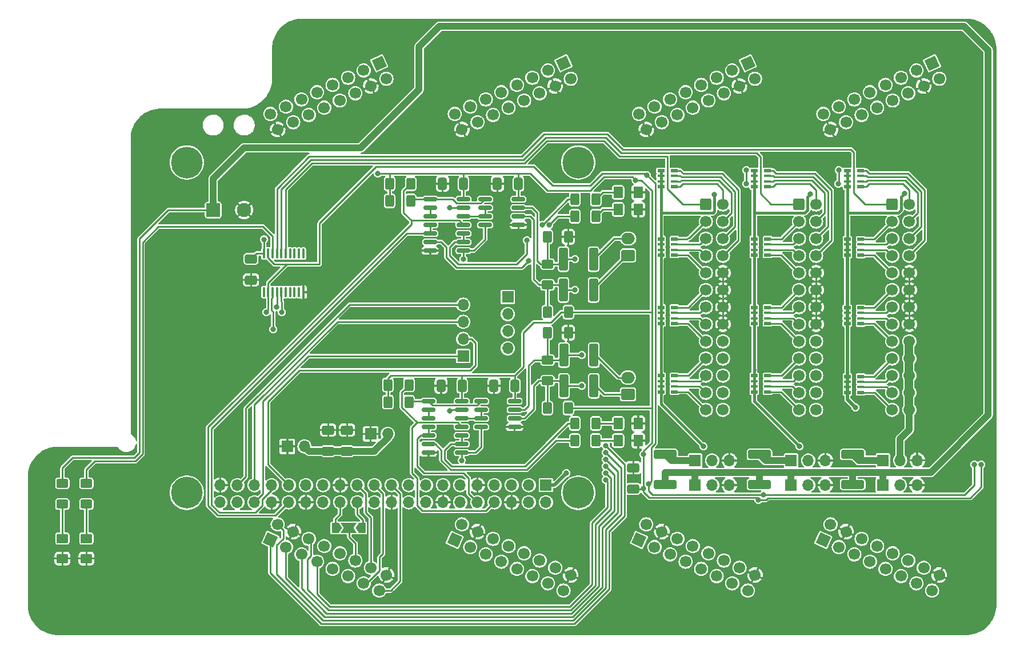
<source format=gbr>
%TF.GenerationSoftware,KiCad,Pcbnew,7.0.7*%
%TF.CreationDate,2023-11-11T20:47:19+01:00*%
%TF.ProjectId,LITEXCNC-HUB75HAT,4c495445-5843-44e4-932d-485542373548,rev?*%
%TF.SameCoordinates,Original*%
%TF.FileFunction,Copper,L1,Top*%
%TF.FilePolarity,Positive*%
%FSLAX46Y46*%
G04 Gerber Fmt 4.6, Leading zero omitted, Abs format (unit mm)*
G04 Created by KiCad (PCBNEW 7.0.7) date 2023-11-11 20:47:19*
%MOMM*%
%LPD*%
G01*
G04 APERTURE LIST*
G04 Aperture macros list*
%AMRoundRect*
0 Rectangle with rounded corners*
0 $1 Rounding radius*
0 $2 $3 $4 $5 $6 $7 $8 $9 X,Y pos of 4 corners*
0 Add a 4 corners polygon primitive as box body*
4,1,4,$2,$3,$4,$5,$6,$7,$8,$9,$2,$3,0*
0 Add four circle primitives for the rounded corners*
1,1,$1+$1,$2,$3*
1,1,$1+$1,$4,$5*
1,1,$1+$1,$6,$7*
1,1,$1+$1,$8,$9*
0 Add four rect primitives between the rounded corners*
20,1,$1+$1,$2,$3,$4,$5,0*
20,1,$1+$1,$4,$5,$6,$7,0*
20,1,$1+$1,$6,$7,$8,$9,0*
20,1,$1+$1,$8,$9,$2,$3,0*%
%AMHorizOval*
0 Thick line with rounded ends*
0 $1 width*
0 $2 $3 position (X,Y) of the first rounded end (center of the circle)*
0 $4 $5 position (X,Y) of the second rounded end (center of the circle)*
0 Add line between two ends*
20,1,$1,$2,$3,$4,$5,0*
0 Add two circle primitives to create the rounded ends*
1,1,$1,$2,$3*
1,1,$1,$4,$5*%
%AMRotRect*
0 Rectangle, with rotation*
0 The origin of the aperture is its center*
0 $1 length*
0 $2 width*
0 $3 Rotation angle, in degrees counterclockwise*
0 Add horizontal line*
21,1,$1,$2,0,0,$3*%
%AMFreePoly0*
4,1,6,1.000000,0.000000,0.500000,-0.750000,-0.500000,-0.750000,-0.500000,0.750000,0.500000,0.750000,1.000000,0.000000,1.000000,0.000000,$1*%
%AMFreePoly1*
4,1,7,0.700000,0.000000,1.200000,-0.750000,-1.200000,-0.750000,-0.700000,0.000000,-1.200000,0.750000,1.200000,0.750000,0.700000,0.000000,0.700000,0.000000,$1*%
G04 Aperture macros list end*
%TA.AperFunction,ComponentPad*%
%ADD10R,1.700000X1.700000*%
%TD*%
%TA.AperFunction,ComponentPad*%
%ADD11O,1.700000X1.700000*%
%TD*%
%TA.AperFunction,SMDPad,CuDef*%
%ADD12R,1.000000X0.500000*%
%TD*%
%TA.AperFunction,SMDPad,CuDef*%
%ADD13R,1.000000X0.400000*%
%TD*%
%TA.AperFunction,ComponentPad*%
%ADD14RoundRect,0.250000X-0.600000X-0.600000X0.600000X-0.600000X0.600000X0.600000X-0.600000X0.600000X0*%
%TD*%
%TA.AperFunction,ComponentPad*%
%ADD15C,1.700000*%
%TD*%
%TA.AperFunction,SMDPad,CuDef*%
%ADD16RoundRect,0.250000X-0.400000X-1.450000X0.400000X-1.450000X0.400000X1.450000X-0.400000X1.450000X0*%
%TD*%
%TA.AperFunction,SMDPad,CuDef*%
%ADD17RoundRect,0.250000X-0.625000X0.400000X-0.625000X-0.400000X0.625000X-0.400000X0.625000X0.400000X0*%
%TD*%
%TA.AperFunction,SMDPad,CuDef*%
%ADD18RoundRect,0.250000X1.450000X-0.400000X1.450000X0.400000X-1.450000X0.400000X-1.450000X-0.400000X0*%
%TD*%
%TA.AperFunction,SMDPad,CuDef*%
%ADD19RoundRect,0.250001X0.462499X0.624999X-0.462499X0.624999X-0.462499X-0.624999X0.462499X-0.624999X0*%
%TD*%
%TA.AperFunction,SMDPad,CuDef*%
%ADD20RoundRect,0.250000X-0.400000X-0.625000X0.400000X-0.625000X0.400000X0.625000X-0.400000X0.625000X0*%
%TD*%
%TA.AperFunction,SMDPad,CuDef*%
%ADD21RoundRect,0.250000X0.412500X0.650000X-0.412500X0.650000X-0.412500X-0.650000X0.412500X-0.650000X0*%
%TD*%
%TA.AperFunction,SMDPad,CuDef*%
%ADD22RoundRect,0.250001X0.624999X-0.462499X0.624999X0.462499X-0.624999X0.462499X-0.624999X-0.462499X0*%
%TD*%
%TA.AperFunction,SMDPad,CuDef*%
%ADD23RoundRect,0.250000X0.400000X0.625000X-0.400000X0.625000X-0.400000X-0.625000X0.400000X-0.625000X0*%
%TD*%
%TA.AperFunction,SMDPad,CuDef*%
%ADD24RoundRect,0.250000X-0.650000X0.412500X-0.650000X-0.412500X0.650000X-0.412500X0.650000X0.412500X0*%
%TD*%
%TA.AperFunction,ComponentPad*%
%ADD25RoundRect,0.250000X0.750000X-0.600000X0.750000X0.600000X-0.750000X0.600000X-0.750000X-0.600000X0*%
%TD*%
%TA.AperFunction,ComponentPad*%
%ADD26O,2.000000X1.700000*%
%TD*%
%TA.AperFunction,SMDPad,CuDef*%
%ADD27RoundRect,0.250000X0.400000X1.450000X-0.400000X1.450000X-0.400000X-1.450000X0.400000X-1.450000X0*%
%TD*%
%TA.AperFunction,SMDPad,CuDef*%
%ADD28RoundRect,0.150000X-0.825000X-0.150000X0.825000X-0.150000X0.825000X0.150000X-0.825000X0.150000X0*%
%TD*%
%TA.AperFunction,SMDPad,CuDef*%
%ADD29FreePoly0,180.000000*%
%TD*%
%TA.AperFunction,SMDPad,CuDef*%
%ADD30FreePoly1,180.000000*%
%TD*%
%TA.AperFunction,SMDPad,CuDef*%
%ADD31FreePoly0,0.000000*%
%TD*%
%TA.AperFunction,ComponentPad*%
%ADD32C,3.100000*%
%TD*%
%TA.AperFunction,ConnectorPad*%
%ADD33C,4.700000*%
%TD*%
%TA.AperFunction,SMDPad,CuDef*%
%ADD34RoundRect,0.250000X0.650000X-0.412500X0.650000X0.412500X-0.650000X0.412500X-0.650000X-0.412500X0*%
%TD*%
%TA.AperFunction,SMDPad,CuDef*%
%ADD35RoundRect,0.100000X0.100000X-0.637500X0.100000X0.637500X-0.100000X0.637500X-0.100000X-0.637500X0*%
%TD*%
%TA.AperFunction,ComponentPad*%
%ADD36RotRect,1.700000X1.700000X115.000000*%
%TD*%
%TA.AperFunction,ComponentPad*%
%ADD37HorizOval,1.700000X0.000000X0.000000X0.000000X0.000000X0*%
%TD*%
%TA.AperFunction,ComponentPad*%
%ADD38RotRect,1.700000X1.700000X245.000000*%
%TD*%
%TA.AperFunction,ComponentPad*%
%ADD39HorizOval,1.700000X0.000000X0.000000X0.000000X0.000000X0*%
%TD*%
%TA.AperFunction,ComponentPad*%
%ADD40RoundRect,0.250001X-0.799999X-0.799999X0.799999X-0.799999X0.799999X0.799999X-0.799999X0.799999X0*%
%TD*%
%TA.AperFunction,ComponentPad*%
%ADD41C,2.100000*%
%TD*%
%TA.AperFunction,ViaPad*%
%ADD42C,0.800000*%
%TD*%
%TA.AperFunction,Conductor*%
%ADD43C,0.250000*%
%TD*%
%TA.AperFunction,Conductor*%
%ADD44C,0.500000*%
%TD*%
%TA.AperFunction,Conductor*%
%ADD45C,1.000000*%
%TD*%
%TA.AperFunction,Conductor*%
%ADD46C,1.270000*%
%TD*%
%TA.AperFunction,Conductor*%
%ADD47C,0.400000*%
%TD*%
G04 APERTURE END LIST*
D10*
%TO.P,J17,1,Pin_1*%
%TO.N,+3.3V*%
X76768000Y22244000D03*
D11*
%TO.P,J17,2,Pin_2*%
%TO.N,+5V*%
X76768000Y19704000D03*
%TO.P,J17,3,Pin_3*%
%TO.N,unconnected-(J17-Pin_3-Pad3)*%
X74228000Y22244000D03*
%TO.P,J17,4,Pin_4*%
%TO.N,+5V*%
X74228000Y19704000D03*
%TO.P,J17,5,Pin_5*%
%TO.N,unconnected-(J17-Pin_5-Pad5)*%
X71688000Y22244000D03*
%TO.P,J17,6,Pin_6*%
%TO.N,GND*%
X71688000Y19704000D03*
%TO.P,J17,7,Pin_7*%
%TO.N,unconnected-(J17-Pin_7-Pad7)*%
X69148000Y22244000D03*
%TO.P,J17,8,Pin_8*%
%TO.N,TXD1*%
X69148000Y19704000D03*
%TO.P,J17,9,Pin_9*%
%TO.N,GND*%
X66608000Y22244000D03*
%TO.P,J17,10,Pin_10*%
%TO.N,RXD1*%
X66608000Y19704000D03*
%TO.P,J17,11,Pin_11*%
%TO.N,unconnected-(J17-Pin_11-Pad11)*%
X64068000Y22244000D03*
%TO.P,J17,12,Pin_12*%
%TO.N,unconnected-(J17-Pin_12-Pad12)*%
X64068000Y19704000D03*
%TO.P,J17,13,Pin_13*%
%TO.N,unconnected-(J17-Pin_13-Pad13)*%
X61528000Y22244000D03*
%TO.P,J17,14,Pin_14*%
%TO.N,GND*%
X61528000Y19704000D03*
%TO.P,J17,15,Pin_15*%
%TO.N,unconnected-(J17-Pin_15-Pad15)*%
X58988000Y22244000D03*
%TO.P,J17,16,Pin_16*%
%TO.N,unconnected-(J17-Pin_16-Pad16)*%
X58988000Y19704000D03*
%TO.P,J17,17,Pin_17*%
%TO.N,unconnected-(J17-Pin_17-Pad17)*%
X56448000Y22244000D03*
%TO.P,J17,18,Pin_18*%
%TO.N,unconnected-(J17-Pin_18-Pad18)*%
X56448000Y19704000D03*
%TO.P,J17,19,Pin_19*%
%TO.N,SPI_MOSI*%
X53908000Y22244000D03*
%TO.P,J17,20,Pin_20*%
%TO.N,GND*%
X53908000Y19704000D03*
%TO.P,J17,21,Pin_21*%
%TO.N,SPI_MISO*%
X51368000Y22244000D03*
%TO.P,J17,22,Pin_22*%
%TO.N,unconnected-(J17-Pin_22-Pad22)*%
X51368000Y19704000D03*
%TO.P,J17,23,Pin_23*%
%TO.N,SPI_CLCK*%
X48828000Y22244000D03*
%TO.P,J17,24,Pin_24*%
%TO.N,SPI_CE0*%
X48828000Y19704000D03*
%TO.P,J17,25,Pin_25*%
%TO.N,GND*%
X46288000Y22244000D03*
%TO.P,J17,26,Pin_26*%
%TO.N,SPI_CE1*%
X46288000Y19704000D03*
%TO.P,J17,27,Pin_27*%
%TO.N,unconnected-(J17-Pin_27-Pad27)*%
X43748000Y22244000D03*
%TO.P,J17,28,Pin_28*%
%TO.N,unconnected-(J17-Pin_28-Pad28)*%
X43748000Y19704000D03*
%TO.P,J17,29,Pin_29*%
%TO.N,unconnected-(J17-Pin_29-Pad29)*%
X41208000Y22244000D03*
%TO.P,J17,30,Pin_30*%
%TO.N,GND*%
X41208000Y19704000D03*
%TO.P,J17,31,Pin_31*%
%TO.N,/JTAG.TMS*%
X38668000Y22244000D03*
%TO.P,J17,32,Pin_32*%
%TO.N,TXD5*%
X38668000Y19704000D03*
%TO.P,J17,33,Pin_33*%
%TO.N,RXD5*%
X36128000Y22244000D03*
%TO.P,J17,34,Pin_34*%
%TO.N,GND*%
X36128000Y19704000D03*
%TO.P,J17,35,Pin_35*%
%TO.N,/JTAG.TDI*%
X33588000Y22244000D03*
%TO.P,J17,36,Pin_36*%
%TO.N,/JTAG.TCK*%
X33588000Y19704000D03*
%TO.P,J17,37,Pin_37*%
%TO.N,/JTAG.TDO*%
X31048000Y22244000D03*
%TO.P,J17,38,Pin_38*%
%TO.N,unconnected-(J17-Pin_38-Pad38)*%
X31048000Y19704000D03*
%TO.P,J17,39,Pin_39*%
%TO.N,GND*%
X28508000Y22244000D03*
%TO.P,J17,40,Pin_40*%
%TO.N,unconnected-(J17-Pin_40-Pad40)*%
X28508000Y19704000D03*
%TD*%
D12*
%TO.P,RN9,1,R1.1*%
%TO.N,Net-(JP6-C)*%
X93825200Y58775000D03*
D13*
%TO.P,RN9,2,R2.1*%
X93825200Y57975000D03*
%TO.P,RN9,3,R3.1*%
X93825200Y57175000D03*
D12*
%TO.P,RN9,4,R4.1*%
X93825200Y56375000D03*
%TO.P,RN9,5,R4.2*%
%TO.N,PORTC5*%
X95825200Y56375000D03*
D13*
%TO.P,RN9,6,R3.2*%
%TO.N,PORTC4*%
X95825200Y57175000D03*
%TO.P,RN9,7,R2.2*%
%TO.N,PORTC3*%
X95825200Y57975000D03*
D12*
%TO.P,RN9,8,R1.2*%
%TO.N,PORTC2*%
X95825200Y58775000D03*
%TD*%
D14*
%TO.P,J2,1,Pin_1*%
%TO.N,PORTB1*%
X114270000Y63900000D03*
D15*
%TO.P,J2,2,Pin_2*%
%TO.N,PORTB14*%
X116810000Y63900000D03*
%TO.P,J2,3,Pin_3*%
%TO.N,PORTB2*%
X114270000Y61360000D03*
%TO.P,J2,4,Pin_4*%
%TO.N,PORTB15*%
X116810000Y61360000D03*
%TO.P,J2,5,Pin_5*%
%TO.N,PORTB3*%
X114270000Y58820000D03*
%TO.P,J2,6,Pin_6*%
%TO.N,PORTB16*%
X116810000Y58820000D03*
%TO.P,J2,7,Pin_7*%
%TO.N,PORTB4*%
X114270000Y56280000D03*
%TO.P,J2,8,Pin_8*%
%TO.N,PORTB17*%
X116810000Y56280000D03*
%TO.P,J2,9,Pin_9*%
%TO.N,PORTB5*%
X114270000Y53740000D03*
%TO.P,J2,10,Pin_10*%
%TO.N,GND*%
X116810000Y53740000D03*
%TO.P,J2,11,Pin_11*%
%TO.N,PORTB6*%
X114270000Y51200000D03*
%TO.P,J2,12,Pin_12*%
%TO.N,GND*%
X116810000Y51200000D03*
%TO.P,J2,13,Pin_13*%
%TO.N,PORTB7*%
X114270000Y48660000D03*
%TO.P,J2,14,Pin_14*%
%TO.N,GND*%
X116810000Y48660000D03*
%TO.P,J2,15,Pin_15*%
%TO.N,PORTB8*%
X114270000Y46120000D03*
%TO.P,J2,16,Pin_16*%
%TO.N,GND*%
X116810000Y46120000D03*
%TO.P,J2,17,Pin_17*%
%TO.N,PORTB9*%
X114270000Y43580000D03*
%TO.P,J2,18,Pin_18*%
%TO.N,POWOPB*%
X116810000Y43580000D03*
%TO.P,J2,19,Pin_19*%
%TO.N,PORTB10*%
X114270000Y41040000D03*
%TO.P,J2,20,Pin_20*%
%TO.N,POWOPB*%
X116810000Y41040000D03*
%TO.P,J2,21,Pin_21*%
%TO.N,PORTB11*%
X114270000Y38500000D03*
%TO.P,J2,22,Pin_22*%
%TO.N,POWOPB*%
X116810000Y38500000D03*
%TO.P,J2,23,Pin_23*%
%TO.N,PORTB12*%
X114270000Y35960000D03*
%TO.P,J2,24,Pin_24*%
%TO.N,POWOPB*%
X116810000Y35960000D03*
%TO.P,J2,25,Pin_25*%
%TO.N,PORTB13*%
X114270000Y33420000D03*
%TO.P,J2,26,Pin_26*%
%TO.N,POWOPB*%
X116810000Y33420000D03*
%TD*%
D16*
%TO.P,F3,1*%
%TO.N,Net-(D11-A1)*%
X79430000Y41548000D03*
%TO.P,F3,2*%
%TO.N,Net-(J21-Pin_2)*%
X83880000Y41548000D03*
%TD*%
D12*
%TO.P,RN4,1,R1.1*%
%TO.N,Net-(JP4-C)*%
X121437200Y68910000D03*
D13*
%TO.P,RN4,2,R2.1*%
X121437200Y68110000D03*
%TO.P,RN4,3,R3.1*%
X121437200Y67310000D03*
D12*
%TO.P,RN4,4,R4.1*%
X121437200Y66510000D03*
%TO.P,RN4,5,R4.2*%
%TO.N,PORTA14*%
X123437200Y66510000D03*
D13*
%TO.P,RN4,6,R3.2*%
%TO.N,PORTA15*%
X123437200Y67310000D03*
%TO.P,RN4,7,R2.2*%
%TO.N,PORTA16*%
X123437200Y68110000D03*
D12*
%TO.P,RN4,8,R1.2*%
%TO.N,PORTA17*%
X123437200Y68910000D03*
%TD*%
D16*
%TO.P,F1,1*%
%TO.N,Net-(D5-A1)*%
X79369000Y55772000D03*
%TO.P,F1,2*%
%TO.N,Net-(J20-Pin_2)*%
X83819000Y55772000D03*
%TD*%
D12*
%TO.P,RN11,1,R1.1*%
%TO.N,Net-(JP6-C)*%
X93825200Y38487000D03*
D13*
%TO.P,RN11,2,R2.1*%
X93825200Y37687000D03*
%TO.P,RN11,3,R3.1*%
X93825200Y36887000D03*
D12*
%TO.P,RN11,4,R4.1*%
X93825200Y36087000D03*
%TO.P,RN11,5,R4.2*%
%TO.N,PORTC13*%
X95825200Y36087000D03*
D13*
%TO.P,RN11,6,R3.2*%
%TO.N,PORTC12*%
X95825200Y36887000D03*
%TO.P,RN11,7,R2.2*%
%TO.N,PORTC11*%
X95825200Y37687000D03*
D12*
%TO.P,RN11,8,R1.2*%
%TO.N,PORTC10*%
X95825200Y38487000D03*
%TD*%
D17*
%TO.P,R11,1*%
%TO.N,Net-(D5-A1)*%
X77022000Y55036000D03*
%TO.P,R11,2*%
%TO.N,Net-(D5-A2)*%
X77022000Y51936000D03*
%TD*%
D18*
%TO.P,F7,1*%
%TO.N,+5V*%
X94446400Y22345600D03*
%TO.P,F7,2*%
%TO.N,Net-(JP3-A)*%
X94446400Y26795600D03*
%TD*%
D19*
%TO.P,D9,1,K*%
%TO.N,GND*%
X90447500Y31388000D03*
%TO.P,D9,2,A*%
%TO.N,Net-(D9-A)*%
X87472500Y31388000D03*
%TD*%
D12*
%TO.P,RN12,1,R1.1*%
%TO.N,Net-(JP6-C)*%
X93825200Y68910000D03*
D13*
%TO.P,RN12,2,R2.1*%
X93825200Y68110000D03*
%TO.P,RN12,3,R3.1*%
X93825200Y67310000D03*
D12*
%TO.P,RN12,4,R4.1*%
X93825200Y66510000D03*
%TO.P,RN12,5,R4.2*%
%TO.N,PORTC14*%
X95825200Y66510000D03*
D13*
%TO.P,RN12,6,R3.2*%
%TO.N,PORTC15*%
X95825200Y67310000D03*
%TO.P,RN12,7,R2.2*%
%TO.N,PORTC16*%
X95825200Y68110000D03*
D12*
%TO.P,RN12,8,R1.2*%
%TO.N,PORTC17*%
X95825200Y68910000D03*
%TD*%
D20*
%TO.P,R6,1*%
%TO.N,+3.3V*%
X53628000Y66948000D03*
%TO.P,R6,2*%
%TO.N,TXD5*%
X56728000Y66948000D03*
%TD*%
D21*
%TO.P,C13,1*%
%TO.N,+3.3V*%
X64360500Y36976000D03*
%TO.P,C13,2*%
%TO.N,GND*%
X61235500Y36976000D03*
%TD*%
D10*
%TO.P,JP6,1,A*%
%TO.N,+5V*%
X98866000Y22244000D03*
D11*
%TO.P,JP6,2,C*%
%TO.N,Net-(JP6-C)*%
X101406000Y22244000D03*
%TO.P,JP6,3,B*%
%TO.N,GND*%
X103946000Y22244000D03*
%TD*%
D21*
%TO.P,C14,1*%
%TO.N,+3.3V*%
X72196000Y36976000D03*
%TO.P,C14,2*%
%TO.N,GND*%
X69071000Y36976000D03*
%TD*%
D12*
%TO.P,RN5,1,R1.1*%
%TO.N,Net-(JP5-C)*%
X107631200Y58775000D03*
D13*
%TO.P,RN5,2,R2.1*%
X107631200Y57975000D03*
%TO.P,RN5,3,R3.1*%
X107631200Y57175000D03*
D12*
%TO.P,RN5,4,R4.1*%
X107631200Y56375000D03*
%TO.P,RN5,5,R4.2*%
%TO.N,PORTB5*%
X109631200Y56375000D03*
D13*
%TO.P,RN5,6,R3.2*%
%TO.N,PORTB4*%
X109631200Y57175000D03*
%TO.P,RN5,7,R2.2*%
%TO.N,PORTB3*%
X109631200Y57975000D03*
D12*
%TO.P,RN5,8,R1.2*%
%TO.N,PORTB2*%
X109631200Y58775000D03*
%TD*%
D20*
%TO.P,R16,1*%
%TO.N,+3.3V*%
X53374000Y37103000D03*
%TO.P,R16,2*%
%TO.N,TXD1*%
X56474000Y37103000D03*
%TD*%
D22*
%TO.P,D1,1,K*%
%TO.N,GND*%
X5140000Y11358500D03*
%TO.P,D1,2,A*%
%TO.N,Net-(D1-A)*%
X5140000Y14333500D03*
%TD*%
D20*
%TO.P,R14,1*%
%TO.N,Net-(R14-Pad1)*%
X81060000Y28848000D03*
%TO.P,R14,2*%
%TO.N,Net-(D8-A)*%
X84160000Y28848000D03*
%TD*%
D19*
%TO.P,D6,1,K*%
%TO.N,GND*%
X90447500Y63138000D03*
%TO.P,D6,2,A*%
%TO.N,Net-(D6-A)*%
X87472500Y63138000D03*
%TD*%
D23*
%TO.P,R19,1*%
%TO.N,+3.3V*%
X80096000Y33674000D03*
%TO.P,R19,2*%
%TO.N,Net-(D11-A2)*%
X76996000Y33674000D03*
%TD*%
D24*
%TO.P,C8,1*%
%TO.N,GND*%
X44510000Y30410500D03*
%TO.P,C8,2*%
%TO.N,VDD*%
X44510000Y27285500D03*
%TD*%
D10*
%TO.P,JP4,1,A*%
%TO.N,+5V*%
X126679000Y22244000D03*
D11*
%TO.P,JP4,2,C*%
%TO.N,Net-(JP4-C)*%
X129219000Y22244000D03*
%TO.P,JP4,3,B*%
%TO.N,GND*%
X131759000Y22244000D03*
%TD*%
D12*
%TO.P,RN10,1,R1.1*%
%TO.N,Net-(JP6-C)*%
X93825200Y48615000D03*
D13*
%TO.P,RN10,2,R2.1*%
X93825200Y47815000D03*
%TO.P,RN10,3,R3.1*%
X93825200Y47015000D03*
D12*
%TO.P,RN10,4,R4.1*%
X93825200Y46215000D03*
%TO.P,RN10,5,R4.2*%
%TO.N,PORTC9*%
X95825200Y46215000D03*
D13*
%TO.P,RN10,6,R3.2*%
%TO.N,PORTC8*%
X95825200Y47015000D03*
%TO.P,RN10,7,R2.2*%
%TO.N,PORTC7*%
X95825200Y47815000D03*
D12*
%TO.P,RN10,8,R1.2*%
%TO.N,PORTC6*%
X95825200Y48615000D03*
%TD*%
D10*
%TO.P,JP1,1,A*%
%TO.N,Net-(JP1-A)*%
X126716000Y25927000D03*
D11*
%TO.P,JP1,2,C*%
%TO.N,POWOPA*%
X129256000Y25927000D03*
%TO.P,JP1,3,B*%
%TO.N,GND*%
X131796000Y25927000D03*
%TD*%
D25*
%TO.P,RS489-5,1,Pin_1*%
%TO.N,Net-(J20-Pin_1)*%
X88960000Y56320000D03*
D26*
%TO.P,RS489-5,2,Pin_2*%
%TO.N,Net-(J20-Pin_2)*%
X88960000Y58820000D03*
%TD*%
D12*
%TO.P,RN8,1,R1.1*%
%TO.N,Net-(JP5-C)*%
X107631200Y68910000D03*
D13*
%TO.P,RN8,2,R2.1*%
X107631200Y68110000D03*
%TO.P,RN8,3,R3.1*%
X107631200Y67310000D03*
D12*
%TO.P,RN8,4,R4.1*%
X107631200Y66510000D03*
%TO.P,RN8,5,R4.2*%
%TO.N,PORTB14*%
X109631200Y66510000D03*
D13*
%TO.P,RN8,6,R3.2*%
%TO.N,PORTB15*%
X109631200Y67310000D03*
%TO.P,RN8,7,R2.2*%
%TO.N,PORTB16*%
X109631200Y68110000D03*
D12*
%TO.P,RN8,8,R1.2*%
%TO.N,PORTB17*%
X109631200Y68910000D03*
%TD*%
D23*
%TO.P,R10,1*%
%TO.N,+3.3V*%
X80096000Y47898000D03*
%TO.P,R10,2*%
%TO.N,Net-(D5-A2)*%
X76996000Y47898000D03*
%TD*%
D24*
%TO.P,C7,1*%
%TO.N,GND*%
X47304000Y30410500D03*
%TO.P,C7,2*%
%TO.N,VDD*%
X47304000Y27285500D03*
%TD*%
D17*
%TO.P,R21,1*%
%TO.N,Net-(D11-A1)*%
X77022000Y40812000D03*
%TO.P,R21,2*%
%TO.N,Net-(D11-A2)*%
X77022000Y37712000D03*
%TD*%
D20*
%TO.P,R18,1*%
%TO.N,+3.3V*%
X53374000Y34563000D03*
%TO.P,R18,2*%
%TO.N,Net-(U12-RO)*%
X56474000Y34563000D03*
%TD*%
D22*
%TO.P,D2,1,K*%
%TO.N,GND*%
X8696000Y11358500D03*
%TO.P,D2,2,A*%
%TO.N,Net-(D2-A)*%
X8696000Y14333500D03*
%TD*%
D10*
%TO.P,JP3,1,A*%
%TO.N,Net-(JP3-A)*%
X98866000Y25901600D03*
D11*
%TO.P,JP3,2,C*%
%TO.N,POWOPC*%
X101406000Y25901600D03*
%TO.P,JP3,3,B*%
%TO.N,GND*%
X103946000Y25901600D03*
%TD*%
D27*
%TO.P,F4,1*%
%TO.N,Net-(J21-Pin_1)*%
X83880000Y36976000D03*
%TO.P,F4,2*%
%TO.N,Net-(D11-A2)*%
X79430000Y36976000D03*
%TD*%
D21*
%TO.P,C12,1*%
%TO.N,+3.3V*%
X72704000Y66948000D03*
%TO.P,C12,2*%
%TO.N,GND*%
X69579000Y66948000D03*
%TD*%
D28*
%TO.P,U9,1*%
%TO.N,Net-(U10-RO)*%
X59626000Y64662000D03*
%TO.P,U9,2*%
%TO.N,Net-(U9-Pad2)*%
X59626000Y63392000D03*
%TO.P,U9,3*%
X59626000Y62122000D03*
%TO.P,U9,4*%
%TO.N,RXD5*%
X59626000Y60852000D03*
%TO.P,U9,5*%
X59626000Y59582000D03*
%TO.P,U9,6*%
%TO.N,Net-(R12-Pad1)*%
X59626000Y58312000D03*
%TO.P,U9,7,GND*%
%TO.N,GND*%
X59626000Y57042000D03*
%TO.P,U9,8*%
%TO.N,Net-(D4-K)*%
X64576000Y57042000D03*
%TO.P,U9,9*%
%TO.N,Net-(R13-Pad1)*%
X64576000Y58312000D03*
%TO.P,U9,10*%
X64576000Y59582000D03*
%TO.P,U9,11*%
%TO.N,TXD5*%
X64576000Y60852000D03*
%TO.P,U9,12*%
%TO.N,Net-(U10-DE)*%
X64576000Y62122000D03*
%TO.P,U9,13*%
%TO.N,Net-(D4-A)*%
X64576000Y63392000D03*
%TO.P,U9,14,VCC*%
%TO.N,+3.3V*%
X64576000Y64662000D03*
%TD*%
D20*
%TO.P,R13,1*%
%TO.N,Net-(R13-Pad1)*%
X81060000Y64662000D03*
%TO.P,R13,2*%
%TO.N,Net-(D7-A)*%
X84160000Y64662000D03*
%TD*%
D29*
%TO.P,JP7,1,A*%
%TO.N,SPI_CE0*%
X49558000Y15894000D03*
D30*
%TO.P,JP7,2,C*%
%TO.N,SPI_CS*%
X47558000Y15894000D03*
D31*
%TO.P,JP7,3,B*%
%TO.N,SPI_CE1*%
X45558000Y15894000D03*
%TD*%
D27*
%TO.P,F2,1*%
%TO.N,Net-(J20-Pin_1)*%
X83819000Y51200000D03*
%TO.P,F2,2*%
%TO.N,Net-(D5-A2)*%
X79369000Y51200000D03*
%TD*%
D28*
%TO.P,U11,1*%
%TO.N,Net-(U12-RO)*%
X59372000Y34690000D03*
%TO.P,U11,2*%
%TO.N,Net-(U11-Pad2)*%
X59372000Y33420000D03*
%TO.P,U11,3*%
X59372000Y32150000D03*
%TO.P,U11,4*%
%TO.N,RXD1*%
X59372000Y30880000D03*
%TO.P,U11,5*%
X59372000Y29610000D03*
%TO.P,U11,6*%
%TO.N,Net-(R14-Pad1)*%
X59372000Y28340000D03*
%TO.P,U11,7,GND*%
%TO.N,GND*%
X59372000Y27070000D03*
%TO.P,U11,8*%
%TO.N,Net-(D10-K)*%
X64322000Y27070000D03*
%TO.P,U11,9*%
%TO.N,Net-(R15-Pad1)*%
X64322000Y28340000D03*
%TO.P,U11,10*%
X64322000Y29610000D03*
%TO.P,U11,11*%
%TO.N,TXD1*%
X64322000Y30880000D03*
%TO.P,U11,12*%
%TO.N,Net-(U12-DE)*%
X64322000Y32150000D03*
%TO.P,U11,13*%
%TO.N,Net-(D10-A)*%
X64322000Y33420000D03*
%TO.P,U11,14,VCC*%
%TO.N,+3.3V*%
X64322000Y34690000D03*
%TD*%
D19*
%TO.P,D7,1,K*%
%TO.N,GND*%
X90447500Y65678000D03*
%TO.P,D7,2,A*%
%TO.N,Net-(D7-A)*%
X87472500Y65678000D03*
%TD*%
D12*
%TO.P,RN1,1,R1.1*%
%TO.N,Net-(JP4-C)*%
X121437200Y58750000D03*
D13*
%TO.P,RN1,2,R2.1*%
X121437200Y57950000D03*
%TO.P,RN1,3,R3.1*%
X121437200Y57150000D03*
D12*
%TO.P,RN1,4,R4.1*%
X121437200Y56350000D03*
%TO.P,RN1,5,R4.2*%
%TO.N,PORTA5*%
X123437200Y56350000D03*
D13*
%TO.P,RN1,6,R3.2*%
%TO.N,PORTA4*%
X123437200Y57150000D03*
%TO.P,RN1,7,R2.2*%
%TO.N,PORTA3*%
X123437200Y57950000D03*
D12*
%TO.P,RN1,8,R1.2*%
%TO.N,PORTA2*%
X123437200Y58750000D03*
%TD*%
D25*
%TO.P,RS489-1,1,Pin_1*%
%TO.N,Net-(J21-Pin_1)*%
X88943000Y35706000D03*
D26*
%TO.P,RS489-1,2,Pin_2*%
%TO.N,Net-(J21-Pin_2)*%
X88943000Y38206000D03*
%TD*%
D20*
%TO.P,R12,1*%
%TO.N,Net-(R12-Pad1)*%
X81060000Y62122000D03*
%TO.P,R12,2*%
%TO.N,Net-(D6-A)*%
X84160000Y62122000D03*
%TD*%
%TO.P,R7,1*%
%TO.N,+3.3V*%
X53628000Y64408000D03*
%TO.P,R7,2*%
%TO.N,Net-(U10-RO)*%
X56728000Y64408000D03*
%TD*%
D10*
%TO.P,JP5,1,A*%
%TO.N,+5V*%
X113090000Y22244000D03*
D11*
%TO.P,JP5,2,C*%
%TO.N,Net-(JP5-C)*%
X115630000Y22244000D03*
%TO.P,JP5,3,B*%
%TO.N,GND*%
X118170000Y22244000D03*
%TD*%
D32*
%TO.P,REF\u002A\u002A,1*%
%TO.N,N/C*%
X23560000Y70112000D03*
D33*
X23560000Y70112000D03*
%TD*%
D32*
%TO.P,REF\u002A\u002A,1*%
%TO.N,N/C*%
X81560000Y21112000D03*
D33*
X81560000Y21112000D03*
%TD*%
D24*
%TO.P,C18,1*%
%TO.N,+3.3V*%
X33080000Y55810500D03*
%TO.P,C18,2*%
%TO.N,GND*%
X33080000Y52685500D03*
%TD*%
D17*
%TO.P,R2,1*%
%TO.N,ENA-LED*%
X8696000Y22524000D03*
%TO.P,R2,2*%
%TO.N,Net-(D2-A)*%
X8696000Y19424000D03*
%TD*%
D18*
%TO.P,F5,1*%
%TO.N,+5V*%
X122234000Y22345600D03*
%TO.P,F5,2*%
%TO.N,Net-(JP1-A)*%
X122234000Y26795600D03*
%TD*%
D12*
%TO.P,RN6,1,R1.1*%
%TO.N,Net-(JP5-C)*%
X107631200Y48615000D03*
D13*
%TO.P,RN6,2,R2.1*%
X107631200Y47815000D03*
%TO.P,RN6,3,R3.1*%
X107631200Y47015000D03*
D12*
%TO.P,RN6,4,R4.1*%
X107631200Y46215000D03*
%TO.P,RN6,5,R4.2*%
%TO.N,PORTB9*%
X109631200Y46215000D03*
D13*
%TO.P,RN6,6,R3.2*%
%TO.N,PORTB8*%
X109631200Y47015000D03*
%TO.P,RN6,7,R2.2*%
%TO.N,PORTB7*%
X109631200Y47815000D03*
D12*
%TO.P,RN6,8,R1.2*%
%TO.N,PORTB6*%
X109631200Y48615000D03*
%TD*%
%TO.P,RN2,1,R1.1*%
%TO.N,Net-(JP4-C)*%
X121421200Y48590000D03*
D13*
%TO.P,RN2,2,R2.1*%
X121421200Y47790000D03*
%TO.P,RN2,3,R3.1*%
X121421200Y46990000D03*
D12*
%TO.P,RN2,4,R4.1*%
X121421200Y46190000D03*
%TO.P,RN2,5,R4.2*%
%TO.N,PORTA9*%
X123421200Y46190000D03*
D13*
%TO.P,RN2,6,R3.2*%
%TO.N,PORTA8*%
X123421200Y46990000D03*
%TO.P,RN2,7,R2.2*%
%TO.N,PORTA7*%
X123421200Y47790000D03*
D12*
%TO.P,RN2,8,R1.2*%
%TO.N,PORTA6*%
X123421200Y48590000D03*
%TD*%
D34*
%TO.P,C17,1*%
%TO.N,+3.3V*%
X89722000Y21697500D03*
%TO.P,C17,2*%
%TO.N,GND*%
X89722000Y24822500D03*
%TD*%
D12*
%TO.P,RN7,1,R1.1*%
%TO.N,Net-(JP5-C)*%
X107631200Y38487000D03*
D13*
%TO.P,RN7,2,R2.1*%
X107631200Y37687000D03*
%TO.P,RN7,3,R3.1*%
X107631200Y36887000D03*
D12*
%TO.P,RN7,4,R4.1*%
X107631200Y36087000D03*
%TO.P,RN7,5,R4.2*%
%TO.N,PORTB13*%
X109631200Y36087000D03*
D13*
%TO.P,RN7,6,R3.2*%
%TO.N,PORTB12*%
X109631200Y36887000D03*
%TO.P,RN7,7,R2.2*%
%TO.N,PORTB11*%
X109631200Y37687000D03*
D12*
%TO.P,RN7,8,R1.2*%
%TO.N,PORTB10*%
X109631200Y38487000D03*
%TD*%
D32*
%TO.P,REF\u002A\u002A,1*%
%TO.N,N/C*%
X23560000Y21112000D03*
D33*
X23560000Y21112000D03*
%TD*%
D20*
%TO.P,R15,1*%
%TO.N,Net-(R15-Pad1)*%
X81060000Y31388000D03*
%TO.P,R15,2*%
%TO.N,Net-(D9-A)*%
X84160000Y31388000D03*
%TD*%
D10*
%TO.P,JP2,1,A*%
%TO.N,Net-(JP2-A)*%
X113105000Y25901600D03*
D11*
%TO.P,JP2,2,C*%
%TO.N,POWOPB*%
X115645000Y25901600D03*
%TO.P,JP2,3,B*%
%TO.N,GND*%
X118185000Y25901600D03*
%TD*%
D18*
%TO.P,F6,1*%
%TO.N,+5V*%
X108416400Y22345600D03*
%TO.P,F6,2*%
%TO.N,Net-(JP2-A)*%
X108416400Y26795600D03*
%TD*%
D12*
%TO.P,RN3,1,R1.1*%
%TO.N,Net-(JP4-C)*%
X121437200Y38379200D03*
D13*
%TO.P,RN3,2,R2.1*%
X121437200Y37579200D03*
%TO.P,RN3,3,R3.1*%
X121437200Y36779200D03*
D12*
%TO.P,RN3,4,R4.1*%
X121437200Y35979200D03*
%TO.P,RN3,5,R4.2*%
%TO.N,PORTA13*%
X123437200Y35979200D03*
D13*
%TO.P,RN3,6,R3.2*%
%TO.N,PORTA12*%
X123437200Y36779200D03*
%TO.P,RN3,7,R2.2*%
%TO.N,PORTA11*%
X123437200Y37579200D03*
D12*
%TO.P,RN3,8,R1.2*%
%TO.N,PORTA10*%
X123437200Y38379200D03*
%TD*%
D17*
%TO.P,R1,1*%
%TO.N,+5V*%
X5140000Y22524000D03*
%TO.P,R1,2*%
%TO.N,Net-(D1-A)*%
X5140000Y19424000D03*
%TD*%
D14*
%TO.P,J3,1,Pin_1*%
%TO.N,PORTC1*%
X100464000Y63900000D03*
D15*
%TO.P,J3,2,Pin_2*%
%TO.N,PORTC14*%
X103004000Y63900000D03*
%TO.P,J3,3,Pin_3*%
%TO.N,PORTC2*%
X100464000Y61360000D03*
%TO.P,J3,4,Pin_4*%
%TO.N,PORTC15*%
X103004000Y61360000D03*
%TO.P,J3,5,Pin_5*%
%TO.N,PORTC3*%
X100464000Y58820000D03*
%TO.P,J3,6,Pin_6*%
%TO.N,PORTC16*%
X103004000Y58820000D03*
%TO.P,J3,7,Pin_7*%
%TO.N,PORTC4*%
X100464000Y56280000D03*
%TO.P,J3,8,Pin_8*%
%TO.N,PORTC17*%
X103004000Y56280000D03*
%TO.P,J3,9,Pin_9*%
%TO.N,PORTC5*%
X100464000Y53740000D03*
%TO.P,J3,10,Pin_10*%
%TO.N,GND*%
X103004000Y53740000D03*
%TO.P,J3,11,Pin_11*%
%TO.N,PORTC6*%
X100464000Y51200000D03*
%TO.P,J3,12,Pin_12*%
%TO.N,GND*%
X103004000Y51200000D03*
%TO.P,J3,13,Pin_13*%
%TO.N,PORTC7*%
X100464000Y48660000D03*
%TO.P,J3,14,Pin_14*%
%TO.N,GND*%
X103004000Y48660000D03*
%TO.P,J3,15,Pin_15*%
%TO.N,PORTC8*%
X100464000Y46120000D03*
%TO.P,J3,16,Pin_16*%
%TO.N,GND*%
X103004000Y46120000D03*
%TO.P,J3,17,Pin_17*%
%TO.N,PORTC9*%
X100464000Y43580000D03*
%TO.P,J3,18,Pin_18*%
%TO.N,POWOPC*%
X103004000Y43580000D03*
%TO.P,J3,19,Pin_19*%
%TO.N,PORTC10*%
X100464000Y41040000D03*
%TO.P,J3,20,Pin_20*%
%TO.N,POWOPC*%
X103004000Y41040000D03*
%TO.P,J3,21,Pin_21*%
%TO.N,PORTC11*%
X100464000Y38500000D03*
%TO.P,J3,22,Pin_22*%
%TO.N,POWOPC*%
X103004000Y38500000D03*
%TO.P,J3,23,Pin_23*%
%TO.N,PORTC12*%
X100464000Y35960000D03*
%TO.P,J3,24,Pin_24*%
%TO.N,POWOPC*%
X103004000Y35960000D03*
%TO.P,J3,25,Pin_25*%
%TO.N,PORTC13*%
X100464000Y33420000D03*
%TO.P,J3,26,Pin_26*%
%TO.N,POWOPC*%
X103004000Y33420000D03*
%TD*%
D32*
%TO.P,REF\u002A\u002A,1*%
%TO.N,N/C*%
X81560000Y70112000D03*
D33*
X81560000Y70112000D03*
%TD*%
D20*
%TO.P,R9,1*%
%TO.N,Net-(D5-A1)*%
X76996000Y59074000D03*
%TO.P,R9,2*%
%TO.N,GND*%
X80096000Y59074000D03*
%TD*%
D14*
%TO.P,J1,1,Pin_1*%
%TO.N,PORTA1*%
X128076000Y63900000D03*
D15*
%TO.P,J1,2,Pin_2*%
%TO.N,PORTA14*%
X130616000Y63900000D03*
%TO.P,J1,3,Pin_3*%
%TO.N,PORTA2*%
X128076000Y61360000D03*
%TO.P,J1,4,Pin_4*%
%TO.N,PORTA15*%
X130616000Y61360000D03*
%TO.P,J1,5,Pin_5*%
%TO.N,PORTA3*%
X128076000Y58820000D03*
%TO.P,J1,6,Pin_6*%
%TO.N,PORTA16*%
X130616000Y58820000D03*
%TO.P,J1,7,Pin_7*%
%TO.N,PORTA4*%
X128076000Y56280000D03*
%TO.P,J1,8,Pin_8*%
%TO.N,PORTA17*%
X130616000Y56280000D03*
%TO.P,J1,9,Pin_9*%
%TO.N,PORTA5*%
X128076000Y53740000D03*
%TO.P,J1,10,Pin_10*%
%TO.N,GND*%
X130616000Y53740000D03*
%TO.P,J1,11,Pin_11*%
%TO.N,PORTA6*%
X128076000Y51200000D03*
%TO.P,J1,12,Pin_12*%
%TO.N,GND*%
X130616000Y51200000D03*
%TO.P,J1,13,Pin_13*%
%TO.N,PORTA7*%
X128076000Y48660000D03*
%TO.P,J1,14,Pin_14*%
%TO.N,GND*%
X130616000Y48660000D03*
%TO.P,J1,15,Pin_15*%
%TO.N,PORTA8*%
X128076000Y46120000D03*
%TO.P,J1,16,Pin_16*%
%TO.N,GND*%
X130616000Y46120000D03*
%TO.P,J1,17,Pin_17*%
%TO.N,PORTA9*%
X128076000Y43580000D03*
%TO.P,J1,18,Pin_18*%
%TO.N,POWOPA*%
X130616000Y43580000D03*
%TO.P,J1,19,Pin_19*%
%TO.N,PORTA10*%
X128076000Y41040000D03*
%TO.P,J1,20,Pin_20*%
%TO.N,POWOPA*%
X130616000Y41040000D03*
%TO.P,J1,21,Pin_21*%
%TO.N,PORTA11*%
X128076000Y38500000D03*
%TO.P,J1,22,Pin_22*%
%TO.N,POWOPA*%
X130616000Y38500000D03*
%TO.P,J1,23,Pin_23*%
%TO.N,PORTA12*%
X128076000Y35960000D03*
%TO.P,J1,24,Pin_24*%
%TO.N,POWOPA*%
X130616000Y35960000D03*
%TO.P,J1,25,Pin_25*%
%TO.N,PORTA13*%
X128076000Y33420000D03*
%TO.P,J1,26,Pin_26*%
%TO.N,POWOPA*%
X130616000Y33420000D03*
%TD*%
D19*
%TO.P,D8,1,K*%
%TO.N,GND*%
X90447500Y28848000D03*
%TO.P,D8,2,A*%
%TO.N,Net-(D8-A)*%
X87472500Y28848000D03*
%TD*%
D20*
%TO.P,R20,1*%
%TO.N,Net-(D11-A1)*%
X76996000Y44850000D03*
%TO.P,R20,2*%
%TO.N,GND*%
X80096000Y44850000D03*
%TD*%
D28*
%TO.P,U12,1,RO*%
%TO.N,Net-(U12-RO)*%
X67181000Y34690000D03*
%TO.P,U12,2,~{RE}*%
%TO.N,Net-(U12-DE)*%
X67181000Y33420000D03*
%TO.P,U12,3,DE*%
X67181000Y32150000D03*
%TO.P,U12,4,DI*%
%TO.N,Net-(D10-K)*%
X67181000Y30880000D03*
%TO.P,U12,5,GND*%
%TO.N,GND*%
X72131000Y30880000D03*
%TO.P,U12,6,A*%
%TO.N,Net-(D11-A2)*%
X72131000Y32150000D03*
%TO.P,U12,7,B*%
%TO.N,Net-(D11-A1)*%
X72131000Y33420000D03*
%TO.P,U12,8,VCC*%
%TO.N,+3.3V*%
X72131000Y34690000D03*
%TD*%
D35*
%TO.P,U8,1,NC*%
%TO.N,unconnected-(U8-NC-Pad1)*%
X34981000Y50877500D03*
%TO.P,U8,2,A0*%
%TO.N,ENA*%
X35631000Y50877500D03*
%TO.P,U8,3,A1*%
%TO.N,J4:7*%
X36281000Y50877500D03*
%TO.P,U8,4,A2*%
%TO.N,J4:8*%
X36931000Y50877500D03*
%TO.P,U8,5,A3*%
%TO.N,J4:9*%
X37581000Y50877500D03*
%TO.P,U8,6,A4*%
%TO.N,unconnected-(U8-A4-Pad6)*%
X38231000Y50877500D03*
%TO.P,U8,7,A5*%
%TO.N,unconnected-(U8-A5-Pad7)*%
X38881000Y50877500D03*
%TO.P,U8,8,A6*%
%TO.N,unconnected-(U8-A6-Pad8)*%
X39531000Y50877500D03*
%TO.P,U8,9,A7*%
%TO.N,unconnected-(U8-A7-Pad9)*%
X40181000Y50877500D03*
%TO.P,U8,10,GND*%
%TO.N,GND*%
X40831000Y50877500D03*
%TO.P,U8,11,B7*%
%TO.N,unconnected-(U8-B7-Pad11)*%
X40831000Y56602500D03*
%TO.P,U8,12,B6*%
%TO.N,unconnected-(U8-B6-Pad12)*%
X40181000Y56602500D03*
%TO.P,U8,13,B5*%
%TO.N,unconnected-(U8-B5-Pad13)*%
X39531000Y56602500D03*
%TO.P,U8,14,B4*%
%TO.N,unconnected-(U8-B4-Pad14)*%
X38881000Y56602500D03*
%TO.P,U8,15,B3*%
%TO.N,PORTC1*%
X38231000Y56602500D03*
%TO.P,U8,16,B2*%
%TO.N,PORTB1*%
X37581000Y56602500D03*
%TO.P,U8,17,B1*%
%TO.N,PORTA1*%
X36931000Y56602500D03*
%TO.P,U8,18,B0*%
%TO.N,ENA-LED*%
X36281000Y56602500D03*
%TO.P,U8,19,CE*%
%TO.N,ENA*%
X35631000Y56602500D03*
%TO.P,U8,20,VCC*%
%TO.N,+3.3V*%
X34981000Y56602500D03*
%TD*%
D21*
%TO.P,C11,1*%
%TO.N,+3.3V*%
X64576000Y66948000D03*
%TO.P,C11,2*%
%TO.N,GND*%
X61451000Y66948000D03*
%TD*%
D28*
%TO.P,U10,1,RO*%
%TO.N,Net-(U10-RO)*%
X67754000Y64662000D03*
%TO.P,U10,2,~{RE}*%
%TO.N,Net-(U10-DE)*%
X67754000Y63392000D03*
%TO.P,U10,3,DE*%
X67754000Y62122000D03*
%TO.P,U10,4,DI*%
%TO.N,Net-(D4-K)*%
X67754000Y60852000D03*
%TO.P,U10,5,GND*%
%TO.N,GND*%
X72704000Y60852000D03*
%TO.P,U10,6,A*%
%TO.N,Net-(D5-A2)*%
X72704000Y62122000D03*
%TO.P,U10,7,B*%
%TO.N,Net-(D5-A1)*%
X72704000Y63392000D03*
%TO.P,U10,8,VCC*%
%TO.N,+3.3V*%
X72704000Y64662000D03*
%TD*%
D10*
%TO.P,J14,1,Pin_1*%
%TO.N,GND*%
X38460000Y28000000D03*
D11*
%TO.P,J14,2,Pin_2*%
%TO.N,VDD*%
X41000000Y28000000D03*
%TD*%
D10*
%TO.P,J8,1,Pin_1*%
%TO.N,/JTAG.TCK*%
X71120000Y50165000D03*
D11*
%TO.P,J8,2,Pin_2*%
%TO.N,/JTAG.TMS*%
X71120000Y47625000D03*
%TO.P,J8,3,Pin_3*%
%TO.N,/JTAG.TDI*%
X71120000Y45085000D03*
%TO.P,J8,4,Pin_4*%
%TO.N,/JTAG.TDO*%
X71120000Y42545000D03*
%TD*%
D36*
%TO.P,J4,1,Pin_1*%
%TO.N,J5:0*%
X52070000Y84836000D03*
D37*
%TO.P,J4,2,Pin_2*%
%TO.N,J5:1*%
X53143450Y82533978D03*
%TO.P,J4,3,Pin_3*%
%TO.N,J5:2*%
X49767978Y83762550D03*
%TO.P,J4,4,Pin_4*%
%TO.N,GND*%
X50841429Y81460528D03*
%TO.P,J4,5,Pin_5*%
%TO.N,J5:4*%
X47465956Y82689099D03*
%TO.P,J4,6,Pin_6*%
%TO.N,J5:5*%
X48539407Y80387077D03*
%TO.P,J4,7,Pin_7*%
%TO.N,J5:6*%
X45163935Y81615649D03*
%TO.P,J4,8,Pin_8*%
%TO.N,unconnected-(J4-Pin_8-Pad8)*%
X46237385Y79313627D03*
%TO.P,J4,9,Pin_9*%
%TO.N,unconnected-(J4-Pin_9-Pad9)*%
X42861913Y80542198D03*
%TO.P,J4,10,Pin_10*%
%TO.N,unconnected-(J4-Pin_10-Pad10)*%
X43935363Y78240177D03*
%TO.P,J4,11,Pin_11*%
%TO.N,unconnected-(J4-Pin_11-Pad11)*%
X40559891Y79468748D03*
%TO.P,J4,12,Pin_12*%
%TO.N,unconnected-(J4-Pin_12-Pad12)*%
X41633341Y77166726D03*
%TO.P,J4,13,Pin_13*%
%TO.N,unconnected-(J4-Pin_13-Pad13)*%
X38257869Y78395298D03*
%TO.P,J4,14,Pin_14*%
%TO.N,unconnected-(J4-Pin_14-Pad14)*%
X39331320Y76093276D03*
%TO.P,J4,15,Pin_15*%
%TO.N,unconnected-(J4-Pin_15-Pad15)*%
X35955848Y77321847D03*
%TO.P,J4,16,Pin_16*%
%TO.N,GND*%
X37029298Y75019826D03*
%TD*%
D10*
%TO.P,J13,1,Pin_1*%
%TO.N,GND*%
X50800000Y29845000D03*
D11*
%TO.P,J13,2,Pin_2*%
%TO.N,VDD*%
X53340000Y29845000D03*
%TD*%
D38*
%TO.P,J12,1,Pin_1*%
%TO.N,J2:0*%
X90565848Y14118153D03*
D39*
%TO.P,J12,2,Pin_2*%
%TO.N,J2:1*%
X91639298Y16420175D03*
%TO.P,J12,3,Pin_3*%
%TO.N,J2:2*%
X92867870Y13044703D03*
%TO.P,J12,4,Pin_4*%
%TO.N,GND*%
X93941320Y15346724D03*
%TO.P,J12,5,Pin_5*%
%TO.N,J2:4*%
X95169892Y11971252D03*
%TO.P,J12,6,Pin_6*%
%TO.N,J2:5*%
X96243342Y14273274D03*
%TO.P,J12,7,Pin_7*%
%TO.N,J2:6*%
X97471913Y10897802D03*
%TO.P,J12,8,Pin_8*%
%TO.N,unconnected-(J12-Pin_8-Pad8)*%
X98545364Y13199824D03*
%TO.P,J12,9,Pin_9*%
%TO.N,unconnected-(J12-Pin_9-Pad9)*%
X99773935Y9824351D03*
%TO.P,J12,10,Pin_10*%
%TO.N,unconnected-(J12-Pin_10-Pad10)*%
X100847386Y12126373D03*
%TO.P,J12,11,Pin_11*%
%TO.N,unconnected-(J12-Pin_11-Pad11)*%
X102075957Y8750901D03*
%TO.P,J12,12,Pin_12*%
%TO.N,unconnected-(J12-Pin_12-Pad12)*%
X103149407Y11052923D03*
%TO.P,J12,13,Pin_13*%
%TO.N,unconnected-(J12-Pin_13-Pad13)*%
X104377979Y7677451D03*
%TO.P,J12,14,Pin_14*%
%TO.N,unconnected-(J12-Pin_14-Pad14)*%
X105451429Y9979472D03*
%TO.P,J12,15,Pin_15*%
%TO.N,unconnected-(J12-Pin_15-Pad15)*%
X106680000Y6604000D03*
%TO.P,J12,16,Pin_16*%
%TO.N,GND*%
X107753451Y8906022D03*
%TD*%
D38*
%TO.P,J11,1,Pin_1*%
%TO.N,J1:0*%
X117870848Y14118153D03*
D39*
%TO.P,J11,2,Pin_2*%
%TO.N,J1:1*%
X118944298Y16420175D03*
%TO.P,J11,3,Pin_3*%
%TO.N,J1:2*%
X120172870Y13044703D03*
%TO.P,J11,4,Pin_4*%
%TO.N,GND*%
X121246320Y15346724D03*
%TO.P,J11,5,Pin_5*%
%TO.N,J1:4*%
X122474892Y11971252D03*
%TO.P,J11,6,Pin_6*%
%TO.N,J1:5*%
X123548342Y14273274D03*
%TO.P,J11,7,Pin_7*%
%TO.N,J1:6*%
X124776913Y10897802D03*
%TO.P,J11,8,Pin_8*%
%TO.N,unconnected-(J11-Pin_8-Pad8)*%
X125850364Y13199824D03*
%TO.P,J11,9,Pin_9*%
%TO.N,unconnected-(J11-Pin_9-Pad9)*%
X127078935Y9824351D03*
%TO.P,J11,10,Pin_10*%
%TO.N,unconnected-(J11-Pin_10-Pad10)*%
X128152386Y12126373D03*
%TO.P,J11,11,Pin_11*%
%TO.N,unconnected-(J11-Pin_11-Pad11)*%
X129380957Y8750901D03*
%TO.P,J11,12,Pin_12*%
%TO.N,unconnected-(J11-Pin_12-Pad12)*%
X130454407Y11052923D03*
%TO.P,J11,13,Pin_13*%
%TO.N,unconnected-(J11-Pin_13-Pad13)*%
X131682979Y7677451D03*
%TO.P,J11,14,Pin_14*%
%TO.N,unconnected-(J11-Pin_14-Pad14)*%
X132756429Y9979472D03*
%TO.P,J11,15,Pin_15*%
%TO.N,unconnected-(J11-Pin_15-Pad15)*%
X133985000Y6604000D03*
%TO.P,J11,16,Pin_16*%
%TO.N,GND*%
X135058451Y8906022D03*
%TD*%
D36*
%TO.P,J6,1,Pin_1*%
%TO.N,J7:0*%
X106680000Y84836000D03*
D37*
%TO.P,J6,2,Pin_2*%
%TO.N,J7:1*%
X107753450Y82533978D03*
%TO.P,J6,3,Pin_3*%
%TO.N,J7:2*%
X104377978Y83762550D03*
%TO.P,J6,4,Pin_4*%
%TO.N,GND*%
X105451429Y81460528D03*
%TO.P,J6,5,Pin_5*%
%TO.N,J7:4*%
X102075956Y82689099D03*
%TO.P,J6,6,Pin_6*%
%TO.N,J7:5*%
X103149407Y80387077D03*
%TO.P,J6,7,Pin_7*%
%TO.N,J7:6*%
X99773935Y81615649D03*
%TO.P,J6,8,Pin_8*%
%TO.N,unconnected-(J6-Pin_8-Pad8)*%
X100847385Y79313627D03*
%TO.P,J6,9,Pin_9*%
%TO.N,unconnected-(J6-Pin_9-Pad9)*%
X97471913Y80542198D03*
%TO.P,J6,10,Pin_10*%
%TO.N,unconnected-(J6-Pin_10-Pad10)*%
X98545363Y78240177D03*
%TO.P,J6,11,Pin_11*%
%TO.N,unconnected-(J6-Pin_11-Pad11)*%
X95169891Y79468748D03*
%TO.P,J6,12,Pin_12*%
%TO.N,unconnected-(J6-Pin_12-Pad12)*%
X96243341Y77166726D03*
%TO.P,J6,13,Pin_13*%
%TO.N,unconnected-(J6-Pin_13-Pad13)*%
X92867869Y78395298D03*
%TO.P,J6,14,Pin_14*%
%TO.N,unconnected-(J6-Pin_14-Pad14)*%
X93941320Y76093276D03*
%TO.P,J6,15,Pin_15*%
%TO.N,unconnected-(J6-Pin_15-Pad15)*%
X90565848Y77321847D03*
%TO.P,J6,16,Pin_16*%
%TO.N,GND*%
X91639298Y75019826D03*
%TD*%
D38*
%TO.P,J15,1,Pin_1*%
%TO.N,J3:0*%
X63260848Y14118153D03*
D39*
%TO.P,J15,2,Pin_2*%
%TO.N,J3:1*%
X64334298Y16420175D03*
%TO.P,J15,3,Pin_3*%
%TO.N,J3:2*%
X65562870Y13044703D03*
%TO.P,J15,4,Pin_4*%
%TO.N,GND*%
X66636320Y15346724D03*
%TO.P,J15,5,Pin_5*%
%TO.N,J3:4*%
X67864892Y11971252D03*
%TO.P,J15,6,Pin_6*%
%TO.N,J3:5*%
X68938342Y14273274D03*
%TO.P,J15,7,Pin_7*%
%TO.N,J3:6*%
X70166913Y10897802D03*
%TO.P,J15,8,Pin_8*%
%TO.N,unconnected-(J15-Pin_8-Pad8)*%
X71240364Y13199824D03*
%TO.P,J15,9,Pin_9*%
%TO.N,unconnected-(J15-Pin_9-Pad9)*%
X72468935Y9824351D03*
%TO.P,J15,10,Pin_10*%
%TO.N,unconnected-(J15-Pin_10-Pad10)*%
X73542386Y12126373D03*
%TO.P,J15,11,Pin_11*%
%TO.N,unconnected-(J15-Pin_11-Pad11)*%
X74770957Y8750901D03*
%TO.P,J15,12,Pin_12*%
%TO.N,unconnected-(J15-Pin_12-Pad12)*%
X75844407Y11052923D03*
%TO.P,J15,13,Pin_13*%
%TO.N,unconnected-(J15-Pin_13-Pad13)*%
X77072979Y7677451D03*
%TO.P,J15,14,Pin_14*%
%TO.N,unconnected-(J15-Pin_14-Pad14)*%
X78146429Y9979472D03*
%TO.P,J15,15,Pin_15*%
%TO.N,unconnected-(J15-Pin_15-Pad15)*%
X79375000Y6604000D03*
%TO.P,J15,16,Pin_16*%
%TO.N,GND*%
X80448451Y8906022D03*
%TD*%
D10*
%TO.P,J7,1,Pin_1*%
%TO.N,/JTAG.TCK*%
X64516000Y41402000D03*
D11*
%TO.P,J7,2,Pin_2*%
%TO.N,/JTAG.TMS*%
X64516000Y43942000D03*
%TO.P,J7,3,Pin_3*%
%TO.N,/JTAG.TDI*%
X64516000Y46482000D03*
%TO.P,J7,4,Pin_4*%
%TO.N,/JTAG.TDO*%
X64516000Y49022000D03*
%TD*%
D38*
%TO.P,J16,1,Pin_1*%
%TO.N,J4:0*%
X35955848Y14118153D03*
D39*
%TO.P,J16,2,Pin_2*%
%TO.N,J4:1*%
X37029298Y16420175D03*
%TO.P,J16,3,Pin_3*%
%TO.N,J4:2*%
X38257870Y13044703D03*
%TO.P,J16,4,Pin_4*%
%TO.N,GND*%
X39331320Y15346724D03*
%TO.P,J16,5,Pin_5*%
%TO.N,J4:4*%
X40559892Y11971252D03*
%TO.P,J16,6,Pin_6*%
%TO.N,J4:5*%
X41633342Y14273274D03*
%TO.P,J16,7,Pin_7*%
%TO.N,J4:6*%
X42861913Y10897802D03*
%TO.P,J16,8,Pin_8*%
%TO.N,J4:7*%
X43935364Y13199824D03*
%TO.P,J16,9,Pin_9*%
%TO.N,J4:8*%
X45163935Y9824351D03*
%TO.P,J16,10,Pin_10*%
%TO.N,J4:9*%
X46237386Y12126373D03*
%TO.P,J16,11,Pin_11*%
%TO.N,ENA*%
X47465957Y8750901D03*
%TO.P,J16,12,Pin_12*%
%TO.N,SPI_CS*%
X48539407Y11052923D03*
%TO.P,J16,13,Pin_13*%
%TO.N,SPI_MISO*%
X49767979Y7677451D03*
%TO.P,J16,14,Pin_14*%
%TO.N,SPI_CLCK*%
X50841429Y9979472D03*
%TO.P,J16,15,Pin_15*%
%TO.N,SPI_MOSI*%
X52070000Y6604000D03*
%TO.P,J16,16,Pin_16*%
%TO.N,GND*%
X53143451Y8906022D03*
%TD*%
D40*
%TO.P,J10,1,Pin_1*%
%TO.N,+5V*%
X27478000Y63063000D03*
D41*
%TO.P,J10,2,Pin_2*%
%TO.N,GND*%
X32078000Y63063000D03*
%TD*%
D36*
%TO.P,J5,1,Pin_1*%
%TO.N,J6:0*%
X79375000Y84836000D03*
D37*
%TO.P,J5,2,Pin_2*%
%TO.N,J6:1*%
X80448450Y82533978D03*
%TO.P,J5,3,Pin_3*%
%TO.N,J6:2*%
X77072978Y83762550D03*
%TO.P,J5,4,Pin_4*%
%TO.N,GND*%
X78146429Y81460528D03*
%TO.P,J5,5,Pin_5*%
%TO.N,J6:4*%
X74770956Y82689099D03*
%TO.P,J5,6,Pin_6*%
%TO.N,J6:5*%
X75844407Y80387077D03*
%TO.P,J5,7,Pin_7*%
%TO.N,J6:6*%
X72468935Y81615649D03*
%TO.P,J5,8,Pin_8*%
%TO.N,unconnected-(J5-Pin_8-Pad8)*%
X73542385Y79313627D03*
%TO.P,J5,9,Pin_9*%
%TO.N,unconnected-(J5-Pin_9-Pad9)*%
X70166913Y80542198D03*
%TO.P,J5,10,Pin_10*%
%TO.N,unconnected-(J5-Pin_10-Pad10)*%
X71240363Y78240177D03*
%TO.P,J5,11,Pin_11*%
%TO.N,unconnected-(J5-Pin_11-Pad11)*%
X67864891Y79468748D03*
%TO.P,J5,12,Pin_12*%
%TO.N,unconnected-(J5-Pin_12-Pad12)*%
X68938341Y77166726D03*
%TO.P,J5,13,Pin_13*%
%TO.N,unconnected-(J5-Pin_13-Pad13)*%
X65562869Y78395298D03*
%TO.P,J5,14,Pin_14*%
%TO.N,unconnected-(J5-Pin_14-Pad14)*%
X66636320Y76093276D03*
%TO.P,J5,15,Pin_15*%
%TO.N,unconnected-(J5-Pin_15-Pad15)*%
X63260848Y77321847D03*
%TO.P,J5,16,Pin_16*%
%TO.N,GND*%
X64334298Y75019826D03*
%TD*%
D36*
%TO.P,J9,1,Pin_1*%
%TO.N,J8:0*%
X133985000Y84836000D03*
D37*
%TO.P,J9,2,Pin_2*%
%TO.N,J8:1*%
X135058450Y82533978D03*
%TO.P,J9,3,Pin_3*%
%TO.N,J8:2*%
X131682978Y83762550D03*
%TO.P,J9,4,Pin_4*%
%TO.N,GND*%
X132756429Y81460528D03*
%TO.P,J9,5,Pin_5*%
%TO.N,J8:4*%
X129380956Y82689099D03*
%TO.P,J9,6,Pin_6*%
%TO.N,J8:5*%
X130454407Y80387077D03*
%TO.P,J9,7,Pin_7*%
%TO.N,J8:6*%
X127078935Y81615649D03*
%TO.P,J9,8,Pin_8*%
%TO.N,unconnected-(J9-Pin_8-Pad8)*%
X128152385Y79313627D03*
%TO.P,J9,9,Pin_9*%
%TO.N,unconnected-(J9-Pin_9-Pad9)*%
X124776913Y80542198D03*
%TO.P,J9,10,Pin_10*%
%TO.N,unconnected-(J9-Pin_10-Pad10)*%
X125850363Y78240177D03*
%TO.P,J9,11,Pin_11*%
%TO.N,unconnected-(J9-Pin_11-Pad11)*%
X122474891Y79468748D03*
%TO.P,J9,12,Pin_12*%
%TO.N,unconnected-(J9-Pin_12-Pad12)*%
X123548341Y77166726D03*
%TO.P,J9,13,Pin_13*%
%TO.N,unconnected-(J9-Pin_13-Pad13)*%
X120172869Y78395298D03*
%TO.P,J9,14,Pin_14*%
%TO.N,unconnected-(J9-Pin_14-Pad14)*%
X121246320Y76093276D03*
%TO.P,J9,15,Pin_15*%
%TO.N,unconnected-(J9-Pin_15-Pad15)*%
X117870848Y77321847D03*
%TO.P,J9,16,Pin_16*%
%TO.N,GND*%
X118944298Y75019826D03*
%TD*%
D42*
%TO.N,GND*%
X30286000Y27324000D03*
X88960000Y65678000D03*
X49844000Y13354000D03*
X41462000Y65678000D03*
X88096400Y69488000D03*
X57718000Y47898000D03*
X51622000Y80156000D03*
X134045000Y46374000D03*
X106232000Y80156000D03*
X134172000Y22625000D03*
X134172000Y29102000D03*
X75244000Y39262000D03*
X122234000Y16656000D03*
X125790000Y42310000D03*
X23936000Y27324000D03*
X51622000Y12846000D03*
X35874000Y69742000D03*
X23428000Y47136000D03*
X57210000Y40278000D03*
X59750000Y25292000D03*
X58734000Y66440000D03*
X49844000Y60852000D03*
X88960000Y63138000D03*
X78800000Y80156000D03*
X56702000Y56788000D03*
X66354000Y66186000D03*
X74736000Y66440000D03*
X134045000Y38627000D03*
X66608000Y36976000D03*
X27746000Y13862000D03*
X53908000Y11576000D03*
X77733200Y71774000D03*
X58480000Y36976000D03*
X57464000Y51454000D03*
X133156000Y79902000D03*
X57210000Y43834000D03*
%TO.N,ENA*%
X140268000Y25292000D03*
X109017867Y20784100D03*
X35366000Y47898000D03*
X91758299Y68213701D03*
X92008000Y22460500D03*
%TO.N,+3.3V*%
X106486000Y68980000D03*
X51876000Y68472000D03*
X120156851Y68973241D03*
X120100400Y66948000D03*
X79816000Y24022000D03*
X141284000Y25292000D03*
X91246000Y26816000D03*
X34981000Y58697000D03*
X106486000Y66948000D03*
X90078770Y67493929D03*
X91246000Y21736000D03*
X108264000Y20059600D03*
%TO.N,Net-(JP4-C)*%
X129891500Y65525600D03*
X122640400Y33775600D03*
%TO.N,Net-(JP5-C)*%
X114360000Y27984400D03*
X115985600Y65424000D03*
%TO.N,Net-(JP6-C)*%
X101761600Y65373200D03*
X100136000Y27984400D03*
%TO.N,J4:0*%
X85658000Y28086000D03*
%TO.N,J4:1*%
X85658000Y27070000D03*
%TO.N,J4:2*%
X85658000Y26054000D03*
%TO.N,J4:4*%
X85658000Y25038000D03*
%TO.N,J4:5*%
X85658000Y24022000D03*
%TO.N,J4:6*%
X85658000Y23006000D03*
%TO.N,J4:9*%
X37652000Y47898000D03*
%TO.N,J4:8*%
X36890000Y48660000D03*
%TO.N,J4:7*%
X36382000Y45358000D03*
%TO.N,Net-(D4-A)*%
X62544000Y63392000D03*
%TO.N,Net-(D10-A)*%
X62544000Y33293000D03*
%TO.N,Net-(D4-K)*%
X64576000Y55772000D03*
%TO.N,Net-(D5-A1)*%
X81086000Y55772000D03*
%TO.N,Net-(D5-A2)*%
X81086000Y51200000D03*
%TO.N,Net-(D10-K)*%
X64322000Y25927000D03*
%TO.N,Net-(D11-A1)*%
X82102000Y41548000D03*
%TO.N,Net-(D11-A2)*%
X82102000Y36976000D03*
%TO.N,Net-(R12-Pad1)*%
X77276000Y60852000D03*
X74228000Y55518000D03*
%TO.N,Net-(R13-Pad1)*%
X73974000Y58566000D03*
X76260000Y60852000D03*
%TD*%
D43*
%TO.N,PORTA1*%
X116138000Y72028000D02*
X88198000Y72028000D01*
X128076000Y63900000D02*
X124062800Y63900000D01*
X73212000Y71012000D02*
X41716000Y71012000D01*
X36931000Y66227000D02*
X36931000Y56602500D01*
X85912000Y74314000D02*
X76514000Y74314000D01*
X124062800Y63900000D02*
X122386400Y65576400D01*
X122386400Y65576400D02*
X122386400Y71621600D01*
X121980000Y72028000D02*
X116138000Y72028000D01*
X76514000Y74314000D02*
X73212000Y71012000D01*
X88198000Y72028000D02*
X85912000Y74314000D01*
X122386400Y71621600D02*
X121980000Y72028000D01*
X41716000Y71012000D02*
X36931000Y66227000D01*
%TO.N,PORTA14*%
X130616000Y63900000D02*
X130616000Y66033600D01*
X124234400Y66510000D02*
X124672400Y66948000D01*
X123437200Y66510000D02*
X124234400Y66510000D01*
X129701600Y66948000D02*
X130514400Y66135200D01*
X130616000Y66033600D02*
X130514400Y66135200D01*
X124672400Y66948000D02*
X129701600Y66948000D01*
%TO.N,PORTA2*%
X125466000Y58750000D02*
X128076000Y61360000D01*
X123437200Y58750000D02*
X125466000Y58750000D01*
%TO.N,PORTA15*%
X124418400Y67456000D02*
X130006400Y67456000D01*
X131886000Y62630000D02*
X130616000Y61360000D01*
X131886000Y65576400D02*
X131886000Y62630000D01*
X123437200Y67310000D02*
X124272400Y67310000D01*
X124272400Y67310000D02*
X124418400Y67456000D01*
X130006400Y67456000D02*
X131886000Y65576400D01*
%TO.N,PORTA3*%
X123437200Y57950000D02*
X127206000Y57950000D01*
X127206000Y57950000D02*
X128076000Y58820000D01*
%TO.N,PORTA16*%
X123437200Y68110000D02*
X124272400Y68110000D01*
X124418400Y67964000D02*
X130209600Y67964000D01*
X130209600Y67964000D02*
X132394000Y65779600D01*
X132394000Y65779600D02*
X132394000Y60598000D01*
X132394000Y60598000D02*
X130616000Y58820000D01*
X124272400Y68110000D02*
X124418400Y67964000D01*
%TO.N,PORTA4*%
X127206000Y57150000D02*
X128076000Y56280000D01*
X123437200Y57150000D02*
X127206000Y57150000D01*
%TO.N,PORTA17*%
X123437200Y68910000D02*
X124259800Y68910000D01*
X132902000Y66033600D02*
X132902000Y58566000D01*
X132902000Y58566000D02*
X130616000Y56280000D01*
X124259800Y68910000D02*
X124697800Y68472000D01*
X130463600Y68472000D02*
X132902000Y66033600D01*
X124697800Y68472000D02*
X130463600Y68472000D01*
%TO.N,PORTA5*%
X123437200Y56350000D02*
X125466000Y56350000D01*
X125466000Y56350000D02*
X128076000Y53740000D01*
%TO.N,PORTA6*%
X123386400Y48590000D02*
X125466000Y48590000D01*
X125466000Y48590000D02*
X128076000Y51200000D01*
%TO.N,PORTA7*%
X127206000Y47790000D02*
X123386400Y47790000D01*
X128025200Y48609200D02*
X128076000Y48660000D01*
X128076000Y48660000D02*
X127206000Y47790000D01*
%TO.N,PORTA8*%
X128076000Y46120000D02*
X127206000Y46990000D01*
X127206000Y46990000D02*
X123386400Y46990000D01*
%TO.N,PORTA9*%
X125466000Y46190000D02*
X123386400Y46190000D01*
X128076000Y43580000D02*
X125466000Y46190000D01*
%TO.N,PORTA10*%
X125415200Y38379200D02*
X123437200Y38379200D01*
X128076000Y41040000D02*
X125415200Y38379200D01*
%TO.N,PORTA11*%
X127155200Y37579200D02*
X123437200Y37579200D01*
X128076000Y38500000D02*
X127155200Y37579200D01*
%TO.N,PORTA12*%
X127256800Y36779200D02*
X123437200Y36779200D01*
X128076000Y35960000D02*
X127256800Y36779200D01*
%TO.N,PORTA13*%
X125516800Y35979200D02*
X123437200Y35979200D01*
X128076000Y33420000D02*
X125516800Y35979200D01*
%TO.N,GND*%
X103004000Y53576000D02*
X102840000Y53740000D01*
X103004000Y46284000D02*
X103004000Y53576000D01*
X116810000Y46120000D02*
X116810000Y53740000D01*
X102840000Y46120000D02*
X103004000Y46284000D01*
X116810000Y46120000D02*
X116810000Y48660000D01*
X130616000Y46120000D02*
X130616000Y53740000D01*
X116810000Y48660000D02*
X116810000Y53740000D01*
%TO.N,ENA*%
X109022767Y20789000D02*
X138813000Y20789000D01*
X92421400Y27839000D02*
X92973200Y28390800D01*
X35366000Y47898000D02*
X35631000Y48163000D01*
X85150000Y68472000D02*
X83372000Y66694000D01*
X92008000Y21380400D02*
X92574000Y20814400D01*
X38414000Y55010000D02*
X35631000Y52227000D01*
X92008000Y22460500D02*
X92421400Y22873900D01*
X35631000Y48163000D02*
X35631000Y50877500D01*
X43240000Y61106000D02*
X43240000Y55010000D01*
X92973200Y28390800D02*
X92973200Y66998800D01*
X51622000Y69488000D02*
X43240000Y61106000D01*
X138813000Y20789000D02*
X140268000Y22244000D01*
X83372000Y66694000D02*
X77784000Y66694000D01*
X92574000Y20814400D02*
X108987567Y20814400D01*
X36534959Y55010000D02*
X35631000Y55913959D01*
X140268000Y22244000D02*
X140268000Y25292000D01*
X92421400Y22873900D02*
X92421400Y27839000D01*
X92973200Y66998800D02*
X91758299Y68213701D01*
X108987567Y20814400D02*
X109017867Y20784100D01*
X74990000Y69488000D02*
X51622000Y69488000D01*
X38414000Y55010000D02*
X36534959Y55010000D01*
X35631000Y55913959D02*
X35631000Y56602500D01*
X91758299Y68213701D02*
X91500000Y68472000D01*
X35631000Y52227000D02*
X35631000Y50877500D01*
X109017867Y20784100D02*
X109022767Y20789000D01*
X77784000Y66694000D02*
X74990000Y69488000D01*
X43240000Y55010000D02*
X38414000Y55010000D01*
X91500000Y68472000D02*
X85150000Y68472000D01*
X92008000Y22460500D02*
X92008000Y21380400D01*
%TO.N,+3.3V*%
X72131000Y34690000D02*
X72131000Y36911000D01*
D44*
X79816000Y24022000D02*
X78038000Y22244000D01*
D43*
X53628000Y68446000D02*
X53654000Y68472000D01*
X64360500Y36976000D02*
X64322000Y37014500D01*
X89608699Y67964000D02*
X85404000Y67964000D01*
X53374000Y34563000D02*
X53374000Y37103000D01*
X108264000Y20059600D02*
X109386253Y20059600D01*
X64322000Y36937500D02*
X64360500Y36976000D01*
X92109600Y20364400D02*
X91246000Y21228000D01*
X72704000Y66948000D02*
X72704000Y68472000D01*
X141284000Y21990000D02*
X141284000Y25292000D01*
X92465200Y65932000D02*
X92465200Y47898000D01*
X33872000Y56602500D02*
X33080000Y55810500D01*
X64322000Y37014500D02*
X64322000Y38500000D01*
X83372000Y65932000D02*
X77022000Y65932000D01*
X107959200Y20364400D02*
X92109600Y20364400D01*
X90903271Y67493929D02*
X92465200Y65932000D01*
X85404000Y67964000D02*
X83372000Y65932000D01*
X77022000Y65932000D02*
X74482000Y68472000D01*
X90078770Y67493929D02*
X89608699Y67964000D01*
X64322000Y34690000D02*
X64322000Y36937500D01*
X74482000Y68472000D02*
X72704000Y68472000D01*
X64576000Y66948000D02*
X64576000Y68472000D01*
X73466000Y39770000D02*
X73466000Y44850000D01*
X34981000Y56602500D02*
X33872000Y56602500D01*
X72704000Y68472000D02*
X64576000Y68472000D01*
X91246000Y27299996D02*
X92465200Y28519196D01*
X72196000Y36976000D02*
X72196000Y38500000D01*
X64322000Y38500000D02*
X53781000Y38500000D01*
X91207500Y21697500D02*
X91246000Y21736000D01*
X79054000Y47898000D02*
X80096000Y47898000D01*
X106486000Y66948000D02*
X106486000Y68980000D01*
X109386253Y20059600D02*
X109665653Y20339000D01*
D44*
X78038000Y22244000D02*
X76768000Y22244000D01*
D43*
X92465200Y33674000D02*
X92465200Y47898000D01*
X91246000Y21228000D02*
X91246000Y21736000D01*
X53654000Y68472000D02*
X51876000Y68472000D01*
X74990000Y46374000D02*
X77530000Y46374000D01*
X120156851Y67004451D02*
X120100400Y66948000D01*
X139633000Y20339000D02*
X141284000Y21990000D01*
X53628000Y66948000D02*
X53628000Y68446000D01*
X73466000Y44850000D02*
X74990000Y46374000D01*
X91246000Y26816000D02*
X91246000Y27299996D01*
X72131000Y36911000D02*
X72196000Y36976000D01*
X34981000Y56602500D02*
X34981000Y58697000D01*
X53781000Y38500000D02*
X53374000Y38093000D01*
X53374000Y38093000D02*
X53374000Y37103000D01*
X64576000Y66948000D02*
X64576000Y64662000D01*
X64576000Y68472000D02*
X53654000Y68472000D01*
X53628000Y64408000D02*
X53628000Y66948000D01*
X80096000Y33674000D02*
X92465200Y33674000D01*
X91246000Y26816000D02*
X91246000Y21736000D01*
X72196000Y38500000D02*
X73466000Y39770000D01*
X109665653Y20339000D02*
X139633000Y20339000D01*
X92465200Y28519196D02*
X92465200Y33674000D01*
X89722000Y21697500D02*
X91207500Y21697500D01*
X90078770Y67493929D02*
X90903271Y67493929D01*
X77530000Y46374000D02*
X79054000Y47898000D01*
X120156851Y68973241D02*
X120156851Y67004451D01*
X72704000Y64662000D02*
X72704000Y66948000D01*
X92465200Y47898000D02*
X80096000Y47898000D01*
X108264000Y20059600D02*
X107959200Y20364400D01*
X72196000Y38500000D02*
X64322000Y38500000D01*
%TO.N,PORTB8*%
X113375000Y47015000D02*
X109631200Y47015000D01*
X114270000Y46120000D02*
X113375000Y47015000D01*
%TO.N,PORTB7*%
X113425000Y47815000D02*
X109631200Y47815000D01*
X114270000Y48660000D02*
X113425000Y47815000D01*
%TO.N,PORTB6*%
X114270000Y51200000D02*
X111685000Y48615000D01*
X111685000Y48615000D02*
X109631200Y48615000D01*
%TO.N,PORTB5*%
X114270000Y53740000D02*
X111635000Y56375000D01*
X111635000Y56375000D02*
X109631200Y56375000D01*
%TO.N,PORTB4*%
X114270000Y56280000D02*
X113375000Y57175000D01*
X113375000Y57175000D02*
X109631200Y57175000D01*
%TO.N,PORTB3*%
X114270000Y58820000D02*
X113425000Y57975000D01*
X113425000Y57975000D02*
X109631200Y57975000D01*
%TO.N,PORTB2*%
X114270000Y61360000D02*
X111685000Y58775000D01*
X111685000Y58775000D02*
X109631200Y58775000D01*
%TO.N,PORTB14*%
X110416800Y66510000D02*
X110854800Y66948000D01*
X115884000Y66948000D02*
X116696800Y66135200D01*
X109619600Y66510000D02*
X110416800Y66510000D01*
X110854800Y66948000D02*
X115884000Y66948000D01*
X116798400Y66033600D02*
X116696800Y66135200D01*
X116798400Y63900000D02*
X116798400Y66033600D01*
%TO.N,PORTB13*%
X111603000Y36087000D02*
X109631200Y36087000D01*
X114270000Y33420000D02*
X111603000Y36087000D01*
%TO.N,PORTB12*%
X114270000Y35960000D02*
X113343000Y36887000D01*
X113343000Y36887000D02*
X109631200Y36887000D01*
%TO.N,PORTB11*%
X114270000Y38500000D02*
X113457000Y37687000D01*
X113457000Y37687000D02*
X109631200Y37687000D01*
%TO.N,PORTB10*%
X111730000Y38500000D02*
X111261200Y38500000D01*
X114270000Y41040000D02*
X111730000Y38500000D01*
X111248200Y38487000D02*
X109631200Y38487000D01*
X111261200Y38500000D02*
X111248200Y38487000D01*
%TO.N,PORTB17*%
X110442200Y68910000D02*
X110880200Y68472000D01*
X119084400Y58566000D02*
X116798400Y56280000D01*
X109619600Y68910000D02*
X110442200Y68910000D01*
X110880200Y68472000D02*
X116646000Y68472000D01*
X116646000Y68472000D02*
X119084400Y66033600D01*
X119084400Y66033600D02*
X119084400Y58566000D01*
%TO.N,PORTB16*%
X110600800Y67964000D02*
X116392000Y67964000D01*
X116392000Y67964000D02*
X118576400Y65779600D01*
X118576400Y60598000D02*
X116798400Y58820000D01*
X118576400Y65779600D02*
X118576400Y60598000D01*
X109619600Y68110000D02*
X110454800Y68110000D01*
X110454800Y68110000D02*
X110600800Y67964000D01*
%TO.N,PORTB15*%
X110600800Y67456000D02*
X116188800Y67456000D01*
X109619600Y67310000D02*
X110454800Y67310000D01*
X118068400Y65576400D02*
X118068400Y62630000D01*
X116188800Y67456000D02*
X118068400Y65576400D01*
X110454800Y67310000D02*
X110600800Y67456000D01*
X118068400Y62630000D02*
X116798400Y61360000D01*
%TO.N,PORTC9*%
X97829000Y46215000D02*
X95825200Y46215000D01*
X100464000Y43580000D02*
X97829000Y46215000D01*
%TO.N,PORTC8*%
X99569000Y47015000D02*
X95825200Y47015000D01*
X100464000Y46120000D02*
X99569000Y47015000D01*
%TO.N,PORTC7*%
X100464000Y48660000D02*
X99619000Y47815000D01*
X99619000Y47815000D02*
X95825200Y47815000D01*
%TO.N,PORTC6*%
X97879000Y48615000D02*
X95825200Y48615000D01*
X100464000Y51200000D02*
X97879000Y48615000D01*
%TO.N,PORTC5*%
X100464000Y53740000D02*
X97829000Y56375000D01*
X97829000Y56375000D02*
X95825200Y56375000D01*
%TO.N,PORTC4*%
X100464000Y56280000D02*
X99569000Y57175000D01*
X99569000Y57175000D02*
X95825200Y57175000D01*
%TO.N,PORTC3*%
X99619000Y57975000D02*
X95825200Y57975000D01*
X100464000Y58820000D02*
X99619000Y57975000D01*
%TO.N,PORTC2*%
X97850000Y58870800D02*
X97754200Y58775000D01*
X97754200Y58775000D02*
X95825200Y58775000D01*
X100464000Y61360000D02*
X97974800Y58870800D01*
X97974800Y58870800D02*
X97850000Y58870800D01*
%TO.N,PORTC17*%
X97113400Y68472000D02*
X102879200Y68472000D01*
X105317600Y66033600D02*
X105317600Y58566000D01*
X102879200Y68472000D02*
X105317600Y66033600D01*
X95852800Y68910000D02*
X96675400Y68910000D01*
X105317600Y58566000D02*
X103031600Y56280000D01*
X96675400Y68910000D02*
X97113400Y68472000D01*
%TO.N,PORTC16*%
X102625200Y67964000D02*
X104809600Y65779600D01*
X104809600Y60598000D02*
X103031600Y58820000D01*
X96834000Y67964000D02*
X102625200Y67964000D01*
X104809600Y65779600D02*
X104809600Y60598000D01*
X95852800Y68110000D02*
X96688000Y68110000D01*
X96688000Y68110000D02*
X96834000Y67964000D01*
%TO.N,PORTC15*%
X102422000Y67456000D02*
X104301600Y65576400D01*
X96688000Y67310000D02*
X96834000Y67456000D01*
X96834000Y67456000D02*
X102422000Y67456000D01*
X104301600Y62630000D02*
X103031600Y61360000D01*
X95852800Y67310000D02*
X96688000Y67310000D01*
X104301600Y65576400D02*
X104301600Y62630000D01*
%TO.N,PORTC14*%
X102117200Y66948000D02*
X102930000Y66135200D01*
X96650000Y66510000D02*
X97088000Y66948000D01*
X103031600Y63900000D02*
X103031600Y66033600D01*
X95852800Y66510000D02*
X96650000Y66510000D01*
X103031600Y66033600D02*
X102930000Y66135200D01*
X97088000Y66948000D02*
X102117200Y66948000D01*
%TO.N,PORTC13*%
X100464000Y33420000D02*
X97797000Y36087000D01*
X97797000Y36087000D02*
X95825200Y36087000D01*
%TO.N,PORTC12*%
X99537000Y36887000D02*
X95825200Y36887000D01*
X100464000Y35960000D02*
X99537000Y36887000D01*
%TO.N,PORTC11*%
X100464000Y38500000D02*
X99651000Y37687000D01*
X99651000Y37687000D02*
X95825200Y37687000D01*
%TO.N,PORTC10*%
X100464000Y41040000D02*
X97911000Y38487000D01*
X97911000Y38487000D02*
X95825200Y38487000D01*
D45*
%TO.N,POWOPA*%
X130616000Y30462000D02*
X130616000Y33420000D01*
D43*
X131012500Y40493500D02*
X130543000Y40024000D01*
D46*
X130543000Y33347000D02*
X130543000Y40024000D01*
D45*
X129256000Y29102000D02*
X130616000Y30462000D01*
X129256000Y29102000D02*
X129256000Y26308000D01*
D46*
X130543000Y40024000D02*
X130543000Y43507000D01*
D45*
%TO.N,POWOPB*%
X115680800Y25937400D02*
X115645000Y25901600D01*
D43*
%TO.N,Net-(D1-A)*%
X5140000Y14333500D02*
X5140000Y19424000D01*
%TO.N,PORTB9*%
X111635000Y46215000D02*
X109631200Y46215000D01*
X114270000Y43580000D02*
X111635000Y46215000D01*
%TO.N,PORTB1*%
X87944000Y71520000D02*
X101914000Y71520000D01*
X76768000Y73806000D02*
X85658000Y73806000D01*
X37581000Y66115000D02*
X41970000Y70504000D01*
X108568800Y65474800D02*
X110143600Y63900000D01*
X73466000Y70504000D02*
X76768000Y73806000D01*
X41970000Y70504000D02*
X73466000Y70504000D01*
X108010000Y71520000D02*
X108568800Y70961200D01*
X108568800Y70961200D02*
X108568800Y65474800D01*
X101914000Y71520000D02*
X108010000Y71520000D01*
X110143600Y63900000D02*
X114270000Y63900000D01*
X85658000Y73806000D02*
X87944000Y71520000D01*
X37581000Y56602500D02*
X37581000Y66115000D01*
D45*
%TO.N,+5V*%
X126694000Y24037000D02*
X126694000Y22752000D01*
X142300000Y86760000D02*
X142300000Y32658000D01*
X138744000Y90316000D02*
X142300000Y86760000D01*
X98866000Y24123600D02*
X98866000Y22244000D01*
X57972000Y80918000D02*
X49336000Y72282000D01*
X49336000Y72282000D02*
X32064000Y72282000D01*
X142300000Y32658000D02*
X133791000Y24149000D01*
X61020000Y90316000D02*
X57972000Y87268000D01*
X108416400Y24123600D02*
X108416400Y22345600D01*
D43*
X6664000Y26308000D02*
X15808000Y26308000D01*
X16570000Y27070000D02*
X16570000Y58820000D01*
D45*
X122234000Y24149000D02*
X122234000Y22345600D01*
X122234000Y24149000D02*
X113115400Y24149000D01*
X108416400Y24123600D02*
X98866000Y24123600D01*
D43*
X20813000Y63063000D02*
X27478000Y63063000D01*
X5140000Y24784000D02*
X6664000Y26308000D01*
D45*
X113090000Y24123600D02*
X108416400Y24123600D01*
X32064000Y72282000D02*
X27478000Y67696000D01*
X138744000Y90316000D02*
X61020000Y90316000D01*
X113090000Y24123600D02*
X113090000Y22244000D01*
X133791000Y24149000D02*
X122234000Y24149000D01*
D43*
X15808000Y26308000D02*
X16570000Y27070000D01*
X16570000Y58820000D02*
X20813000Y63063000D01*
X5140000Y22524000D02*
X5140000Y24784000D01*
D45*
X94446400Y24123600D02*
X94446400Y22345600D01*
X27478000Y67696000D02*
X27478000Y63063000D01*
X113115400Y24149000D02*
X113090000Y24123600D01*
X57972000Y87268000D02*
X57972000Y80918000D01*
X98866000Y24123600D02*
X94446400Y24123600D01*
D47*
%TO.N,Net-(JP4-C)*%
X129891500Y65525600D02*
X129891500Y65512300D01*
D43*
X121437200Y46174000D02*
X121421200Y46190000D01*
D44*
X121421200Y46190000D02*
X121421200Y48590000D01*
D47*
X128959600Y62650000D02*
X121609600Y62650000D01*
D44*
X121421200Y48590000D02*
X121421200Y56334000D01*
D47*
X129366000Y63056400D02*
X128959600Y62650000D01*
X121609600Y62650000D02*
X121437200Y62477600D01*
D44*
X121437200Y35979200D02*
X121437200Y34978800D01*
X121437200Y35979200D02*
X121437200Y38379200D01*
X121437200Y58750000D02*
X121437200Y56350000D01*
D47*
X121437200Y58750000D02*
X121437200Y62477600D01*
D44*
X121437200Y38379200D02*
X121437200Y46174000D01*
D47*
X129891500Y65525600D02*
X129904800Y65525600D01*
X129891500Y65512300D02*
X129366000Y64986800D01*
X121437200Y62477600D02*
X121437200Y68910000D01*
D44*
X121437200Y34978800D02*
X122640400Y33775600D01*
D47*
X129366000Y64986800D02*
X129366000Y63056400D01*
D43*
X121421200Y56334000D02*
X121437200Y56350000D01*
D47*
%TO.N,Net-(JP5-C)*%
X115560000Y64998400D02*
X115985600Y65424000D01*
X107631200Y62833200D02*
X107814400Y62650000D01*
X107631200Y34713200D02*
X107631200Y36087000D01*
X114360000Y27984400D02*
X107631200Y34713200D01*
X115985600Y65424000D02*
X115884000Y65322400D01*
X115139239Y62650000D02*
X115560000Y63070761D01*
X107705200Y39363600D02*
X107631200Y39437600D01*
X107631200Y39289600D02*
X107705200Y39363600D01*
X107631200Y66510000D02*
X107631200Y68910000D01*
X115560000Y63070761D02*
X115560000Y64998400D01*
X107631200Y39437600D02*
X107631200Y62833200D01*
X107631200Y36087000D02*
X107631200Y39289600D01*
X107814400Y62650000D02*
X115139239Y62650000D01*
X107631200Y62833200D02*
X107631200Y68910000D01*
%TO.N,Net-(JP6-C)*%
X101510233Y62650000D02*
X93957600Y62650000D01*
X101761600Y64916000D02*
X101754000Y64908400D01*
X101761600Y65373200D02*
X101761600Y64425367D01*
D43*
X93825200Y34295200D02*
X93862200Y34258200D01*
D47*
X101761600Y64425367D02*
X101754000Y64417767D01*
X101754000Y64417767D02*
X101754000Y62893767D01*
X93825200Y62782400D02*
X93825200Y68910000D01*
X93957600Y62650000D02*
X93825200Y62782400D01*
X93825200Y36087000D02*
X93825200Y34295200D01*
X101761600Y65373200D02*
X101761600Y64916000D01*
X93825200Y36087000D02*
X93825200Y62782400D01*
X100136000Y27984400D02*
X93862200Y34258200D01*
X101754000Y62893767D02*
X101510233Y62650000D01*
D45*
%TO.N,VDD*%
X47304000Y27285500D02*
X51329500Y27285500D01*
X41714500Y27285500D02*
X41000000Y28000000D01*
X53340000Y29285000D02*
X53340000Y29845000D01*
X44510000Y27285500D02*
X41714500Y27285500D01*
X51622000Y27578000D02*
X51633000Y27578000D01*
X51329500Y27285500D02*
X51622000Y27578000D01*
X51633000Y27578000D02*
X53340000Y29285000D01*
X47304000Y27285500D02*
X44510000Y27285500D01*
D43*
%TO.N,J4:0*%
X85658000Y28086000D02*
X85667305Y28086000D01*
X80965980Y1670000D02*
X43494000Y1670000D01*
X86166000Y15386000D02*
X86166000Y6870020D01*
X43494000Y1670000D02*
X35955848Y9208152D01*
X35955848Y9208152D02*
X35955848Y14118153D01*
X88452000Y17672000D02*
X86166000Y15386000D01*
X85667305Y28086000D02*
X88452000Y25301305D01*
X88452000Y25301305D02*
X88452000Y17672000D01*
X86166000Y6870020D02*
X80965980Y1670000D01*
%TO.N,J4:1*%
X85658000Y27070000D02*
X85667305Y27070000D01*
X85667305Y27070000D02*
X87944000Y24793305D01*
X37879298Y14327832D02*
X37879298Y15570175D01*
X87944000Y17926000D02*
X85658000Y15640000D01*
X43748000Y2178000D02*
X36890000Y9036000D01*
X87944000Y24793305D02*
X87944000Y17926000D01*
X36890000Y9036000D02*
X36890000Y13338534D01*
X37879298Y15570175D02*
X37029298Y16420175D01*
X85658000Y6998416D02*
X80837584Y2178000D01*
X80837584Y2178000D02*
X43748000Y2178000D01*
X36890000Y13338534D02*
X37879298Y14327832D01*
X85658000Y15640000D02*
X85658000Y6998416D01*
%TO.N,J4:2*%
X87436000Y18180000D02*
X85150000Y15894000D01*
X85667305Y26054000D02*
X87436000Y24285305D01*
X80709188Y2686000D02*
X44002000Y2686000D01*
X85150000Y15894000D02*
X85150000Y7126812D01*
X44002000Y2686000D02*
X38257870Y8430130D01*
X87436000Y24285305D02*
X87436000Y18180000D01*
X38257870Y8430130D02*
X38257870Y13044703D01*
X85150000Y7126812D02*
X80709188Y2686000D01*
X85658000Y26054000D02*
X85667305Y26054000D01*
%TO.N,J4:4*%
X40559892Y6890108D02*
X40559892Y11971252D01*
X86928000Y18434000D02*
X84642000Y16148000D01*
X85658000Y25038000D02*
X85667305Y25038000D01*
X85667305Y25038000D02*
X86928000Y23777305D01*
X86928000Y23777305D02*
X86928000Y18434000D01*
X80580792Y3194000D02*
X44256000Y3194000D01*
X84642000Y7255208D02*
X80580792Y3194000D01*
X44256000Y3194000D02*
X40559892Y6890108D01*
X84642000Y16148000D02*
X84642000Y7255208D01*
%TO.N,J4:5*%
X41462000Y11211659D02*
X41970000Y11719659D01*
X86420000Y23269305D02*
X86420000Y18688000D01*
X86420000Y18688000D02*
X84134000Y16402000D01*
X80452396Y3702000D02*
X44541750Y3702000D01*
X41970000Y11719659D02*
X41970000Y13936616D01*
X84134000Y7383604D02*
X80452396Y3702000D01*
X85667305Y24022000D02*
X86420000Y23269305D01*
X44541750Y3702000D02*
X41462000Y6781750D01*
X85658000Y24022000D02*
X85667305Y24022000D01*
X84134000Y16402000D02*
X84134000Y7383604D01*
X41462000Y6781750D02*
X41462000Y11211659D01*
%TO.N,J4:6*%
X85912000Y18942000D02*
X83626000Y16656000D01*
X42861913Y6117913D02*
X42861913Y10897802D01*
X85658000Y23006000D02*
X85912000Y22752000D01*
X80324000Y4210000D02*
X44764000Y4210000D01*
X83626000Y16656000D02*
X83626000Y7512000D01*
X42859000Y6115000D02*
X42861913Y6117913D01*
X85912000Y22752000D02*
X85912000Y18942000D01*
X44764000Y4210000D02*
X42859000Y6115000D01*
X83626000Y7512000D02*
X80324000Y4210000D01*
%TO.N,PORTC1*%
X42098396Y69996000D02*
X38231000Y66128604D01*
X85404000Y73298000D02*
X76896396Y73298000D01*
X76896396Y73298000D02*
X73594396Y69996000D01*
X88960000Y71012000D02*
X87690000Y71012000D01*
X73594396Y69996000D02*
X42098396Y69996000D01*
X94802000Y66186000D02*
X94802000Y71012000D01*
X97088000Y63900000D02*
X94802000Y66186000D01*
X100300000Y63900000D02*
X97088000Y63900000D01*
X38231000Y66128604D02*
X38231000Y56602500D01*
X94802000Y71012000D02*
X88960000Y71012000D01*
X87690000Y71012000D02*
X85404000Y73298000D01*
%TO.N,SPI_CS*%
X48539407Y13642593D02*
X48539407Y11052923D01*
X47628000Y15894000D02*
X47628000Y14554000D01*
X47628000Y14554000D02*
X48539407Y13642593D01*
%TO.N,J4:9*%
X37615000Y47935000D02*
X37652000Y47898000D01*
X37615000Y49459000D02*
X37615000Y47935000D01*
X37581000Y49493000D02*
X37615000Y49459000D01*
X37652000Y50948500D02*
X37581000Y50877500D01*
X37581000Y50877500D02*
X37581000Y49493000D01*
%TO.N,J4:8*%
X36931000Y50877500D02*
X36931000Y48701000D01*
X36931000Y48701000D02*
X36890000Y48660000D01*
%TO.N,J4:7*%
X36382000Y47907305D02*
X36081000Y48208305D01*
X36281000Y50130000D02*
X36281000Y50877500D01*
X36081000Y49930000D02*
X36281000Y50130000D01*
X36081000Y48208305D02*
X36081000Y49930000D01*
X36382000Y45358000D02*
X36382000Y47907305D01*
%TO.N,Net-(D4-A)*%
X64576000Y63392000D02*
X63306000Y63392000D01*
X63306000Y63392000D02*
X62544000Y63392000D01*
%TO.N,Net-(D10-A)*%
X62671000Y33420000D02*
X64322000Y33420000D01*
X62544000Y33293000D02*
X62671000Y33420000D01*
%TO.N,SPI_MOSI*%
X55178000Y20974000D02*
X55178000Y8020000D01*
X55178000Y8020000D02*
X53762000Y6604000D01*
X53908000Y22244000D02*
X55178000Y20974000D01*
X53762000Y6604000D02*
X52070000Y6604000D01*
%TO.N,SPI_MISO*%
X50253179Y7677451D02*
X49767979Y7677451D01*
X52638000Y20974000D02*
X52638000Y12084000D01*
X52130000Y9554272D02*
X50253179Y7677451D01*
X52130000Y11576000D02*
X52130000Y9554272D01*
X51368000Y22244000D02*
X52638000Y20974000D01*
X52638000Y12084000D02*
X52130000Y11576000D01*
%TO.N,SPI_CLCK*%
X50841429Y17445876D02*
X50841429Y9979472D01*
X50098000Y18189305D02*
X50841429Y17445876D01*
X50098000Y20974000D02*
X50098000Y18189305D01*
X48828000Y22244000D02*
X50098000Y20974000D01*
%TO.N,SPI_CE0*%
X48828000Y19704000D02*
X48828000Y17926000D01*
X49628000Y17126000D02*
X49628000Y15894000D01*
X48828000Y17926000D02*
X49628000Y17126000D01*
%TO.N,SPI_CE1*%
X45563000Y17201000D02*
X45563000Y16194305D01*
X46288000Y19704000D02*
X46288000Y17926000D01*
X46288000Y17926000D02*
X45563000Y17201000D01*
%TO.N,/JTAG.TMS*%
X66354000Y43326000D02*
X66354000Y40024000D01*
X65738000Y43942000D02*
X66354000Y43326000D01*
X35620000Y34625802D02*
X35620000Y25292000D01*
X35620000Y25292000D02*
X38668000Y22244000D01*
X65592000Y39262000D02*
X40256198Y39262000D01*
X40256198Y39262000D02*
X35620000Y34625802D01*
X64516000Y43942000D02*
X65738000Y43942000D01*
X66354000Y40024000D02*
X65592000Y39262000D01*
%TO.N,/JTAG.TCK*%
X34858000Y20974000D02*
X34858000Y34690000D01*
X41570000Y41402000D02*
X64516000Y41402000D01*
X64516000Y41402000D02*
X64548000Y41370000D01*
X34858000Y34690000D02*
X41570000Y41402000D01*
X33588000Y19704000D02*
X34858000Y20974000D01*
%TO.N,/JTAG.TDI*%
X33588000Y22244000D02*
X33588000Y34182000D01*
X45888000Y46482000D02*
X64516000Y46482000D01*
X33588000Y34182000D02*
X45888000Y46482000D01*
%TO.N,/JTAG.TDO*%
X47666000Y49022000D02*
X64516000Y49022000D01*
X31048000Y22244000D02*
X32318000Y23514000D01*
X32318000Y33674000D02*
X47666000Y49022000D01*
X32318000Y23514000D02*
X32318000Y33674000D01*
%TO.N,Net-(D4-K)*%
X66100000Y57042000D02*
X67754000Y58696000D01*
X64576000Y57042000D02*
X66100000Y57042000D01*
X67754000Y58696000D02*
X67754000Y60852000D01*
X64576000Y55772000D02*
X64576000Y57042000D01*
%TO.N,Net-(D5-A1)*%
X79369000Y55772000D02*
X81086000Y55772000D01*
X75498000Y55518000D02*
X75980000Y55036000D01*
X75980000Y55036000D02*
X77022000Y55036000D01*
X75498000Y62630000D02*
X75498000Y55518000D01*
X78633000Y55036000D02*
X77022000Y55036000D01*
X74736000Y63392000D02*
X75498000Y62630000D01*
X77022000Y55036000D02*
X77022000Y59048000D01*
X72704000Y63392000D02*
X74736000Y63392000D01*
X77022000Y59048000D02*
X76996000Y59074000D01*
X79369000Y55772000D02*
X78633000Y55036000D01*
%TO.N,Net-(D5-A2)*%
X74482000Y62122000D02*
X74990000Y61614000D01*
X79369000Y51200000D02*
X81086000Y51200000D01*
X77022000Y47924000D02*
X76996000Y47898000D01*
X77022000Y51936000D02*
X77022000Y47924000D01*
X74990000Y61614000D02*
X74990000Y52724000D01*
X72704000Y62122000D02*
X74482000Y62122000D01*
X78633000Y51936000D02*
X77022000Y51936000D01*
X75778000Y51936000D02*
X77022000Y51936000D01*
X74990000Y52724000D02*
X75778000Y51936000D01*
X79369000Y51200000D02*
X78633000Y51936000D01*
%TO.N,Net-(D6-A)*%
X84160000Y62122000D02*
X85176000Y63138000D01*
X85176000Y63138000D02*
X87472500Y63138000D01*
%TO.N,Net-(D2-A)*%
X8696000Y14333500D02*
X8696000Y19424000D01*
%TO.N,ENA-LED*%
X8696000Y24530000D02*
X8696000Y22524000D01*
X17020000Y58254000D02*
X17020000Y26883604D01*
X19364000Y60598000D02*
X17020000Y58254000D01*
X36281000Y56602500D02*
X36281000Y59175000D01*
X34858000Y60598000D02*
X19364000Y60598000D01*
X36281000Y59175000D02*
X34858000Y60598000D01*
X15936396Y25800000D02*
X9966000Y25800000D01*
X9966000Y25800000D02*
X8696000Y24530000D01*
X17020000Y26883604D02*
X15936396Y25800000D01*
%TO.N,Net-(D7-A)*%
X84160000Y64662000D02*
X85176000Y65678000D01*
X85176000Y65678000D02*
X87472500Y65678000D01*
%TO.N,Net-(D8-A)*%
X84160000Y28848000D02*
X87472500Y28848000D01*
%TO.N,Net-(D9-A)*%
X84160000Y31388000D02*
X87472500Y31388000D01*
%TO.N,Net-(D10-K)*%
X67181000Y27897000D02*
X67181000Y30880000D01*
X64322000Y27070000D02*
X66354000Y27070000D01*
X64322000Y25927000D02*
X64322000Y27070000D01*
X66354000Y27070000D02*
X67181000Y27897000D01*
%TO.N,Net-(D11-A1)*%
X79430000Y41548000D02*
X78694000Y40812000D01*
X78694000Y40812000D02*
X77022000Y40812000D01*
X73593000Y33420000D02*
X74228000Y34055000D01*
X79430000Y41548000D02*
X82102000Y41548000D01*
X72131000Y33420000D02*
X73593000Y33420000D01*
X77022000Y44824000D02*
X76996000Y44850000D01*
X74228000Y34055000D02*
X74228000Y40024000D01*
X74228000Y40024000D02*
X75016000Y40812000D01*
X77022000Y40812000D02*
X77022000Y44824000D01*
X75016000Y40812000D02*
X77022000Y40812000D01*
%TO.N,Net-(D11-A2)*%
X77022000Y33700000D02*
X76996000Y33674000D01*
X79430000Y36976000D02*
X78694000Y37712000D01*
X78694000Y37712000D02*
X77022000Y37712000D01*
X72131000Y32150000D02*
X73593000Y32150000D01*
X74990000Y36976000D02*
X75726000Y37712000D01*
X79430000Y36976000D02*
X82102000Y36976000D01*
X75726000Y37712000D02*
X77022000Y37712000D01*
X73593000Y32150000D02*
X74990000Y33547000D01*
X74990000Y33547000D02*
X74990000Y36976000D01*
X77022000Y37712000D02*
X77022000Y33700000D01*
%TO.N,Net-(J20-Pin_2)*%
X88452000Y58820000D02*
X86867000Y58820000D01*
X86867000Y58820000D02*
X83819000Y55772000D01*
%TO.N,Net-(J20-Pin_1)*%
X88685000Y56320000D02*
X83819000Y51454000D01*
X88960000Y56320000D02*
X88685000Y56320000D01*
%TO.N,Net-(J21-Pin_2)*%
X88943000Y38206000D02*
X87476000Y38206000D01*
X87476000Y38206000D02*
X83880000Y41802000D01*
%TO.N,Net-(J21-Pin_1)*%
X88943000Y35706000D02*
X85404000Y35706000D01*
X85404000Y35706000D02*
X83880000Y37230000D01*
%TO.N,TXD1*%
X57718000Y19196000D02*
X57718000Y23260000D01*
X69148000Y19704000D02*
X67878000Y18434000D01*
X57673827Y31525000D02*
X63677000Y31525000D01*
X67878000Y18434000D02*
X58480000Y18434000D01*
X57718000Y23260000D02*
X56956000Y24022000D01*
X55432000Y33766827D02*
X57673827Y31525000D01*
X56474000Y37103000D02*
X55432000Y36061000D01*
X56956000Y30807173D02*
X57673827Y31525000D01*
X55432000Y36061000D02*
X55432000Y33766827D01*
X58480000Y18434000D02*
X57718000Y19196000D01*
X63677000Y31525000D02*
X64322000Y30880000D01*
X56956000Y24022000D02*
X56956000Y30807173D01*
%TO.N,RXD1*%
X57718000Y29102000D02*
X57718000Y25038000D01*
X58226000Y29610000D02*
X57718000Y29102000D01*
X59372000Y29610000D02*
X59372000Y30118000D01*
X58734000Y24022000D02*
X64576000Y24022000D01*
X65338000Y23260000D02*
X65338000Y20974000D01*
X64576000Y24022000D02*
X65338000Y23260000D01*
X59372000Y30118000D02*
X59372000Y30880000D01*
X65338000Y20974000D02*
X66608000Y19704000D01*
X59372000Y29610000D02*
X58226000Y29610000D01*
X57718000Y25038000D02*
X58734000Y24022000D01*
%TO.N,Net-(U10-RO)*%
X62929249Y64662000D02*
X59626000Y64662000D01*
X63554249Y64037000D02*
X62929249Y64662000D01*
X59626000Y64662000D02*
X56982000Y64662000D01*
X67754000Y64662000D02*
X67129000Y64037000D01*
X67129000Y64037000D02*
X63554249Y64037000D01*
X56982000Y64662000D02*
X56728000Y64408000D01*
%TO.N,Net-(R12-Pad1)*%
X73212000Y54502000D02*
X74228000Y55518000D01*
X59626000Y58312000D02*
X61274000Y58312000D01*
X78546000Y62122000D02*
X81060000Y62122000D01*
X62036000Y56026000D02*
X63560000Y54502000D01*
X63560000Y54502000D02*
X73212000Y54502000D01*
X62036000Y57550000D02*
X62036000Y56026000D01*
X61274000Y58312000D02*
X62036000Y57550000D01*
X77276000Y60852000D02*
X78546000Y62122000D01*
%TO.N,Net-(R14-Pad1)*%
X61274000Y27451000D02*
X61274000Y25927000D01*
X59372000Y28340000D02*
X60385000Y28340000D01*
X61274000Y25927000D02*
X62671000Y24530000D01*
X73974000Y24530000D02*
X78292000Y28848000D01*
X62671000Y24530000D02*
X73974000Y24530000D01*
X78292000Y28848000D02*
X81060000Y28848000D01*
X60385000Y28340000D02*
X61274000Y27451000D01*
%TO.N,Net-(U12-RO)*%
X59372000Y34690000D02*
X59997000Y34065000D01*
X59372000Y34690000D02*
X56601000Y34690000D01*
X66556000Y34065000D02*
X67181000Y34690000D01*
X59997000Y34065000D02*
X66556000Y34065000D01*
X56601000Y34690000D02*
X56474000Y34563000D01*
%TO.N,Net-(U9-Pad2)*%
X59626000Y63392000D02*
X59626000Y62122000D01*
%TO.N,Net-(U10-DE)*%
X67754000Y62122000D02*
X67754000Y63392000D01*
X64576000Y62122000D02*
X67754000Y62122000D01*
%TO.N,Net-(U11-Pad2)*%
X59372000Y32150000D02*
X59372000Y33420000D01*
%TO.N,Net-(U12-DE)*%
X67181000Y33293000D02*
X67181000Y32023000D01*
X64322000Y32150000D02*
X67181000Y32150000D01*
%TO.N,Net-(R13-Pad1)*%
X73974000Y56534000D02*
X72450000Y55010000D01*
X72450000Y55010000D02*
X63814000Y55010000D01*
X76551000Y61143000D02*
X76260000Y60852000D01*
X64576000Y58312000D02*
X64576000Y59582000D01*
X76975695Y61577000D02*
X76551000Y61152305D01*
X63814000Y55010000D02*
X62544000Y56280000D01*
X73974000Y58566000D02*
X73974000Y56534000D01*
X81060000Y64662000D02*
X80070000Y64662000D01*
X80070000Y64662000D02*
X76985000Y61577000D01*
X76551000Y61152305D02*
X76551000Y61143000D01*
X62544000Y56280000D02*
X62544000Y57550000D01*
X63306000Y58312000D02*
X64576000Y58312000D01*
X62544000Y57550000D02*
X63306000Y58312000D01*
X76985000Y61577000D02*
X76975695Y61577000D01*
%TO.N,Net-(R15-Pad1)*%
X62671000Y28340000D02*
X61782000Y27451000D01*
X80070000Y31388000D02*
X81060000Y31388000D01*
X64322000Y28340000D02*
X62671000Y28340000D01*
X61782000Y27451000D02*
X61782000Y26055396D01*
X62799396Y25038000D02*
X73720000Y25038000D01*
X73720000Y25038000D02*
X80070000Y31388000D01*
X61782000Y26055396D02*
X62799396Y25038000D01*
X64322000Y28340000D02*
X64322000Y29610000D01*
%TO.N,TXD5*%
X28183903Y17730000D02*
X26730000Y19183903D01*
X26730000Y19183903D02*
X26730000Y30880000D01*
X56819000Y61497000D02*
X63931000Y61497000D01*
X56819000Y60969000D02*
X56819000Y61497000D01*
X38668000Y19704000D02*
X36694000Y17730000D01*
X55686000Y62630000D02*
X56819000Y61497000D01*
X55686000Y65906000D02*
X55686000Y62630000D01*
X63931000Y61497000D02*
X64576000Y60852000D01*
X56728000Y66948000D02*
X55686000Y65906000D01*
X26730000Y30880000D02*
X56819000Y60969000D01*
X36694000Y17730000D02*
X28183903Y17730000D01*
%TO.N,RXD5*%
X28370299Y18180000D02*
X27238000Y19312299D01*
X34763000Y20117000D02*
X34763000Y19217299D01*
X36128000Y21482000D02*
X34763000Y20117000D01*
X36128000Y22244000D02*
X36128000Y21482000D01*
X59626000Y59582000D02*
X59626000Y60852000D01*
X27238000Y19312299D02*
X27238000Y30626000D01*
X56194000Y59582000D02*
X59626000Y59582000D01*
X34763000Y19217299D02*
X33725701Y18180000D01*
X33725701Y18180000D02*
X28370299Y18180000D01*
X27238000Y30626000D02*
X56194000Y59582000D01*
D45*
%TO.N,Net-(JP1-A)*%
X123102600Y25927000D02*
X122234000Y26795600D01*
X126335000Y25927000D02*
X123102600Y25927000D01*
%TO.N,Net-(JP2-A)*%
X109310400Y25901600D02*
X108416400Y26795600D01*
X113105000Y25901600D02*
X109310400Y25901600D01*
%TO.N,Net-(JP3-A)*%
X95340400Y25901600D02*
X94446400Y26795600D01*
X98866000Y25901600D02*
X95340400Y25901600D01*
%TD*%
%TA.AperFunction,Conductor*%
%TO.N,GND*%
G36*
X139066585Y91439481D02*
G01*
X139267812Y91437157D01*
X139272900Y91436893D01*
X139676465Y91399497D01*
X139682231Y91398693D01*
X140080253Y91324289D01*
X140085921Y91322956D01*
X140475375Y91212146D01*
X140480895Y91210296D01*
X140858481Y91064019D01*
X140863807Y91061667D01*
X140992439Y90997616D01*
X141226262Y90881185D01*
X141231340Y90878356D01*
X141286540Y90844179D01*
X141575615Y90665190D01*
X141580418Y90661900D01*
X141903542Y90417889D01*
X141908021Y90414169D01*
X142207260Y90141377D01*
X142211377Y90137260D01*
X142484169Y89838021D01*
X142487889Y89833542D01*
X142731900Y89510418D01*
X142735190Y89505614D01*
X142948352Y89161346D01*
X142951185Y89156260D01*
X143131674Y88793788D01*
X143134026Y88788462D01*
X143280295Y88410901D01*
X143282145Y88405381D01*
X143392956Y88015921D01*
X143394288Y88010258D01*
X143468693Y87612229D01*
X143469498Y87606462D01*
X143506893Y87202901D01*
X143507157Y87197814D01*
X143509500Y86994982D01*
X143509500Y4445017D01*
X143507157Y4242184D01*
X143506893Y4237097D01*
X143469498Y3833536D01*
X143468693Y3827769D01*
X143394288Y3429740D01*
X143392958Y3424088D01*
X143282147Y3034623D01*
X143282145Y3034617D01*
X143280295Y3029097D01*
X143134026Y2651536D01*
X143131674Y2646210D01*
X142951185Y2283738D01*
X142948352Y2278652D01*
X142735190Y1934384D01*
X142731902Y1929583D01*
X142487880Y1606446D01*
X142484169Y1601977D01*
X142246017Y1340736D01*
X142211377Y1302738D01*
X142207260Y1298621D01*
X141908021Y1025829D01*
X141903554Y1022119D01*
X141580410Y778093D01*
X141575619Y774811D01*
X141231324Y561632D01*
X141226280Y558822D01*
X140863795Y378326D01*
X140858481Y375979D01*
X140480895Y229702D01*
X140475375Y227852D01*
X140474746Y227673D01*
X140085907Y117038D01*
X140080257Y115710D01*
X139682223Y41303D01*
X139676466Y40501D01*
X139289333Y4627D01*
X139272899Y3105D01*
X139267811Y2841D01*
X139064982Y500D01*
X4445018Y500D01*
X4242185Y2841D01*
X4237099Y3104D01*
X3833534Y40500D01*
X3827769Y41305D01*
X3701989Y64817D01*
X3429720Y115714D01*
X3424108Y117034D01*
X3034596Y227859D01*
X3029122Y229694D01*
X2651515Y375980D01*
X2646210Y378324D01*
X2283738Y558813D01*
X2278652Y561646D01*
X1934384Y774808D01*
X1929597Y778085D01*
X1606432Y1022128D01*
X1601986Y1025820D01*
X1302723Y1298635D01*
X1298635Y1302723D01*
X1025820Y1601986D01*
X1022128Y1606432D01*
X778085Y1929598D01*
X774817Y1934368D01*
X561626Y2278683D01*
X558827Y2283709D01*
X378322Y2646210D01*
X375983Y2651507D01*
X229700Y3029106D01*
X227852Y3034623D01*
X117037Y3424096D01*
X115709Y3429745D01*
X41303Y3827778D01*
X40501Y3833533D01*
X3105Y4237099D01*
X2841Y4242187D01*
X500Y4445018D01*
X500Y11208500D01*
X3965001Y11208500D01*
X3965001Y10852937D01*
X3975613Y10764556D01*
X4031079Y10623906D01*
X4122434Y10503434D01*
X4242905Y10412080D01*
X4383556Y10356613D01*
X4471938Y10346000D01*
X4990000Y10346000D01*
X4990000Y11208500D01*
X5290000Y11208500D01*
X5290000Y10346000D01*
X5808053Y10346000D01*
X5808063Y10346001D01*
X5896443Y10356613D01*
X6037093Y10412079D01*
X6157565Y10503434D01*
X6248919Y10623905D01*
X6304386Y10764556D01*
X6314999Y10852938D01*
X6315000Y10852944D01*
X6315000Y11208500D01*
X7521001Y11208500D01*
X7521001Y10852937D01*
X7531613Y10764556D01*
X7587079Y10623906D01*
X7678434Y10503434D01*
X7798905Y10412080D01*
X7939556Y10356613D01*
X8027938Y10346000D01*
X8546000Y10346000D01*
X8546000Y11208500D01*
X8846000Y11208500D01*
X8846000Y10346000D01*
X9364053Y10346000D01*
X9364063Y10346001D01*
X9452443Y10356613D01*
X9593093Y10412079D01*
X9713565Y10503434D01*
X9804919Y10623905D01*
X9860386Y10764556D01*
X9870999Y10852938D01*
X9871000Y10852944D01*
X9871000Y11208500D01*
X8846000Y11208500D01*
X8546000Y11208500D01*
X7521001Y11208500D01*
X6315000Y11208500D01*
X5290000Y11208500D01*
X4990000Y11208500D01*
X3965001Y11208500D01*
X500Y11208500D01*
X500Y11508500D01*
X3965000Y11508500D01*
X4990000Y11508500D01*
X4990000Y12370999D01*
X5290000Y12370999D01*
X5290000Y11508500D01*
X6314999Y11508500D01*
X7521000Y11508500D01*
X8546000Y11508500D01*
X8546000Y12370999D01*
X8846000Y12370999D01*
X8846000Y11508500D01*
X9870999Y11508500D01*
X9870999Y11864054D01*
X9870998Y11864062D01*
X9860386Y11952443D01*
X9804920Y12093093D01*
X9713565Y12213565D01*
X9593094Y12304919D01*
X9452443Y12360386D01*
X9364059Y12370999D01*
X8846000Y12370999D01*
X8546000Y12370999D01*
X8027946Y12370999D01*
X8027937Y12370998D01*
X7939556Y12360386D01*
X7798906Y12304920D01*
X7678434Y12213565D01*
X7587080Y12093094D01*
X7531613Y11952443D01*
X7521000Y11864061D01*
X7521000Y11508500D01*
X6314999Y11508500D01*
X6314999Y11864054D01*
X6314998Y11864062D01*
X6304386Y11952443D01*
X6248920Y12093093D01*
X6157565Y12213565D01*
X6037094Y12304919D01*
X5896443Y12360386D01*
X5808059Y12370999D01*
X5290000Y12370999D01*
X4990000Y12370999D01*
X4471946Y12370999D01*
X4471937Y12370998D01*
X4383556Y12360386D01*
X4242906Y12304920D01*
X4122434Y12213565D01*
X4031080Y12093094D01*
X3975613Y11952443D01*
X3965000Y11864061D01*
X3965000Y11508500D01*
X500Y11508500D01*
X500Y13816743D01*
X4064500Y13816743D01*
X4064501Y13816728D01*
X4067354Y13786304D01*
X4067356Y13786295D01*
X4112206Y13658118D01*
X4112208Y13658114D01*
X4192849Y13548849D01*
X4302114Y13468208D01*
X4302118Y13468206D01*
X4430296Y13423355D01*
X4430300Y13423354D01*
X4450590Y13421451D01*
X4460735Y13420500D01*
X4460736Y13420500D01*
X5819256Y13420500D01*
X5819271Y13420501D01*
X5840567Y13422498D01*
X5849698Y13423354D01*
X5849704Y13423356D01*
X5977881Y13468206D01*
X5977885Y13468208D01*
X6087150Y13548849D01*
X6167791Y13658114D01*
X6167793Y13658118D01*
X6212644Y13786296D01*
X6212645Y13786300D01*
X6212646Y13786302D01*
X6215500Y13816735D01*
X6215500Y13816743D01*
X7620500Y13816743D01*
X7620501Y13816728D01*
X7623354Y13786304D01*
X7623356Y13786295D01*
X7668206Y13658118D01*
X7668208Y13658114D01*
X7748849Y13548849D01*
X7858114Y13468208D01*
X7858118Y13468206D01*
X7986296Y13423355D01*
X7986300Y13423354D01*
X8006590Y13421451D01*
X8016735Y13420500D01*
X8016736Y13420500D01*
X9375256Y13420500D01*
X9375271Y13420501D01*
X9396567Y13422498D01*
X9405698Y13423354D01*
X9405704Y13423356D01*
X9533881Y13468206D01*
X9533885Y13468208D01*
X9643150Y13548849D01*
X9723791Y13658114D01*
X9723793Y13658118D01*
X9768644Y13786296D01*
X9768645Y13786300D01*
X9768646Y13786302D01*
X9771500Y13816735D01*
X9771499Y14850264D01*
X9768646Y14880698D01*
X9723793Y15008882D01*
X9718594Y15015926D01*
X9643150Y15118150D01*
X9533885Y15198791D01*
X9533884Y15198791D01*
X9533882Y15198793D01*
X9405698Y15243646D01*
X9375265Y15246500D01*
X9147499Y15246499D01*
X9079380Y15266501D01*
X9032887Y15320156D01*
X9021500Y15372499D01*
X9021500Y18447500D01*
X9041502Y18515621D01*
X9095158Y18562114D01*
X9147500Y18573500D01*
X9375266Y18573500D01*
X9405700Y18576354D01*
X9405704Y18576355D01*
X9533881Y18621206D01*
X9533885Y18621208D01*
X9643150Y18701849D01*
X9723791Y18811114D01*
X9723793Y18811118D01*
X9768644Y18939295D01*
X9768645Y18939299D01*
X9768646Y18939301D01*
X9771500Y18969734D01*
X9771500Y19878266D01*
X9768646Y19908699D01*
X9723793Y20036882D01*
X9721901Y20039445D01*
X9643150Y20146150D01*
X9533885Y20226791D01*
X9533884Y20226791D01*
X9533882Y20226793D01*
X9405699Y20271646D01*
X9375266Y20274500D01*
X8016734Y20274500D01*
X7986301Y20271646D01*
X7986295Y20271644D01*
X7858118Y20226793D01*
X7858114Y20226791D01*
X7748849Y20146150D01*
X7668208Y20036885D01*
X7668206Y20036881D01*
X7623355Y19908704D01*
X7623354Y19908700D01*
X7620500Y19878266D01*
X7620500Y18969733D01*
X7623354Y18939299D01*
X7623355Y18939295D01*
X7668206Y18811118D01*
X7668208Y18811114D01*
X7748849Y18701849D01*
X7858114Y18621208D01*
X7858118Y18621206D01*
X7986295Y18576355D01*
X7986299Y18576354D01*
X8016733Y18573500D01*
X8016734Y18573500D01*
X8244500Y18573500D01*
X8312621Y18553498D01*
X8359114Y18499842D01*
X8370500Y18447500D01*
X8370500Y15372499D01*
X8350498Y15304378D01*
X8296842Y15257885D01*
X8244500Y15246499D01*
X8016736Y15246499D01*
X7986302Y15243646D01*
X7909054Y15216616D01*
X7858118Y15198793D01*
X7858114Y15198791D01*
X7748849Y15118150D01*
X7668208Y15008885D01*
X7668206Y15008881D01*
X7623355Y14880703D01*
X7623354Y14880699D01*
X7620500Y14850264D01*
X7620500Y13816743D01*
X6215500Y13816743D01*
X6215499Y14850264D01*
X6212646Y14880698D01*
X6167793Y15008882D01*
X6162594Y15015926D01*
X6087150Y15118150D01*
X5977885Y15198791D01*
X5977884Y15198791D01*
X5977882Y15198793D01*
X5849698Y15243646D01*
X5819265Y15246500D01*
X5591499Y15246499D01*
X5523380Y15266501D01*
X5476887Y15320156D01*
X5465500Y15372499D01*
X5465500Y18447500D01*
X5485502Y18515621D01*
X5539158Y18562114D01*
X5591500Y18573500D01*
X5819266Y18573500D01*
X5849700Y18576354D01*
X5849704Y18576355D01*
X5977881Y18621206D01*
X5977885Y18621208D01*
X6087150Y18701849D01*
X6167791Y18811114D01*
X6167793Y18811118D01*
X6212644Y18939295D01*
X6212645Y18939299D01*
X6212646Y18939301D01*
X6215500Y18969734D01*
X6215500Y19878266D01*
X6212646Y19908699D01*
X6167793Y20036882D01*
X6165901Y20039445D01*
X6087150Y20146150D01*
X5977885Y20226791D01*
X5977884Y20226791D01*
X5977882Y20226793D01*
X5849699Y20271646D01*
X5819266Y20274500D01*
X4460734Y20274500D01*
X4430301Y20271646D01*
X4430295Y20271644D01*
X4302118Y20226793D01*
X4302114Y20226791D01*
X4192849Y20146150D01*
X4112208Y20036885D01*
X4112206Y20036881D01*
X4067355Y19908704D01*
X4067354Y19908700D01*
X4064500Y19878266D01*
X4064500Y18969733D01*
X4067354Y18939299D01*
X4067355Y18939295D01*
X4112206Y18811118D01*
X4112208Y18811114D01*
X4192849Y18701849D01*
X4302114Y18621208D01*
X4302118Y18621206D01*
X4430295Y18576355D01*
X4430299Y18576354D01*
X4460733Y18573500D01*
X4460734Y18573500D01*
X4688500Y18573500D01*
X4756621Y18553498D01*
X4803114Y18499842D01*
X4814500Y18447500D01*
X4814500Y15372499D01*
X4794498Y15304378D01*
X4740842Y15257885D01*
X4688500Y15246499D01*
X4460736Y15246499D01*
X4430302Y15243646D01*
X4353054Y15216616D01*
X4302118Y15198793D01*
X4302114Y15198791D01*
X4192849Y15118150D01*
X4112208Y15008885D01*
X4112206Y15008881D01*
X4067355Y14880703D01*
X4067354Y14880699D01*
X4064500Y14850264D01*
X4064500Y13816743D01*
X500Y13816743D01*
X500Y21111993D01*
X21004457Y21111993D01*
X21024606Y20791723D01*
X21024609Y20791699D01*
X21084743Y20476466D01*
X21084746Y20476453D01*
X21183917Y20171239D01*
X21320562Y19880856D01*
X21320566Y19880848D01*
X21492518Y19609894D01*
X21492520Y19609891D01*
X21697088Y19362610D01*
X21697090Y19362608D01*
X21931036Y19142919D01*
X22190669Y18954285D01*
X22401941Y18838138D01*
X22471903Y18799676D01*
X22764242Y18683930D01*
X22770297Y18681533D01*
X23081139Y18601723D01*
X23081152Y18601721D01*
X23399520Y18561501D01*
X23399533Y18561500D01*
X23399536Y18561500D01*
X23399539Y18561500D01*
X23720461Y18561500D01*
X23720464Y18561500D01*
X23720466Y18561500D01*
X23720479Y18561501D01*
X24038847Y18601721D01*
X24038855Y18601722D01*
X24038861Y18601723D01*
X24349706Y18681534D01*
X24648097Y18799676D01*
X24923633Y18951153D01*
X24929330Y18954285D01*
X25072446Y19058265D01*
X25188964Y19142920D01*
X25192373Y19146121D01*
X25422909Y19362608D01*
X25422911Y19362610D01*
X25627479Y19609891D01*
X25627481Y19609894D01*
X25799433Y19880848D01*
X25799434Y19880850D01*
X25799439Y19880858D01*
X25936084Y20171242D01*
X26035256Y20476462D01*
X26095392Y20791706D01*
X26102591Y20906126D01*
X26115543Y21111993D01*
X26115543Y21112006D01*
X26095393Y21432276D01*
X26095392Y21432294D01*
X26035256Y21747538D01*
X25936084Y22052758D01*
X25799439Y22343142D01*
X25627478Y22614110D01*
X25422911Y22861390D01*
X25188964Y23081080D01*
X24929328Y23269716D01*
X24648097Y23424324D01*
X24349706Y23542466D01*
X24038861Y23622277D01*
X23720464Y23662500D01*
X23399536Y23662500D01*
X23081139Y23622277D01*
X22770294Y23542466D01*
X22471903Y23424324D01*
X22190672Y23269716D01*
X22190670Y23269714D01*
X22190669Y23269714D01*
X22153954Y23243039D01*
X21931036Y23081080D01*
X21697090Y22861391D01*
X21697088Y22861389D01*
X21492520Y22614108D01*
X21492518Y22614105D01*
X21320566Y22343151D01*
X21320563Y22343145D01*
X21320561Y22343142D01*
X21183916Y22052758D01*
X21155983Y21966788D01*
X21084746Y21747546D01*
X21084743Y21747533D01*
X21024609Y21432300D01*
X21024606Y21432276D01*
X21004457Y21112006D01*
X21004457Y21111993D01*
X500Y21111993D01*
X500Y23494981D01*
X2841Y23697811D01*
X3105Y23702899D01*
X10579Y23783552D01*
X40501Y24106466D01*
X41305Y24112231D01*
X49642Y24156826D01*
X115709Y24510256D01*
X117038Y24515907D01*
X193560Y24784850D01*
X227854Y24905381D01*
X229704Y24910901D01*
X230270Y24912362D01*
X375980Y25288483D01*
X378327Y25293796D01*
X558816Y25656265D01*
X561649Y25661351D01*
X707704Y25897238D01*
X774811Y26005619D01*
X778093Y26010410D01*
X1022119Y26333554D01*
X1025829Y26338021D01*
X1125178Y26447002D01*
X1298625Y26637264D01*
X1302738Y26641377D01*
X1302811Y26641443D01*
X1495175Y26816806D01*
X1601977Y26914169D01*
X1606446Y26917880D01*
X1929583Y27161902D01*
X1934384Y27165190D01*
X2278652Y27378352D01*
X2283738Y27381185D01*
X2646210Y27561674D01*
X2651536Y27564026D01*
X2664009Y27568858D01*
X3029103Y27710297D01*
X3034617Y27712145D01*
X3061374Y27719758D01*
X3424088Y27822958D01*
X3429740Y27824288D01*
X3827769Y27898693D01*
X3833536Y27899498D01*
X4237097Y27936893D01*
X4242184Y27937157D01*
X4443401Y27939481D01*
X4445018Y27939500D01*
X13258586Y27939500D01*
X13326707Y27919498D01*
X13370115Y27872128D01*
X13388201Y27837724D01*
X13388984Y27836147D01*
X13390124Y27834666D01*
X13526216Y27647310D01*
X13526429Y27646998D01*
X13526769Y27646677D01*
X13530253Y27643246D01*
X13692767Y27483115D01*
X13693033Y27482837D01*
X13693295Y27482666D01*
X13883989Y27348407D01*
X13884280Y27348189D01*
X13884616Y27348039D01*
X14094667Y27246865D01*
X14095005Y27246690D01*
X14095328Y27246607D01*
X14319114Y27181213D01*
X14319511Y27181085D01*
X14319881Y27181052D01*
X14464678Y27163632D01*
X14551314Y27153209D01*
X14551734Y27153147D01*
X14552109Y27153175D01*
X14731001Y27161202D01*
X14784955Y27163623D01*
X14785387Y27163632D01*
X14785752Y27163720D01*
X14815348Y27170010D01*
X15013724Y27212169D01*
X15014113Y27212243D01*
X15014114Y27212243D01*
X15014115Y27212243D01*
X15014171Y27212254D01*
X15014471Y27212382D01*
X15171975Y27274194D01*
X15231507Y27297556D01*
X15231904Y27297701D01*
X15232177Y27297878D01*
X15418015Y27408908D01*
X15432373Y27417487D01*
X15432685Y27417660D01*
X15432917Y27417872D01*
X15610772Y27568626D01*
X15611106Y27568895D01*
X15611333Y27569180D01*
X15762081Y27747027D01*
X15762340Y27747317D01*
X15762365Y27747363D01*
X15762368Y27747366D01*
X15762369Y27747369D01*
X15762504Y27747614D01*
X15882102Y27947791D01*
X15882299Y27948098D01*
X15882318Y27948153D01*
X15882321Y27948157D01*
X15882321Y27948161D01*
X15882411Y27948412D01*
X15967609Y28165512D01*
X15967746Y28165829D01*
X15967755Y28165884D01*
X15967757Y28165887D01*
X15967756Y28165889D01*
X15967809Y28166181D01*
X15995253Y28295314D01*
X16028979Y28357788D01*
X16091128Y28392111D01*
X16161967Y28387385D01*
X16219006Y28345111D01*
X16244135Y28278710D01*
X16244500Y28269120D01*
X16244500Y27257016D01*
X16224498Y27188895D01*
X16207595Y27167920D01*
X15710078Y26670404D01*
X15647766Y26636379D01*
X15620983Y26633500D01*
X6680948Y26633500D01*
X6675462Y26633739D01*
X6635193Y26637263D01*
X6596126Y26626794D01*
X6590779Y26625610D01*
X6550955Y26618588D01*
X6545196Y26616492D01*
X6529876Y26610146D01*
X6524316Y26607553D01*
X6491198Y26584364D01*
X6486561Y26581410D01*
X6451545Y26561194D01*
X6425553Y26530218D01*
X6421848Y26526175D01*
X4921828Y25026154D01*
X4917786Y25022450D01*
X4891128Y25000081D01*
X4886805Y24996454D01*
X4886803Y24996451D01*
X4866586Y24961435D01*
X4863633Y24956800D01*
X4840445Y24923683D01*
X4837866Y24918152D01*
X4831505Y24902796D01*
X4829412Y24897047D01*
X4826093Y24878226D01*
X4823362Y24862733D01*
X4822393Y24857240D01*
X4821203Y24851872D01*
X4811025Y24813884D01*
X4810736Y24812807D01*
X4813845Y24777269D01*
X4814260Y24772532D01*
X4814500Y24767039D01*
X4814500Y23500500D01*
X4794498Y23432379D01*
X4740842Y23385886D01*
X4688500Y23374500D01*
X4460734Y23374500D01*
X4430301Y23371646D01*
X4430295Y23371644D01*
X4302118Y23326793D01*
X4302114Y23326791D01*
X4192849Y23246150D01*
X4112208Y23136885D01*
X4112206Y23136881D01*
X4067355Y23008704D01*
X4067354Y23008700D01*
X4064500Y22978266D01*
X4064500Y22069733D01*
X4067354Y22039299D01*
X4067355Y22039295D01*
X4112206Y21911118D01*
X4112208Y21911114D01*
X4192849Y21801849D01*
X4302114Y21721208D01*
X4302118Y21721206D01*
X4430295Y21676355D01*
X4430299Y21676354D01*
X4460733Y21673500D01*
X4460734Y21673500D01*
X5819266Y21673500D01*
X5849700Y21676354D01*
X5849704Y21676355D01*
X5977881Y21721206D01*
X5977885Y21721208D01*
X6087150Y21801849D01*
X6167791Y21911114D01*
X6167793Y21911118D01*
X6212644Y22039295D01*
X6212645Y22039299D01*
X6212646Y22039301D01*
X6215500Y22069734D01*
X6215500Y22978266D01*
X6212646Y23008699D01*
X6167793Y23136882D01*
X6159940Y23147522D01*
X6087150Y23246150D01*
X5977885Y23326791D01*
X5977884Y23326791D01*
X5977882Y23326793D01*
X5849699Y23371646D01*
X5819266Y23374500D01*
X5819264Y23374500D01*
X5591500Y23374500D01*
X5523379Y23394502D01*
X5476886Y23448158D01*
X5465500Y23500500D01*
X5465500Y24596983D01*
X5485502Y24665104D01*
X5502405Y24686078D01*
X6761922Y25945595D01*
X6824234Y25979621D01*
X6851017Y25982500D01*
X9383983Y25982500D01*
X9452104Y25962498D01*
X9498597Y25908842D01*
X9508701Y25838568D01*
X9479207Y25773988D01*
X9473078Y25767405D01*
X8477828Y24772154D01*
X8473786Y24768450D01*
X8449913Y24748418D01*
X8442805Y24742454D01*
X8442803Y24742451D01*
X8422586Y24707435D01*
X8419633Y24702800D01*
X8396445Y24669683D01*
X8393866Y24664152D01*
X8387505Y24648796D01*
X8385412Y24643047D01*
X8378393Y24603240D01*
X8377203Y24597872D01*
X8367895Y24563131D01*
X8366736Y24558807D01*
X8369256Y24530000D01*
X8370260Y24518532D01*
X8370500Y24513039D01*
X8370500Y23500500D01*
X8350498Y23432379D01*
X8296842Y23385886D01*
X8244500Y23374500D01*
X8016734Y23374500D01*
X7986301Y23371646D01*
X7986295Y23371644D01*
X7858118Y23326793D01*
X7858114Y23326791D01*
X7748849Y23246150D01*
X7668208Y23136885D01*
X7668206Y23136881D01*
X7623355Y23008704D01*
X7623354Y23008700D01*
X7620500Y22978266D01*
X7620500Y22069733D01*
X7623354Y22039299D01*
X7623355Y22039295D01*
X7668206Y21911118D01*
X7668208Y21911114D01*
X7748849Y21801849D01*
X7858114Y21721208D01*
X7858118Y21721206D01*
X7986295Y21676355D01*
X7986299Y21676354D01*
X8016733Y21673500D01*
X8016734Y21673500D01*
X9375266Y21673500D01*
X9405700Y21676354D01*
X9405704Y21676355D01*
X9533881Y21721206D01*
X9533885Y21721208D01*
X9643150Y21801849D01*
X9723791Y21911114D01*
X9723793Y21911118D01*
X9768644Y22039295D01*
X9768645Y22039299D01*
X9768646Y22039301D01*
X9771500Y22069734D01*
X9771500Y22978266D01*
X9768646Y23008699D01*
X9723793Y23136882D01*
X9715940Y23147522D01*
X9643150Y23246150D01*
X9533885Y23326791D01*
X9533884Y23326791D01*
X9533882Y23326793D01*
X9405699Y23371646D01*
X9375266Y23374500D01*
X9375264Y23374500D01*
X9147500Y23374500D01*
X9079379Y23394502D01*
X9032886Y23448158D01*
X9021500Y23500500D01*
X9021500Y24342983D01*
X9041502Y24411104D01*
X9058405Y24432078D01*
X10063922Y25437595D01*
X10126234Y25471621D01*
X10153017Y25474500D01*
X15919436Y25474500D01*
X15924920Y25474260D01*
X15953523Y25471757D01*
X15965201Y25470736D01*
X15965203Y25470736D01*
X15965204Y25470736D01*
X16004268Y25481203D01*
X16009630Y25482391D01*
X16025570Y25485202D01*
X16049443Y25489412D01*
X16055192Y25491505D01*
X16070548Y25497866D01*
X16076079Y25500445D01*
X16108355Y25523045D01*
X16109199Y25523636D01*
X16113832Y25526587D01*
X16148851Y25546806D01*
X16174847Y25577787D01*
X16178551Y25581829D01*
X17238176Y26641453D01*
X17242219Y26645158D01*
X17245013Y26647502D01*
X17273194Y26671149D01*
X17274171Y26672840D01*
X17293410Y26706165D01*
X17296364Y26710802D01*
X17319553Y26743920D01*
X17322146Y26749480D01*
X17328492Y26764800D01*
X17330588Y26770559D01*
X17337610Y26810383D01*
X17338794Y26815730D01*
X17349263Y26854797D01*
X17346927Y26881494D01*
X17345740Y26895073D01*
X17345500Y26900565D01*
X17345500Y52535500D01*
X31880000Y52535500D01*
X31880000Y52229937D01*
X31890613Y52141558D01*
X31890614Y52141552D01*
X31946080Y52000902D01*
X32037434Y51880434D01*
X32157902Y51789080D01*
X32298552Y51733614D01*
X32298558Y51733613D01*
X32386937Y51723000D01*
X32930000Y51723000D01*
X32930000Y52535500D01*
X33230000Y52535500D01*
X33230000Y51723000D01*
X33773062Y51723000D01*
X33861441Y51733613D01*
X33861447Y51733614D01*
X34002097Y51789080D01*
X34122565Y51880434D01*
X34213919Y52000902D01*
X34269385Y52141552D01*
X34269386Y52141558D01*
X34279999Y52229937D01*
X34280000Y52229943D01*
X34280000Y52535500D01*
X33230000Y52535500D01*
X32930000Y52535500D01*
X31880000Y52535500D01*
X17345500Y52535500D01*
X17345500Y52835500D01*
X31880000Y52835500D01*
X32930000Y52835500D01*
X32930000Y53648000D01*
X33230000Y53648000D01*
X33230000Y52835500D01*
X34280000Y52835500D01*
X34280000Y53141057D01*
X34279999Y53141062D01*
X34269386Y53229441D01*
X34269385Y53229447D01*
X34213919Y53370097D01*
X34122565Y53490565D01*
X34002097Y53581919D01*
X33861447Y53637385D01*
X33861441Y53637386D01*
X33773062Y53647999D01*
X33773057Y53648000D01*
X33230000Y53648000D01*
X32930000Y53648000D01*
X32386943Y53648000D01*
X32386937Y53647999D01*
X32298558Y53637386D01*
X32298552Y53637385D01*
X32157902Y53581919D01*
X32037434Y53490565D01*
X31946080Y53370097D01*
X31890614Y53229447D01*
X31890613Y53229441D01*
X31880000Y53141062D01*
X31880000Y52835500D01*
X17345500Y52835500D01*
X17345500Y58066983D01*
X17365502Y58135104D01*
X17382405Y58156078D01*
X19461921Y60235595D01*
X19524233Y60269620D01*
X19551016Y60272500D01*
X34670984Y60272500D01*
X34739105Y60252498D01*
X34760079Y60235595D01*
X35918595Y59077078D01*
X35952621Y59014766D01*
X35955500Y58987983D01*
X35955500Y57660408D01*
X35935498Y57592287D01*
X35881842Y57545794D01*
X35811568Y57535690D01*
X35804241Y57537208D01*
X35800991Y57537585D01*
X35775865Y57540500D01*
X35486136Y57540499D01*
X35461009Y57537585D01*
X35461008Y57537584D01*
X35451593Y57536493D01*
X35451288Y57539115D01*
X35394607Y57540241D01*
X35335655Y57579803D01*
X35307451Y57644957D01*
X35306500Y57660408D01*
X35306500Y58127714D01*
X35326502Y58195835D01*
X35355796Y58227676D01*
X35409279Y58268715D01*
X35409280Y58268716D01*
X35409282Y58268718D01*
X35505536Y58394159D01*
X35566044Y58540238D01*
X35586682Y58697000D01*
X35566044Y58853762D01*
X35505536Y58999841D01*
X35409282Y59125282D01*
X35283841Y59221536D01*
X35137762Y59282044D01*
X34981000Y59302682D01*
X34824238Y59282044D01*
X34678159Y59221536D01*
X34552718Y59125282D01*
X34456465Y58999842D01*
X34456463Y58999839D01*
X34395955Y58853760D01*
X34375318Y58697000D01*
X34375318Y58696999D01*
X34395955Y58540239D01*
X34456463Y58394160D01*
X34456465Y58394157D01*
X34552720Y58268715D01*
X34606204Y58227676D01*
X34648071Y58170338D01*
X34655500Y58127714D01*
X34655500Y57490768D01*
X34635498Y57422647D01*
X34633448Y57419558D01*
X34628792Y57412762D01*
X34583414Y57309990D01*
X34580500Y57284870D01*
X34580500Y57054000D01*
X34560498Y56985879D01*
X34506842Y56939386D01*
X34454500Y56928000D01*
X33888963Y56928000D01*
X33883471Y56928240D01*
X33868458Y56929552D01*
X33843193Y56931763D01*
X33804131Y56921296D01*
X33798784Y56920110D01*
X33758955Y56913088D01*
X33758949Y56913085D01*
X33753181Y56910985D01*
X33737870Y56904644D01*
X33732316Y56902054D01*
X33699196Y56878863D01*
X33694558Y56875909D01*
X33659545Y56855694D01*
X33659544Y56855693D01*
X33633547Y56824712D01*
X33629843Y56820669D01*
X33572991Y56763817D01*
X33519579Y56710405D01*
X33457267Y56676379D01*
X33430484Y56673500D01*
X32375734Y56673500D01*
X32345301Y56670646D01*
X32345295Y56670644D01*
X32217118Y56625793D01*
X32217114Y56625791D01*
X32107849Y56545150D01*
X32027208Y56435885D01*
X32027206Y56435881D01*
X31982355Y56307704D01*
X31982354Y56307700D01*
X31979500Y56277266D01*
X31979500Y55343733D01*
X31982354Y55313299D01*
X31982355Y55313295D01*
X32027206Y55185118D01*
X32027208Y55185114D01*
X32107849Y55075849D01*
X32217114Y54995208D01*
X32217118Y54995206D01*
X32345295Y54950355D01*
X32345299Y54950354D01*
X32375733Y54947500D01*
X32375734Y54947500D01*
X33784266Y54947500D01*
X33814700Y54950354D01*
X33814704Y54950355D01*
X33942881Y54995206D01*
X33942885Y54995208D01*
X34052150Y55075849D01*
X34132791Y55185114D01*
X34132793Y55185118D01*
X34177644Y55313295D01*
X34177645Y55313299D01*
X34177646Y55313301D01*
X34180500Y55343734D01*
X34180500Y56151000D01*
X34200502Y56219121D01*
X34254158Y56265614D01*
X34306500Y56277000D01*
X34454501Y56277000D01*
X34522622Y56256998D01*
X34569115Y56203342D01*
X34580501Y56151000D01*
X34580501Y55920133D01*
X34583414Y55895009D01*
X34583416Y55895005D01*
X34628793Y55792234D01*
X34708232Y55712795D01*
X34708234Y55712794D01*
X34811010Y55667414D01*
X34811008Y55667414D01*
X34836131Y55664500D01*
X34836135Y55664500D01*
X35125860Y55664500D01*
X35125866Y55664501D01*
X35150989Y55667414D01*
X35150994Y55667416D01*
X35228195Y55701504D01*
X35253765Y55712794D01*
X35254444Y55713094D01*
X35324839Y55722312D01*
X35386332Y55694349D01*
X35408787Y55675506D01*
X35412839Y55671793D01*
X36292788Y54791843D01*
X36296501Y54787792D01*
X36322503Y54756806D01*
X36322506Y54756804D01*
X36357517Y54736589D01*
X36362150Y54733638D01*
X36395275Y54710445D01*
X36400791Y54707873D01*
X36416194Y54701493D01*
X36421911Y54699412D01*
X36461720Y54692392D01*
X36467085Y54691203D01*
X36506152Y54680736D01*
X36546434Y54684260D01*
X36551919Y54684500D01*
X37323983Y54684500D01*
X37392104Y54664498D01*
X37438597Y54610842D01*
X37448701Y54540568D01*
X37419207Y54475988D01*
X37413078Y54469405D01*
X35412828Y52469154D01*
X35408786Y52465450D01*
X35377805Y52439454D01*
X35377803Y52439451D01*
X35357586Y52404435D01*
X35354633Y52399800D01*
X35331445Y52366683D01*
X35328866Y52361152D01*
X35322505Y52345796D01*
X35320412Y52340047D01*
X35313393Y52300240D01*
X35312203Y52294872D01*
X35301736Y52255807D01*
X35303999Y52229937D01*
X35305260Y52215532D01*
X35305500Y52210039D01*
X35305500Y51935408D01*
X35285498Y51867287D01*
X35231842Y51820794D01*
X35161568Y51810690D01*
X35154241Y51812208D01*
X35150991Y51812585D01*
X35125865Y51815500D01*
X34836136Y51815499D01*
X34811009Y51812585D01*
X34805372Y51810096D01*
X34708234Y51767206D01*
X34628795Y51687767D01*
X34628794Y51687765D01*
X34583414Y51584990D01*
X34580500Y51559870D01*
X34580500Y50195140D01*
X34580501Y50195133D01*
X34583414Y50170009D01*
X34583416Y50170005D01*
X34628793Y50067234D01*
X34708232Y49987795D01*
X34708234Y49987794D01*
X34811010Y49942414D01*
X34811008Y49942414D01*
X34836131Y49939500D01*
X34836135Y49939500D01*
X35125860Y49939500D01*
X35125866Y49939501D01*
X35160407Y49943507D01*
X35160710Y49940887D01*
X35217410Y49939753D01*
X35276356Y49900181D01*
X35304550Y49835023D01*
X35305499Y49819591D01*
X35305499Y48605520D01*
X35285497Y48537399D01*
X35231841Y48490906D01*
X35212110Y48483813D01*
X35209243Y48483044D01*
X35209238Y48483044D01*
X35063159Y48422536D01*
X34937718Y48326282D01*
X34841465Y48200842D01*
X34841463Y48200839D01*
X34780955Y48054760D01*
X34760318Y47898000D01*
X34760318Y47897999D01*
X34780955Y47741239D01*
X34841463Y47595160D01*
X34841465Y47595157D01*
X34937718Y47469718D01*
X35063157Y47373465D01*
X35063160Y47373463D01*
X35209239Y47312955D01*
X35366000Y47292318D01*
X35522760Y47312955D01*
X35668839Y47373463D01*
X35668842Y47373465D01*
X35676716Y47379507D01*
X35794282Y47469718D01*
X35794284Y47469720D01*
X35830538Y47516967D01*
X35887876Y47558834D01*
X35958746Y47563056D01*
X36020649Y47528292D01*
X36053931Y47465579D01*
X36056500Y47440263D01*
X36056500Y45927285D01*
X36036498Y45859164D01*
X36007203Y45827322D01*
X35954916Y45787201D01*
X35953718Y45786282D01*
X35878213Y45687881D01*
X35857465Y45660842D01*
X35857463Y45660839D01*
X35796955Y45514760D01*
X35776318Y45358000D01*
X35776318Y45357999D01*
X35796955Y45201239D01*
X35857463Y45055160D01*
X35857465Y45055157D01*
X35953718Y44929718D01*
X36079157Y44833465D01*
X36079160Y44833463D01*
X36225239Y44772955D01*
X36382000Y44752318D01*
X36538760Y44772955D01*
X36684839Y44833463D01*
X36684842Y44833465D01*
X36687867Y44835786D01*
X36810282Y44929718D01*
X36906536Y45055159D01*
X36967044Y45201238D01*
X36987682Y45358000D01*
X36967044Y45514762D01*
X36906536Y45660841D01*
X36810282Y45786282D01*
X36756796Y45827322D01*
X36714929Y45884659D01*
X36707500Y45927285D01*
X36707500Y47890341D01*
X36707740Y47895832D01*
X36710742Y47930160D01*
X36711263Y47936112D01*
X36711262Y47936114D01*
X36712049Y47945110D01*
X36737910Y48011229D01*
X36795412Y48052871D01*
X36854015Y48059055D01*
X36889998Y48054318D01*
X36890000Y48054318D01*
X36890003Y48054318D01*
X36907218Y48056584D01*
X36977367Y48045644D01*
X37030464Y47998515D01*
X37049653Y47930160D01*
X37048584Y47915218D01*
X37046318Y47898003D01*
X37046318Y47897999D01*
X37066955Y47741239D01*
X37127463Y47595160D01*
X37127465Y47595157D01*
X37223718Y47469718D01*
X37349157Y47373465D01*
X37349160Y47373463D01*
X37495239Y47312955D01*
X37652000Y47292318D01*
X37808760Y47312955D01*
X37954839Y47373463D01*
X37954842Y47373465D01*
X37962716Y47379507D01*
X38080282Y47469718D01*
X38176536Y47595159D01*
X38237044Y47741238D01*
X38257682Y47898000D01*
X38237044Y48054762D01*
X38176536Y48200841D01*
X38080282Y48326282D01*
X37989796Y48395713D01*
X37947929Y48453051D01*
X37940500Y48495676D01*
X37940500Y49442037D01*
X37940740Y49447529D01*
X37942052Y49462541D01*
X37944263Y49487807D01*
X37933791Y49526884D01*
X37932611Y49532206D01*
X37925588Y49572045D01*
X37925585Y49572049D01*
X37923476Y49577845D01*
X37914020Y49600675D01*
X37911699Y49609341D01*
X37914021Y49609963D01*
X37906500Y49643887D01*
X37906500Y49819591D01*
X37926502Y49887712D01*
X37980158Y49934205D01*
X38050432Y49944309D01*
X38057757Y49942792D01*
X38086131Y49939500D01*
X38086135Y49939500D01*
X38375860Y49939500D01*
X38375866Y49939501D01*
X38400989Y49942414D01*
X38400994Y49942416D01*
X38505106Y49988386D01*
X38575502Y49997604D01*
X38606894Y49988386D01*
X38711010Y49942414D01*
X38711008Y49942414D01*
X38736131Y49939500D01*
X38736135Y49939500D01*
X39025860Y49939500D01*
X39025866Y49939501D01*
X39050989Y49942414D01*
X39050994Y49942416D01*
X39155106Y49988386D01*
X39225502Y49997604D01*
X39256894Y49988386D01*
X39361010Y49942414D01*
X39361008Y49942414D01*
X39386131Y49939500D01*
X39386135Y49939500D01*
X39675860Y49939500D01*
X39675866Y49939501D01*
X39700989Y49942414D01*
X39700994Y49942416D01*
X39805106Y49988386D01*
X39875502Y49997604D01*
X39906894Y49988386D01*
X40011010Y49942414D01*
X40011008Y49942414D01*
X40036131Y49939500D01*
X40036135Y49939500D01*
X40325860Y49939500D01*
X40325866Y49939501D01*
X40350989Y49942414D01*
X40360140Y49944904D01*
X40360587Y49943260D01*
X40420069Y49951044D01*
X40484271Y49920735D01*
X40489649Y49915664D01*
X40492952Y49912360D01*
X40605853Y49854834D01*
X40681000Y49842933D01*
X40980999Y49842933D01*
X41056146Y49854834D01*
X41169046Y49912360D01*
X41169048Y49912361D01*
X41258638Y50001951D01*
X41258639Y50001953D01*
X41316165Y50114853D01*
X41331000Y50208519D01*
X41331000Y50727500D01*
X40981000Y50727500D01*
X40980999Y49842933D01*
X40681000Y49842933D01*
X40681000Y51912065D01*
X40981000Y51912065D01*
X40981000Y51027500D01*
X41330999Y51027500D01*
X41330999Y51546479D01*
X41316165Y51640146D01*
X41258639Y51753046D01*
X41258638Y51753048D01*
X41169048Y51842638D01*
X41169046Y51842639D01*
X41056146Y51900165D01*
X40981000Y51912065D01*
X40681000Y51912065D01*
X40681000Y51912066D01*
X40605853Y51900165D01*
X40492955Y51842641D01*
X40489658Y51839343D01*
X40427347Y51805315D01*
X40360144Y51810117D01*
X40360139Y51810096D01*
X40360028Y51810126D01*
X40356531Y51810376D01*
X40351329Y51812492D01*
X40350995Y51812582D01*
X40350991Y51812585D01*
X40325865Y51815500D01*
X40036136Y51815499D01*
X40011009Y51812585D01*
X39908235Y51767206D01*
X39908233Y51767204D01*
X39906894Y51766613D01*
X39836498Y51757395D01*
X39805104Y51766613D01*
X39803768Y51767202D01*
X39803765Y51767206D01*
X39700991Y51812585D01*
X39675865Y51815500D01*
X39386136Y51815499D01*
X39361009Y51812585D01*
X39258235Y51767206D01*
X39258233Y51767204D01*
X39256894Y51766613D01*
X39186498Y51757395D01*
X39155104Y51766613D01*
X39153768Y51767202D01*
X39153765Y51767206D01*
X39050991Y51812585D01*
X39025865Y51815500D01*
X38736136Y51815499D01*
X38711009Y51812585D01*
X38608235Y51767206D01*
X38608233Y51767204D01*
X38606894Y51766613D01*
X38536498Y51757395D01*
X38505104Y51766613D01*
X38503768Y51767202D01*
X38503765Y51767206D01*
X38400991Y51812585D01*
X38375865Y51815500D01*
X38086136Y51815499D01*
X38061009Y51812585D01*
X37958235Y51767206D01*
X37958233Y51767204D01*
X37956894Y51766613D01*
X37886498Y51757395D01*
X37855104Y51766613D01*
X37853768Y51767202D01*
X37853765Y51767206D01*
X37750991Y51812585D01*
X37725865Y51815500D01*
X37436136Y51815499D01*
X37411009Y51812585D01*
X37308235Y51767206D01*
X37308233Y51767204D01*
X37306894Y51766613D01*
X37236498Y51757395D01*
X37205104Y51766613D01*
X37203768Y51767202D01*
X37203765Y51767206D01*
X37100991Y51812585D01*
X37075865Y51815500D01*
X36786136Y51815499D01*
X36761009Y51812585D01*
X36658235Y51767206D01*
X36658233Y51767204D01*
X36656894Y51766613D01*
X36586498Y51757395D01*
X36555104Y51766613D01*
X36553768Y51767202D01*
X36553765Y51767206D01*
X36450991Y51812585D01*
X36425865Y51815500D01*
X36136136Y51815499D01*
X36111009Y51812585D01*
X36111008Y51812584D01*
X36101593Y51811493D01*
X36101288Y51814115D01*
X36044607Y51815241D01*
X35985655Y51854803D01*
X35957451Y51919957D01*
X35956500Y51935408D01*
X35956500Y52039983D01*
X35976502Y52108104D01*
X35993405Y52129078D01*
X38511922Y54647595D01*
X38574234Y54681621D01*
X38601017Y54684500D01*
X43297396Y54684500D01*
X43314218Y54690622D01*
X43335419Y54696303D01*
X43353043Y54699411D01*
X43353045Y54699412D01*
X43368542Y54708358D01*
X43388442Y54717638D01*
X43405256Y54723758D01*
X43405260Y54723760D01*
X43408357Y54726359D01*
X43418965Y54735260D01*
X43436955Y54747857D01*
X43452454Y54756805D01*
X43456152Y54761212D01*
X43463960Y54770517D01*
X43479483Y54786040D01*
X43493194Y54797545D01*
X43502139Y54813039D01*
X43514739Y54831033D01*
X43526238Y54844736D01*
X43526238Y54844737D01*
X43526240Y54844739D01*
X43532363Y54861562D01*
X43541638Y54881453D01*
X43550588Y54896955D01*
X43553695Y54914579D01*
X43559376Y54935784D01*
X43565500Y54952606D01*
X43565500Y55067394D01*
X43565499Y60918984D01*
X43585502Y60987105D01*
X43602405Y61008079D01*
X51065918Y68471592D01*
X51128230Y68505618D01*
X51199045Y68500553D01*
X51255881Y68458006D01*
X51279935Y68398945D01*
X51290956Y68315238D01*
X51351463Y68169160D01*
X51351465Y68169157D01*
X51447718Y68043718D01*
X51573157Y67947465D01*
X51573160Y67947463D01*
X51719239Y67886955D01*
X51876000Y67866318D01*
X52032760Y67886955D01*
X52178839Y67947463D01*
X52178842Y67947465D01*
X52198396Y67962469D01*
X52304282Y68043718D01*
X52304284Y68043720D01*
X52345324Y68097204D01*
X52402662Y68139071D01*
X52445286Y68146500D01*
X52863508Y68146500D01*
X52931629Y68126498D01*
X52978122Y68072842D01*
X52988226Y68002568D01*
X52958732Y67937988D01*
X52938331Y67919122D01*
X52920461Y67905933D01*
X52905847Y67895148D01*
X52825208Y67785885D01*
X52825206Y67785881D01*
X52780355Y67657704D01*
X52780354Y67657700D01*
X52777500Y67627266D01*
X52777500Y66268733D01*
X52780354Y66238299D01*
X52780355Y66238295D01*
X52825206Y66110118D01*
X52825208Y66110114D01*
X52905849Y66000849D01*
X53015114Y65920208D01*
X53015118Y65920206D01*
X53143295Y65875355D01*
X53143299Y65875354D01*
X53173733Y65872500D01*
X53173734Y65872500D01*
X53176500Y65872500D01*
X53244621Y65852498D01*
X53291114Y65798842D01*
X53302500Y65746500D01*
X53302500Y65609500D01*
X53282498Y65541379D01*
X53228842Y65494886D01*
X53176500Y65483500D01*
X53173734Y65483500D01*
X53143301Y65480646D01*
X53143295Y65480644D01*
X53015118Y65435793D01*
X53015114Y65435791D01*
X52905849Y65355150D01*
X52825208Y65245885D01*
X52825206Y65245881D01*
X52780355Y65117704D01*
X52780354Y65117700D01*
X52777500Y65087266D01*
X52777500Y63728733D01*
X52780354Y63698299D01*
X52780355Y63698295D01*
X52825206Y63570118D01*
X52825208Y63570114D01*
X52905849Y63460849D01*
X53015114Y63380208D01*
X53015118Y63380206D01*
X53143295Y63335355D01*
X53143299Y63335354D01*
X53173733Y63332500D01*
X53173734Y63332500D01*
X54082266Y63332500D01*
X54112700Y63335354D01*
X54112704Y63335355D01*
X54240881Y63380206D01*
X54240885Y63380208D01*
X54350150Y63460849D01*
X54430791Y63570114D01*
X54430793Y63570118D01*
X54475644Y63698295D01*
X54475645Y63698299D01*
X54475646Y63698301D01*
X54478500Y63728734D01*
X54478500Y65087266D01*
X54475646Y65117699D01*
X54430793Y65245882D01*
X54430617Y65246120D01*
X54350150Y65355150D01*
X54240885Y65435791D01*
X54240884Y65435791D01*
X54240882Y65435793D01*
X54112699Y65480646D01*
X54082266Y65483500D01*
X54082264Y65483500D01*
X54079500Y65483500D01*
X54011379Y65503502D01*
X53964886Y65557158D01*
X53953500Y65609500D01*
X53953500Y65746500D01*
X53973502Y65814621D01*
X54027158Y65861114D01*
X54079500Y65872500D01*
X54082266Y65872500D01*
X54112700Y65875354D01*
X54112704Y65875355D01*
X54240881Y65920206D01*
X54240885Y65920208D01*
X54350150Y66000849D01*
X54430791Y66110114D01*
X54430793Y66110118D01*
X54475644Y66238295D01*
X54475645Y66238299D01*
X54475646Y66238301D01*
X54478500Y66268734D01*
X54478500Y67627266D01*
X54475646Y67657699D01*
X54430793Y67785882D01*
X54419295Y67801462D01*
X54350152Y67895148D01*
X54350150Y67895148D01*
X54350150Y67895150D01*
X54317670Y67919121D01*
X54274739Y67975665D01*
X54269192Y68046445D01*
X54302793Y68108987D01*
X54364872Y68143435D01*
X54392492Y68146500D01*
X55963508Y68146500D01*
X56031629Y68126498D01*
X56078122Y68072842D01*
X56088226Y68002568D01*
X56058732Y67937988D01*
X56038331Y67919122D01*
X56020461Y67905933D01*
X56005847Y67895148D01*
X55925208Y67785885D01*
X55925206Y67785881D01*
X55880355Y67657704D01*
X55880354Y67657700D01*
X55877500Y67627266D01*
X55877500Y66610016D01*
X55857498Y66541895D01*
X55840595Y66520921D01*
X55467839Y66148165D01*
X55463786Y66144450D01*
X55460098Y66141355D01*
X55432805Y66118454D01*
X55432803Y66118451D01*
X55412586Y66083435D01*
X55409633Y66078800D01*
X55386445Y66045683D01*
X55383866Y66040152D01*
X55377505Y66024796D01*
X55375412Y66019047D01*
X55368393Y65979240D01*
X55367203Y65973872D01*
X55356736Y65934808D01*
X55356736Y65934806D01*
X55357052Y65931194D01*
X55360117Y65896158D01*
X55360260Y65894532D01*
X55360500Y65889039D01*
X55360500Y62646959D01*
X55360260Y62641474D01*
X55359507Y62632861D01*
X55356736Y62601195D01*
X55356736Y62601194D01*
X55367203Y62562126D01*
X55368392Y62556761D01*
X55375412Y62516952D01*
X55377493Y62511235D01*
X55383873Y62495832D01*
X55386445Y62490316D01*
X55409638Y62457191D01*
X55412589Y62452558D01*
X55432804Y62417547D01*
X55432805Y62417545D01*
X55463787Y62391547D01*
X55467839Y62387834D01*
X56456595Y61399078D01*
X56490620Y61336766D01*
X56493500Y61309983D01*
X56493500Y61156016D01*
X56473498Y61087895D01*
X56456595Y61066921D01*
X26511839Y31122165D01*
X26507786Y31118450D01*
X26476805Y31092454D01*
X26476803Y31092451D01*
X26456586Y31057435D01*
X26453633Y31052800D01*
X26430445Y31019683D01*
X26427866Y31014152D01*
X26421505Y30998796D01*
X26419412Y30993047D01*
X26412393Y30953240D01*
X26411203Y30947872D01*
X26400736Y30908807D01*
X26403165Y30881040D01*
X26404260Y30868532D01*
X26404500Y30863039D01*
X26404500Y19200862D01*
X26404260Y19195368D01*
X26400736Y19155098D01*
X26400736Y19155097D01*
X26411203Y19116029D01*
X26412392Y19110664D01*
X26419412Y19070855D01*
X26421493Y19065138D01*
X26427873Y19049735D01*
X26430445Y19044219D01*
X26453638Y19011094D01*
X26456589Y19006461D01*
X26476804Y18971450D01*
X26476805Y18971448D01*
X26507787Y18945450D01*
X26511839Y18941737D01*
X27941744Y17511831D01*
X27945457Y17507779D01*
X27971448Y17476805D01*
X28006462Y17456589D01*
X28011097Y17453636D01*
X28044215Y17430447D01*
X28049743Y17427869D01*
X28065138Y17421493D01*
X28070855Y17419412D01*
X28110683Y17412389D01*
X28116048Y17411199D01*
X28155094Y17400737D01*
X28155095Y17400737D01*
X28155096Y17400737D01*
X28163735Y17401492D01*
X28195373Y17404260D01*
X28200865Y17404500D01*
X36220642Y17404500D01*
X36288763Y17384498D01*
X36335256Y17330842D01*
X36345360Y17260568D01*
X36315866Y17195988D01*
X36300576Y17181101D01*
X36282888Y17166585D01*
X36198309Y17063524D01*
X36151611Y17006622D01*
X36064975Y16844539D01*
X36054066Y16824129D01*
X35999587Y16644532D01*
X35993996Y16626102D01*
X35973715Y16420178D01*
X35973715Y16420171D01*
X35993996Y16214247D01*
X36054066Y16016220D01*
X36151611Y15833727D01*
X36282888Y15673765D01*
X36442850Y15542488D01*
X36625343Y15444943D01*
X36823370Y15384873D01*
X37029295Y15364592D01*
X37029298Y15364592D01*
X37029301Y15364592D01*
X37235226Y15384873D01*
X37391224Y15432193D01*
X37462217Y15432826D01*
X37522283Y15394976D01*
X37552351Y15330661D01*
X37553798Y15311618D01*
X37553798Y14514848D01*
X37533796Y14446727D01*
X37516890Y14425749D01*
X37503963Y14412823D01*
X37441649Y14378800D01*
X37370834Y14383868D01*
X37314000Y14426417D01*
X37289192Y14492938D01*
X37290469Y14507912D01*
X37289128Y14507971D01*
X37289669Y14520370D01*
X37288927Y14525193D01*
X37277534Y14599207D01*
X37236155Y14667399D01*
X37188068Y14702658D01*
X35611549Y15437801D01*
X35553629Y15451974D01*
X35474794Y15439839D01*
X35467395Y15435349D01*
X35406603Y15398461D01*
X35406600Y15398458D01*
X35371342Y15350372D01*
X35371342Y15350371D01*
X35145436Y14865914D01*
X34656193Y13816728D01*
X34636201Y13773856D01*
X34636198Y13773849D01*
X34622026Y13715934D01*
X34634162Y13637098D01*
X34675539Y13568908D01*
X34675542Y13568905D01*
X34723628Y13533647D01*
X35557598Y13144760D01*
X35610883Y13097843D01*
X35630348Y13030565D01*
X35630348Y9225111D01*
X35630108Y9219617D01*
X35626584Y9179347D01*
X35626584Y9179346D01*
X35637051Y9140278D01*
X35638240Y9134913D01*
X35645260Y9095104D01*
X35647341Y9089387D01*
X35653721Y9073984D01*
X35656293Y9068468D01*
X35679486Y9035343D01*
X35682437Y9030710D01*
X35702652Y8995699D01*
X35702653Y8995697D01*
X35733635Y8969699D01*
X35737687Y8965986D01*
X43251829Y1451843D01*
X43255542Y1447792D01*
X43281544Y1416806D01*
X43281547Y1416804D01*
X43316558Y1396589D01*
X43321191Y1393638D01*
X43354316Y1370445D01*
X43359832Y1367873D01*
X43375235Y1361493D01*
X43380952Y1359412D01*
X43420761Y1352392D01*
X43426126Y1351203D01*
X43465192Y1340736D01*
X43465193Y1340736D01*
X43505482Y1344260D01*
X43510974Y1344500D01*
X80949020Y1344500D01*
X80954504Y1344260D01*
X80983107Y1341757D01*
X80994785Y1340736D01*
X80994787Y1340736D01*
X80994788Y1340736D01*
X81033852Y1351203D01*
X81039214Y1352391D01*
X81055154Y1355202D01*
X81079027Y1359412D01*
X81084776Y1361505D01*
X81100132Y1367866D01*
X81105663Y1370445D01*
X81138780Y1393634D01*
X81143416Y1396587D01*
X81178435Y1416806D01*
X81204431Y1447787D01*
X81208135Y1451829D01*
X86360302Y6603996D01*
X105624417Y6603996D01*
X105644698Y6398072D01*
X105704768Y6200045D01*
X105802313Y6017552D01*
X105933590Y5857590D01*
X106093552Y5726313D01*
X106276045Y5628768D01*
X106474072Y5568698D01*
X106679997Y5548417D01*
X106680000Y5548417D01*
X106680003Y5548417D01*
X106885927Y5568698D01*
X107083954Y5628768D01*
X107266447Y5726313D01*
X107266448Y5726314D01*
X107266450Y5726315D01*
X107426410Y5857590D01*
X107557685Y6017550D01*
X107655232Y6200046D01*
X107715300Y6398066D01*
X107722568Y6471853D01*
X107735583Y6603996D01*
X132929417Y6603996D01*
X132949698Y6398072D01*
X133009768Y6200045D01*
X133107313Y6017552D01*
X133238590Y5857590D01*
X133398552Y5726313D01*
X133581045Y5628768D01*
X133779072Y5568698D01*
X133984997Y5548417D01*
X133985000Y5548417D01*
X133985003Y5548417D01*
X134190927Y5568698D01*
X134388954Y5628768D01*
X134571447Y5726313D01*
X134571448Y5726314D01*
X134571450Y5726315D01*
X134731410Y5857590D01*
X134862685Y6017550D01*
X134960232Y6200046D01*
X135020300Y6398066D01*
X135027568Y6471853D01*
X135040583Y6603996D01*
X135040583Y6604003D01*
X135020301Y6809927D01*
X135020300Y6809928D01*
X135020300Y6809934D01*
X134960232Y7007954D01*
X134862685Y7190450D01*
X134731410Y7350410D01*
X134571450Y7481685D01*
X134388954Y7579232D01*
X134190934Y7639300D01*
X134190928Y7639300D01*
X134190927Y7639301D01*
X133985003Y7659583D01*
X133984997Y7659583D01*
X133779072Y7639301D01*
X133779070Y7639300D01*
X133779066Y7639300D01*
X133581046Y7579232D01*
X133398550Y7481685D01*
X133238590Y7350410D01*
X133175470Y7273497D01*
X133107313Y7190447D01*
X133009768Y7007954D01*
X132949698Y6809927D01*
X132929417Y6604003D01*
X132929417Y6603996D01*
X107735583Y6603996D01*
X107735583Y6604003D01*
X107715301Y6809927D01*
X107715300Y6809928D01*
X107715300Y6809934D01*
X107655232Y7007954D01*
X107557685Y7190450D01*
X107426410Y7350410D01*
X107266450Y7481685D01*
X107083954Y7579232D01*
X106885934Y7639300D01*
X106885928Y7639300D01*
X106885927Y7639301D01*
X106680003Y7659583D01*
X106679997Y7659583D01*
X106474072Y7639301D01*
X106474070Y7639300D01*
X106474066Y7639300D01*
X106276046Y7579232D01*
X106093550Y7481685D01*
X105933590Y7350410D01*
X105870470Y7273497D01*
X105802313Y7190447D01*
X105704768Y7007954D01*
X105644698Y6809927D01*
X105624417Y6604003D01*
X105624417Y6603996D01*
X86360302Y6603996D01*
X86384170Y6627864D01*
X86388213Y6631569D01*
X86419193Y6657564D01*
X86439409Y6692578D01*
X86442363Y6697216D01*
X86465554Y6730336D01*
X86468144Y6735890D01*
X86474485Y6751201D01*
X86476585Y6756969D01*
X86476588Y6756975D01*
X86483610Y6796802D01*
X86484792Y6802134D01*
X86495264Y6841213D01*
X86491738Y6881498D01*
X86491499Y6886985D01*
X86491499Y7677447D01*
X103322396Y7677447D01*
X103342677Y7471523D01*
X103402747Y7273496D01*
X103500292Y7091003D01*
X103631569Y6931041D01*
X103791531Y6799764D01*
X103974024Y6702219D01*
X104172051Y6642149D01*
X104377976Y6621868D01*
X104377979Y6621868D01*
X104377982Y6621868D01*
X104583906Y6642149D01*
X104634727Y6657565D01*
X104781933Y6702219D01*
X104834536Y6730336D01*
X104964426Y6799764D01*
X104964427Y6799765D01*
X104964429Y6799766D01*
X105124389Y6931041D01*
X105255664Y7091001D01*
X105353211Y7273497D01*
X105413279Y7471517D01*
X105414281Y7481685D01*
X105433562Y7677447D01*
X130627396Y7677447D01*
X130647677Y7471523D01*
X130707747Y7273496D01*
X130805292Y7091003D01*
X130936569Y6931041D01*
X131096531Y6799764D01*
X131279024Y6702219D01*
X131477051Y6642149D01*
X131682976Y6621868D01*
X131682979Y6621868D01*
X131682982Y6621868D01*
X131888906Y6642149D01*
X131939727Y6657565D01*
X132086933Y6702219D01*
X132139536Y6730336D01*
X132269426Y6799764D01*
X132269427Y6799765D01*
X132269429Y6799766D01*
X132429389Y6931041D01*
X132560664Y7091001D01*
X132658211Y7273497D01*
X132718279Y7471517D01*
X132719281Y7481685D01*
X132738562Y7677447D01*
X132738562Y7677454D01*
X132718280Y7883378D01*
X132718279Y7883379D01*
X132718279Y7883385D01*
X132658211Y8081405D01*
X132560664Y8263901D01*
X132429389Y8423861D01*
X132269429Y8555136D01*
X132086933Y8652683D01*
X131888913Y8712751D01*
X131888907Y8712751D01*
X131888906Y8712752D01*
X131682982Y8733034D01*
X131682976Y8733034D01*
X131477051Y8712752D01*
X131477049Y8712751D01*
X131477045Y8712751D01*
X131279025Y8652683D01*
X131096529Y8555136D01*
X130936569Y8423861D01*
X130814760Y8275435D01*
X130805292Y8263898D01*
X130707747Y8081405D01*
X130647677Y7883378D01*
X130627396Y7677454D01*
X130627396Y7677447D01*
X105433562Y7677447D01*
X105433562Y7677454D01*
X105413280Y7883378D01*
X105413279Y7883379D01*
X105413279Y7883385D01*
X105353211Y8081405D01*
X105255664Y8263901D01*
X105124389Y8423861D01*
X104964429Y8555136D01*
X104781933Y8652683D01*
X104583913Y8712751D01*
X104583907Y8712751D01*
X104583906Y8712752D01*
X104377982Y8733034D01*
X104377976Y8733034D01*
X104172051Y8712752D01*
X104172049Y8712751D01*
X104172045Y8712751D01*
X103974025Y8652683D01*
X103791529Y8555136D01*
X103631569Y8423861D01*
X103509760Y8275435D01*
X103500292Y8263898D01*
X103402747Y8081405D01*
X103342677Y7883378D01*
X103322396Y7677454D01*
X103322396Y7677447D01*
X86491499Y7677447D01*
X86491499Y8750897D01*
X101020374Y8750897D01*
X101040655Y8544973D01*
X101100725Y8346946D01*
X101198270Y8164453D01*
X101329547Y8004491D01*
X101489509Y7873214D01*
X101672002Y7775669D01*
X101870029Y7715599D01*
X102075954Y7695318D01*
X102075957Y7695318D01*
X102075960Y7695318D01*
X102281884Y7715599D01*
X102479911Y7775669D01*
X102662404Y7873214D01*
X102662405Y7873215D01*
X102662407Y7873216D01*
X102822367Y8004491D01*
X102953642Y8164451D01*
X103051189Y8346947D01*
X103111257Y8544967D01*
X103111890Y8551385D01*
X103131540Y8750897D01*
X103131540Y8750904D01*
X103116263Y8906017D01*
X106598524Y8906017D01*
X106618188Y8693808D01*
X106676512Y8488819D01*
X106676514Y8488814D01*
X106771511Y8298032D01*
X106899951Y8127951D01*
X107057453Y7984369D01*
X107135605Y7935979D01*
X107352857Y8401875D01*
X107399774Y8455160D01*
X107468052Y8474621D01*
X107519394Y8463239D01*
X107563057Y8443299D01*
X107616713Y8396806D01*
X107636715Y8328686D01*
X107624910Y8275435D01*
X107406538Y7807135D01*
X107437384Y7795185D01*
X107646891Y7756022D01*
X107860012Y7756022D01*
X108069517Y7795185D01*
X108268239Y7872171D01*
X108268246Y7872174D01*
X108449449Y7984369D01*
X108606950Y8127951D01*
X108726787Y8286639D01*
X108259654Y8504468D01*
X108206369Y8551385D01*
X108186908Y8619663D01*
X108206906Y8686783D01*
X108212944Y8696178D01*
X108213249Y8697217D01*
X108213834Y8698128D01*
X108216688Y8704376D01*
X108217586Y8703965D01*
X108251632Y8756943D01*
X108316213Y8786436D01*
X108386487Y8776333D01*
X108387395Y8775914D01*
X108850616Y8559911D01*
X108888712Y8693803D01*
X108894002Y8750897D01*
X128325374Y8750897D01*
X128345655Y8544973D01*
X128405725Y8346946D01*
X128503270Y8164453D01*
X128634547Y8004491D01*
X128794509Y7873214D01*
X128977002Y7775669D01*
X129175029Y7715599D01*
X129380954Y7695318D01*
X129380957Y7695318D01*
X129380960Y7695318D01*
X129586884Y7715599D01*
X129784911Y7775669D01*
X129967404Y7873214D01*
X129967405Y7873215D01*
X129967407Y7873216D01*
X130127367Y8004491D01*
X130258642Y8164451D01*
X130356189Y8346947D01*
X130416257Y8544967D01*
X130416890Y8551385D01*
X130436540Y8750897D01*
X130436540Y8750904D01*
X130421263Y8906017D01*
X133903524Y8906017D01*
X133923188Y8693808D01*
X133981512Y8488819D01*
X133981514Y8488814D01*
X134076511Y8298032D01*
X134204951Y8127951D01*
X134362453Y7984369D01*
X134440605Y7935979D01*
X134657857Y8401875D01*
X134704774Y8455160D01*
X134773052Y8474621D01*
X134824394Y8463239D01*
X134868057Y8443299D01*
X134921713Y8396806D01*
X134941715Y8328686D01*
X134929910Y8275435D01*
X134711538Y7807135D01*
X134742384Y7795185D01*
X134951891Y7756022D01*
X135165012Y7756022D01*
X135374517Y7795185D01*
X135573239Y7872171D01*
X135573246Y7872174D01*
X135754449Y7984369D01*
X135911950Y8127951D01*
X136031787Y8286639D01*
X135564654Y8504468D01*
X135511369Y8551385D01*
X135491908Y8619663D01*
X135511906Y8686783D01*
X135517944Y8696178D01*
X135518249Y8697217D01*
X135518834Y8698128D01*
X135521688Y8704376D01*
X135522586Y8703965D01*
X135556632Y8756943D01*
X135621213Y8786436D01*
X135691487Y8776333D01*
X135692395Y8775914D01*
X136155616Y8559911D01*
X136193712Y8693803D01*
X136213377Y8906027D01*
X136193713Y9118235D01*
X136135389Y9323224D01*
X136135387Y9323229D01*
X136040390Y9514011D01*
X135911949Y9684092D01*
X135754453Y9827671D01*
X135754451Y9827672D01*
X135676295Y9876063D01*
X135459044Y9410168D01*
X135412127Y9356883D01*
X135343849Y9337422D01*
X135292511Y9348803D01*
X135248840Y9368746D01*
X135195188Y9415237D01*
X135175186Y9483357D01*
X135186991Y9536608D01*
X135405362Y10004907D01*
X135374513Y10016859D01*
X135165012Y10056022D01*
X134951890Y10056022D01*
X134742384Y10016858D01*
X134543662Y9939872D01*
X134543655Y9939869D01*
X134362452Y9827674D01*
X134204954Y9684095D01*
X134085113Y9525402D01*
X134552246Y9307574D01*
X134605531Y9260656D01*
X134624992Y9192379D01*
X134604995Y9125261D01*
X134598959Y9115868D01*
X134598957Y9115865D01*
X134598651Y9114821D01*
X134598062Y9113905D01*
X134595214Y9107668D01*
X134594316Y9108077D01*
X134560265Y9055096D01*
X134495684Y9025605D01*
X134425410Y9035711D01*
X134424506Y9036128D01*
X133961285Y9252131D01*
X133923188Y9118235D01*
X133903524Y8906026D01*
X133903524Y8906017D01*
X130421263Y8906017D01*
X130416258Y8956828D01*
X130416257Y8956829D01*
X130416257Y8956835D01*
X130356189Y9154855D01*
X130258642Y9337351D01*
X130127367Y9497311D01*
X129967407Y9628586D01*
X129784911Y9726133D01*
X129586891Y9786201D01*
X129586885Y9786201D01*
X129586884Y9786202D01*
X129380960Y9806484D01*
X129380954Y9806484D01*
X129175029Y9786202D01*
X129175027Y9786201D01*
X129175023Y9786201D01*
X128977003Y9726133D01*
X128794507Y9628586D01*
X128634547Y9497311D01*
X128503272Y9337351D01*
X128503270Y9337348D01*
X128441810Y9222365D01*
X128405725Y9154855D01*
X128349025Y8967936D01*
X128345655Y8956828D01*
X128325374Y8750904D01*
X128325374Y8750897D01*
X108894002Y8750897D01*
X108908377Y8906027D01*
X108888713Y9118235D01*
X108830389Y9323224D01*
X108830387Y9323229D01*
X108735390Y9514011D01*
X108606949Y9684092D01*
X108453099Y9824347D01*
X126023352Y9824347D01*
X126043633Y9618423D01*
X126103703Y9420396D01*
X126201248Y9237903D01*
X126332525Y9077941D01*
X126492487Y8946664D01*
X126674980Y8849119D01*
X126873007Y8789049D01*
X127078932Y8768768D01*
X127078935Y8768768D01*
X127078938Y8768768D01*
X127284862Y8789049D01*
X127482889Y8849119D01*
X127665382Y8946664D01*
X127665383Y8946665D01*
X127665385Y8946666D01*
X127825345Y9077941D01*
X127956620Y9237901D01*
X128054167Y9420397D01*
X128114235Y9618417D01*
X128124845Y9726132D01*
X128134518Y9824347D01*
X128134518Y9824354D01*
X128119240Y9979468D01*
X131700846Y9979468D01*
X131721127Y9773544D01*
X131781197Y9575517D01*
X131878742Y9393024D01*
X132010019Y9233062D01*
X132169981Y9101785D01*
X132352474Y9004240D01*
X132550501Y8944170D01*
X132756426Y8923889D01*
X132756429Y8923889D01*
X132756432Y8923889D01*
X132962356Y8944170D01*
X132970585Y8946666D01*
X133160383Y9004240D01*
X133200354Y9025605D01*
X133342876Y9101785D01*
X133342877Y9101786D01*
X133342879Y9101787D01*
X133502839Y9233062D01*
X133634114Y9393022D01*
X133731661Y9575518D01*
X133791729Y9773538D01*
X133792977Y9786201D01*
X133812012Y9979468D01*
X133812012Y9979475D01*
X133791730Y10185399D01*
X133791729Y10185400D01*
X133791729Y10185406D01*
X133731661Y10383426D01*
X133634114Y10565922D01*
X133502839Y10725882D01*
X133342879Y10857157D01*
X133160383Y10954704D01*
X132962363Y11014772D01*
X132962357Y11014772D01*
X132962356Y11014773D01*
X132756432Y11035055D01*
X132756426Y11035055D01*
X132550501Y11014773D01*
X132550499Y11014772D01*
X132550495Y11014772D01*
X132352475Y10954704D01*
X132169979Y10857157D01*
X132010019Y10725882D01*
X131878744Y10565922D01*
X131781197Y10383426D01*
X131759335Y10311354D01*
X131721127Y10185399D01*
X131700846Y9979475D01*
X131700846Y9979468D01*
X128119240Y9979468D01*
X128114236Y10030278D01*
X128114235Y10030279D01*
X128114235Y10030285D01*
X128054167Y10228305D01*
X127956620Y10410801D01*
X127825345Y10570761D01*
X127665385Y10702036D01*
X127482889Y10799583D01*
X127284869Y10859651D01*
X127284863Y10859651D01*
X127284862Y10859652D01*
X127078938Y10879934D01*
X127078932Y10879934D01*
X126873007Y10859652D01*
X126873005Y10859651D01*
X126873001Y10859651D01*
X126674981Y10799583D01*
X126492485Y10702036D01*
X126332525Y10570761D01*
X126246939Y10466473D01*
X126201248Y10410798D01*
X126166613Y10346001D01*
X126103703Y10228305D01*
X126087606Y10175238D01*
X126043633Y10030278D01*
X126023352Y9824354D01*
X126023352Y9824347D01*
X108453099Y9824347D01*
X108449453Y9827671D01*
X108449451Y9827672D01*
X108371295Y9876063D01*
X108154044Y9410168D01*
X108107127Y9356883D01*
X108038849Y9337422D01*
X107987511Y9348803D01*
X107943840Y9368746D01*
X107890188Y9415237D01*
X107870186Y9483357D01*
X107881991Y9536608D01*
X108100362Y10004907D01*
X108069513Y10016859D01*
X107860012Y10056022D01*
X107646890Y10056022D01*
X107437384Y10016858D01*
X107238662Y9939872D01*
X107238655Y9939869D01*
X107057452Y9827674D01*
X106899954Y9684095D01*
X106780113Y9525402D01*
X107247246Y9307574D01*
X107300531Y9260656D01*
X107319992Y9192379D01*
X107299995Y9125261D01*
X107293959Y9115868D01*
X107293957Y9115865D01*
X107293651Y9114821D01*
X107293062Y9113905D01*
X107290214Y9107668D01*
X107289316Y9108077D01*
X107255265Y9055096D01*
X107190684Y9025605D01*
X107120410Y9035711D01*
X107119506Y9036128D01*
X106656285Y9252131D01*
X106618188Y9118235D01*
X106598524Y8906026D01*
X106598524Y8906017D01*
X103116263Y8906017D01*
X103111258Y8956828D01*
X103111257Y8956829D01*
X103111257Y8956835D01*
X103051189Y9154855D01*
X102953642Y9337351D01*
X102822367Y9497311D01*
X102662407Y9628586D01*
X102479911Y9726133D01*
X102281891Y9786201D01*
X102281885Y9786201D01*
X102281884Y9786202D01*
X102075960Y9806484D01*
X102075954Y9806484D01*
X101870029Y9786202D01*
X101870027Y9786201D01*
X101870023Y9786201D01*
X101672003Y9726133D01*
X101489507Y9628586D01*
X101329547Y9497311D01*
X101198272Y9337351D01*
X101198270Y9337348D01*
X101136810Y9222365D01*
X101100725Y9154855D01*
X101044025Y8967936D01*
X101040655Y8956828D01*
X101020374Y8750904D01*
X101020374Y8750897D01*
X86491499Y8750897D01*
X86491499Y9824347D01*
X98718352Y9824347D01*
X98738633Y9618423D01*
X98798703Y9420396D01*
X98896248Y9237903D01*
X99027525Y9077941D01*
X99187487Y8946664D01*
X99369980Y8849119D01*
X99568007Y8789049D01*
X99773932Y8768768D01*
X99773935Y8768768D01*
X99773938Y8768768D01*
X99979862Y8789049D01*
X100177889Y8849119D01*
X100360382Y8946664D01*
X100360383Y8946665D01*
X100360385Y8946666D01*
X100520345Y9077941D01*
X100651620Y9237901D01*
X100749167Y9420397D01*
X100809235Y9618417D01*
X100819845Y9726132D01*
X100829518Y9824347D01*
X100829518Y9824354D01*
X100814240Y9979468D01*
X104395846Y9979468D01*
X104416127Y9773544D01*
X104476197Y9575517D01*
X104573742Y9393024D01*
X104705019Y9233062D01*
X104864981Y9101785D01*
X105047474Y9004240D01*
X105245501Y8944170D01*
X105451426Y8923889D01*
X105451429Y8923889D01*
X105451432Y8923889D01*
X105657356Y8944170D01*
X105665585Y8946666D01*
X105855383Y9004240D01*
X105895354Y9025605D01*
X106037876Y9101785D01*
X106037877Y9101786D01*
X106037879Y9101787D01*
X106197839Y9233062D01*
X106329114Y9393022D01*
X106426661Y9575518D01*
X106486729Y9773538D01*
X106487977Y9786201D01*
X106507012Y9979468D01*
X106507012Y9979475D01*
X106486730Y10185399D01*
X106486729Y10185400D01*
X106486729Y10185406D01*
X106426661Y10383426D01*
X106329114Y10565922D01*
X106197839Y10725882D01*
X106037879Y10857157D01*
X105961846Y10897798D01*
X123721330Y10897798D01*
X123741611Y10691874D01*
X123801681Y10493847D01*
X123899226Y10311354D01*
X124030503Y10151392D01*
X124190465Y10020115D01*
X124372958Y9922570D01*
X124570985Y9862500D01*
X124776910Y9842219D01*
X124776913Y9842219D01*
X124776916Y9842219D01*
X124982840Y9862500D01*
X125180867Y9922570D01*
X125363360Y10020115D01*
X125363361Y10020116D01*
X125363363Y10020117D01*
X125523323Y10151392D01*
X125654598Y10311352D01*
X125752145Y10493848D01*
X125812213Y10691868D01*
X125812896Y10698797D01*
X125832496Y10897798D01*
X125832496Y10897805D01*
X125817218Y11052919D01*
X129398824Y11052919D01*
X129419105Y10846995D01*
X129479175Y10648968D01*
X129576720Y10466475D01*
X129707997Y10306513D01*
X129867959Y10175236D01*
X130050452Y10077691D01*
X130248479Y10017621D01*
X130454404Y9997340D01*
X130454407Y9997340D01*
X130454410Y9997340D01*
X130660334Y10017621D01*
X130668563Y10020117D01*
X130858361Y10077691D01*
X130996245Y10151392D01*
X131040854Y10175236D01*
X131040855Y10175237D01*
X131040857Y10175238D01*
X131200817Y10306513D01*
X131332092Y10466473D01*
X131429639Y10648969D01*
X131489707Y10846989D01*
X131490709Y10857157D01*
X131509990Y11052919D01*
X131509990Y11052926D01*
X131489708Y11258850D01*
X131489707Y11258851D01*
X131489707Y11258857D01*
X131429639Y11456877D01*
X131332092Y11639373D01*
X131200817Y11799333D01*
X131040857Y11930608D01*
X130858361Y12028155D01*
X130660341Y12088223D01*
X130660335Y12088223D01*
X130660334Y12088224D01*
X130454410Y12108506D01*
X130454404Y12108506D01*
X130248479Y12088224D01*
X130248477Y12088223D01*
X130248473Y12088223D01*
X130050453Y12028155D01*
X129867957Y11930608D01*
X129707997Y11799333D01*
X129576722Y11639373D01*
X129576720Y11639370D01*
X129479175Y11456877D01*
X129419105Y11258850D01*
X129398824Y11052926D01*
X129398824Y11052919D01*
X125817218Y11052919D01*
X125812214Y11103729D01*
X125812213Y11103730D01*
X125812213Y11103736D01*
X125752145Y11301756D01*
X125654598Y11484252D01*
X125523323Y11644212D01*
X125363363Y11775487D01*
X125180867Y11873034D01*
X124982847Y11933102D01*
X124982841Y11933102D01*
X124982840Y11933103D01*
X124776916Y11953385D01*
X124776910Y11953385D01*
X124570985Y11933103D01*
X124570983Y11933102D01*
X124570979Y11933102D01*
X124372959Y11873034D01*
X124190463Y11775487D01*
X124030503Y11644212D01*
X123944916Y11539923D01*
X123899226Y11484249D01*
X123846071Y11384804D01*
X123801681Y11301756D01*
X123746930Y11121262D01*
X123741611Y11103729D01*
X123721330Y10897805D01*
X123721330Y10897798D01*
X105961846Y10897798D01*
X105855383Y10954704D01*
X105657363Y11014772D01*
X105657357Y11014772D01*
X105657356Y11014773D01*
X105451432Y11035055D01*
X105451426Y11035055D01*
X105245501Y11014773D01*
X105245499Y11014772D01*
X105245495Y11014772D01*
X105047475Y10954704D01*
X104864979Y10857157D01*
X104705019Y10725882D01*
X104573744Y10565922D01*
X104476197Y10383426D01*
X104454335Y10311354D01*
X104416127Y10185399D01*
X104395846Y9979475D01*
X104395846Y9979468D01*
X100814240Y9979468D01*
X100809236Y10030278D01*
X100809235Y10030279D01*
X100809235Y10030285D01*
X100749167Y10228305D01*
X100651620Y10410801D01*
X100520345Y10570761D01*
X100360385Y10702036D01*
X100177889Y10799583D01*
X99979869Y10859651D01*
X99979863Y10859651D01*
X99979862Y10859652D01*
X99773938Y10879934D01*
X99773932Y10879934D01*
X99568007Y10859652D01*
X99568005Y10859651D01*
X99568001Y10859651D01*
X99369981Y10799583D01*
X99187485Y10702036D01*
X99027525Y10570761D01*
X98941939Y10466473D01*
X98896248Y10410798D01*
X98861613Y10346001D01*
X98798703Y10228305D01*
X98782606Y10175238D01*
X98738633Y10030278D01*
X98718352Y9824354D01*
X98718352Y9824347D01*
X86491499Y9824347D01*
X86491499Y10897798D01*
X96416330Y10897798D01*
X96436611Y10691874D01*
X96496681Y10493847D01*
X96594226Y10311354D01*
X96725503Y10151392D01*
X96885465Y10020115D01*
X97067958Y9922570D01*
X97265985Y9862500D01*
X97471910Y9842219D01*
X97471913Y9842219D01*
X97471916Y9842219D01*
X97677840Y9862500D01*
X97875867Y9922570D01*
X98058360Y10020115D01*
X98058361Y10020116D01*
X98058363Y10020117D01*
X98218323Y10151392D01*
X98349598Y10311352D01*
X98447145Y10493848D01*
X98507213Y10691868D01*
X98507896Y10698797D01*
X98527496Y10897798D01*
X98527496Y10897805D01*
X98512218Y11052919D01*
X102093824Y11052919D01*
X102114105Y10846995D01*
X102174175Y10648968D01*
X102271720Y10466475D01*
X102402997Y10306513D01*
X102562959Y10175236D01*
X102745452Y10077691D01*
X102943479Y10017621D01*
X103149404Y9997340D01*
X103149407Y9997340D01*
X103149410Y9997340D01*
X103355334Y10017621D01*
X103363563Y10020117D01*
X103553361Y10077691D01*
X103691245Y10151392D01*
X103735854Y10175236D01*
X103735855Y10175237D01*
X103735857Y10175238D01*
X103895817Y10306513D01*
X104027092Y10466473D01*
X104124639Y10648969D01*
X104184707Y10846989D01*
X104185709Y10857157D01*
X104204990Y11052919D01*
X104204990Y11052926D01*
X104184708Y11258850D01*
X104184707Y11258851D01*
X104184707Y11258857D01*
X104124639Y11456877D01*
X104027092Y11639373D01*
X103895817Y11799333D01*
X103735857Y11930608D01*
X103659826Y11971248D01*
X121419309Y11971248D01*
X121439590Y11765324D01*
X121499660Y11567297D01*
X121597205Y11384804D01*
X121728482Y11224842D01*
X121888444Y11093565D01*
X122070937Y10996020D01*
X122268964Y10935950D01*
X122474889Y10915669D01*
X122474892Y10915669D01*
X122474895Y10915669D01*
X122680819Y10935950D01*
X122744342Y10955219D01*
X122878846Y10996020D01*
X122985296Y11052919D01*
X123061339Y11093565D01*
X123061340Y11093566D01*
X123061342Y11093567D01*
X123221302Y11224842D01*
X123352577Y11384802D01*
X123450124Y11567298D01*
X123510192Y11765318D01*
X123512249Y11786197D01*
X123530475Y11971248D01*
X123530475Y11971255D01*
X123515197Y12126369D01*
X127096803Y12126369D01*
X127117084Y11920445D01*
X127177154Y11722418D01*
X127274699Y11539925D01*
X127405976Y11379963D01*
X127565938Y11248686D01*
X127748431Y11151141D01*
X127946458Y11091071D01*
X128152383Y11070790D01*
X128152386Y11070790D01*
X128152389Y11070790D01*
X128358313Y11091071D01*
X128366542Y11093567D01*
X128556340Y11151141D01*
X128738833Y11248686D01*
X128738834Y11248687D01*
X128738836Y11248688D01*
X128898796Y11379963D01*
X129030071Y11539923D01*
X129127618Y11722419D01*
X129187686Y11920439D01*
X129188934Y11933102D01*
X129207969Y12126369D01*
X129207969Y12126376D01*
X129187687Y12332300D01*
X129187686Y12332301D01*
X129187686Y12332307D01*
X129127618Y12530327D01*
X129030071Y12712823D01*
X128898796Y12872783D01*
X128738836Y13004058D01*
X128556340Y13101605D01*
X128358320Y13161673D01*
X128358314Y13161673D01*
X128358313Y13161674D01*
X128152389Y13181956D01*
X128152383Y13181956D01*
X127946458Y13161674D01*
X127946456Y13161673D01*
X127946452Y13161673D01*
X127748432Y13101605D01*
X127565936Y13004058D01*
X127405976Y12872783D01*
X127274701Y12712823D01*
X127274699Y12712820D01*
X127236176Y12640749D01*
X127177154Y12530327D01*
X127155292Y12458255D01*
X127117084Y12332300D01*
X127096803Y12126376D01*
X127096803Y12126369D01*
X123515197Y12126369D01*
X123510193Y12177179D01*
X123510192Y12177180D01*
X123510192Y12177186D01*
X123450124Y12375206D01*
X123352577Y12557702D01*
X123221302Y12717662D01*
X123061342Y12848937D01*
X122878846Y12946484D01*
X122680826Y13006552D01*
X122680820Y13006552D01*
X122680819Y13006553D01*
X122474895Y13026835D01*
X122474889Y13026835D01*
X122268964Y13006553D01*
X122268962Y13006552D01*
X122268958Y13006552D01*
X122070938Y12946484D01*
X121888442Y12848937D01*
X121728482Y12717662D01*
X121642896Y12613374D01*
X121597205Y12557699D01*
X121544051Y12458255D01*
X121499660Y12375206D01*
X121483563Y12322139D01*
X121439590Y12177179D01*
X121419309Y11971255D01*
X121419309Y11971248D01*
X103659826Y11971248D01*
X103553361Y12028155D01*
X103355341Y12088223D01*
X103355335Y12088223D01*
X103355334Y12088224D01*
X103149410Y12108506D01*
X103149404Y12108506D01*
X102943479Y12088224D01*
X102943477Y12088223D01*
X102943473Y12088223D01*
X102745453Y12028155D01*
X102562957Y11930608D01*
X102402997Y11799333D01*
X102271722Y11639373D01*
X102271720Y11639370D01*
X102174175Y11456877D01*
X102114105Y11258850D01*
X102093824Y11052926D01*
X102093824Y11052919D01*
X98512218Y11052919D01*
X98507214Y11103729D01*
X98507213Y11103730D01*
X98507213Y11103736D01*
X98447145Y11301756D01*
X98349598Y11484252D01*
X98218323Y11644212D01*
X98058363Y11775487D01*
X97875867Y11873034D01*
X97677847Y11933102D01*
X97677841Y11933102D01*
X97677840Y11933103D01*
X97471916Y11953385D01*
X97471910Y11953385D01*
X97265985Y11933103D01*
X97265983Y11933102D01*
X97265979Y11933102D01*
X97067959Y11873034D01*
X96885463Y11775487D01*
X96725503Y11644212D01*
X96639916Y11539923D01*
X96594226Y11484249D01*
X96541071Y11384804D01*
X96496681Y11301756D01*
X96441930Y11121262D01*
X96436611Y11103729D01*
X96416330Y10897805D01*
X96416330Y10897798D01*
X86491499Y10897798D01*
X86491499Y11066890D01*
X86491499Y11971248D01*
X94114309Y11971248D01*
X94134590Y11765324D01*
X94194660Y11567297D01*
X94292205Y11384804D01*
X94423482Y11224842D01*
X94583444Y11093565D01*
X94765937Y10996020D01*
X94963964Y10935950D01*
X95169889Y10915669D01*
X95169892Y10915669D01*
X95169895Y10915669D01*
X95375819Y10935950D01*
X95439342Y10955219D01*
X95573846Y10996020D01*
X95680296Y11052919D01*
X95756339Y11093565D01*
X95756340Y11093566D01*
X95756342Y11093567D01*
X95916302Y11224842D01*
X96047577Y11384802D01*
X96145124Y11567298D01*
X96205192Y11765318D01*
X96207249Y11786197D01*
X96225475Y11971248D01*
X96225475Y11971255D01*
X96210197Y12126369D01*
X99791803Y12126369D01*
X99812084Y11920445D01*
X99872154Y11722418D01*
X99969699Y11539925D01*
X100100976Y11379963D01*
X100260938Y11248686D01*
X100443431Y11151141D01*
X100641458Y11091071D01*
X100847383Y11070790D01*
X100847386Y11070790D01*
X100847389Y11070790D01*
X101053313Y11091071D01*
X101061542Y11093567D01*
X101251340Y11151141D01*
X101251339Y11151141D01*
X101433833Y11248686D01*
X101433834Y11248687D01*
X101433836Y11248688D01*
X101593796Y11379963D01*
X101725071Y11539923D01*
X101822618Y11722419D01*
X101882686Y11920439D01*
X101883934Y11933102D01*
X101902969Y12126369D01*
X101902969Y12126376D01*
X101882687Y12332300D01*
X101882686Y12332301D01*
X101882686Y12332307D01*
X101822618Y12530327D01*
X101725071Y12712823D01*
X101593796Y12872783D01*
X101433836Y13004058D01*
X101251340Y13101605D01*
X101053320Y13161673D01*
X101053314Y13161673D01*
X101053313Y13161674D01*
X100847389Y13181956D01*
X100847383Y13181956D01*
X100641458Y13161674D01*
X100641456Y13161673D01*
X100641452Y13161673D01*
X100443432Y13101605D01*
X100260936Y13004058D01*
X100100976Y12872783D01*
X99969701Y12712823D01*
X99969699Y12712820D01*
X99931176Y12640749D01*
X99872154Y12530327D01*
X99850292Y12458255D01*
X99812084Y12332300D01*
X99791803Y12126376D01*
X99791803Y12126369D01*
X96210197Y12126369D01*
X96205193Y12177179D01*
X96205192Y12177180D01*
X96205192Y12177186D01*
X96145124Y12375206D01*
X96047577Y12557702D01*
X95916302Y12717662D01*
X95756342Y12848937D01*
X95573846Y12946484D01*
X95375826Y13006552D01*
X95375820Y13006552D01*
X95375819Y13006553D01*
X95169895Y13026835D01*
X95169889Y13026835D01*
X94963964Y13006553D01*
X94963962Y13006552D01*
X94963958Y13006552D01*
X94765938Y12946484D01*
X94583442Y12848937D01*
X94423482Y12717662D01*
X94337896Y12613374D01*
X94292205Y12557699D01*
X94239051Y12458255D01*
X94194660Y12375206D01*
X94178563Y12322139D01*
X94134590Y12177179D01*
X94114309Y11971255D01*
X94114309Y11971248D01*
X86491499Y11971248D01*
X86491499Y13715934D01*
X89232026Y13715934D01*
X89244162Y13637098D01*
X89285539Y13568908D01*
X89285542Y13568905D01*
X89333628Y13533647D01*
X90910144Y12798506D01*
X90910151Y12798503D01*
X90968065Y12784331D01*
X91046902Y12796467D01*
X91115092Y12837844D01*
X91115095Y12837847D01*
X91150353Y12885933D01*
X91150353Y12885934D01*
X91161832Y12910550D01*
X91224387Y13044699D01*
X91812287Y13044699D01*
X91832568Y12838775D01*
X91892638Y12640748D01*
X91990183Y12458255D01*
X92121460Y12298293D01*
X92281422Y12167016D01*
X92463915Y12069471D01*
X92661942Y12009401D01*
X92867867Y11989120D01*
X92867870Y11989120D01*
X92867873Y11989120D01*
X93073797Y12009401D01*
X93087261Y12013485D01*
X93271824Y12069471D01*
X93316019Y12093094D01*
X93454317Y12167016D01*
X93454318Y12167017D01*
X93454320Y12167018D01*
X93614280Y12298293D01*
X93745555Y12458253D01*
X93843102Y12640749D01*
X93903170Y12838769D01*
X93904172Y12848937D01*
X93923453Y13044699D01*
X93923453Y13044706D01*
X93908175Y13199820D01*
X97489781Y13199820D01*
X97510062Y12993896D01*
X97570132Y12795869D01*
X97667677Y12613376D01*
X97798954Y12453414D01*
X97958916Y12322137D01*
X98141409Y12224592D01*
X98339436Y12164522D01*
X98545361Y12144241D01*
X98545364Y12144241D01*
X98545367Y12144241D01*
X98751291Y12164522D01*
X98759520Y12167018D01*
X98949318Y12224592D01*
X99087202Y12298293D01*
X99131811Y12322137D01*
X99131812Y12322138D01*
X99131814Y12322139D01*
X99291774Y12453414D01*
X99423049Y12613374D01*
X99520596Y12795870D01*
X99580664Y12993890D01*
X99581666Y13004058D01*
X99600947Y13199820D01*
X99600947Y13199827D01*
X99580665Y13405751D01*
X99580664Y13405752D01*
X99580664Y13405758D01*
X99520596Y13603778D01*
X99460647Y13715934D01*
X116537026Y13715934D01*
X116549162Y13637098D01*
X116590539Y13568908D01*
X116590542Y13568905D01*
X116638628Y13533647D01*
X118215144Y12798506D01*
X118215151Y12798503D01*
X118273065Y12784331D01*
X118351902Y12796467D01*
X118420092Y12837844D01*
X118420095Y12837847D01*
X118455353Y12885933D01*
X118455353Y12885934D01*
X118466832Y12910550D01*
X118529387Y13044699D01*
X119117287Y13044699D01*
X119137568Y12838775D01*
X119197638Y12640748D01*
X119295183Y12458255D01*
X119426460Y12298293D01*
X119586422Y12167016D01*
X119768915Y12069471D01*
X119966942Y12009401D01*
X120172867Y11989120D01*
X120172870Y11989120D01*
X120172873Y11989120D01*
X120378797Y12009401D01*
X120392261Y12013485D01*
X120576824Y12069471D01*
X120621019Y12093094D01*
X120759317Y12167016D01*
X120759318Y12167017D01*
X120759320Y12167018D01*
X120919280Y12298293D01*
X121050555Y12458253D01*
X121148102Y12640749D01*
X121208170Y12838769D01*
X121209172Y12848937D01*
X121228453Y13044699D01*
X121228453Y13044706D01*
X121213175Y13199820D01*
X124794781Y13199820D01*
X124815062Y12993896D01*
X124875132Y12795869D01*
X124972677Y12613376D01*
X125103954Y12453414D01*
X125263916Y12322137D01*
X125446409Y12224592D01*
X125644436Y12164522D01*
X125850361Y12144241D01*
X125850364Y12144241D01*
X125850367Y12144241D01*
X126056291Y12164522D01*
X126064520Y12167018D01*
X126254318Y12224592D01*
X126392202Y12298293D01*
X126436811Y12322137D01*
X126436812Y12322138D01*
X126436814Y12322139D01*
X126596774Y12453414D01*
X126728049Y12613374D01*
X126825596Y12795870D01*
X126885664Y12993890D01*
X126886666Y13004058D01*
X126905947Y13199820D01*
X126905947Y13199827D01*
X126885665Y13405751D01*
X126885664Y13405752D01*
X126885664Y13405758D01*
X126825596Y13603778D01*
X126728049Y13786274D01*
X126596774Y13946234D01*
X126436814Y14077509D01*
X126254318Y14175056D01*
X126056298Y14235124D01*
X126056292Y14235124D01*
X126056291Y14235125D01*
X125850367Y14255407D01*
X125850361Y14255407D01*
X125644436Y14235125D01*
X125644434Y14235124D01*
X125644430Y14235124D01*
X125446410Y14175056D01*
X125263914Y14077509D01*
X125103954Y13946234D01*
X124972679Y13786274D01*
X124972677Y13786271D01*
X124904175Y13658114D01*
X124875132Y13603778D01*
X124834008Y13468207D01*
X124815062Y13405751D01*
X124794781Y13199827D01*
X124794781Y13199820D01*
X121213175Y13199820D01*
X121208171Y13250630D01*
X121208170Y13250631D01*
X121208170Y13250637D01*
X121148102Y13448657D01*
X121050555Y13631153D01*
X120919280Y13791113D01*
X120759320Y13922388D01*
X120576824Y14019935D01*
X120378804Y14080003D01*
X120378798Y14080003D01*
X120378797Y14080004D01*
X120172873Y14100286D01*
X120172867Y14100286D01*
X119966942Y14080004D01*
X119966940Y14080003D01*
X119966936Y14080003D01*
X119768916Y14019935D01*
X119586420Y13922388D01*
X119426460Y13791113D01*
X119300065Y13637099D01*
X119295183Y13631150D01*
X119197638Y13448657D01*
X119137568Y13250630D01*
X119117287Y13044706D01*
X119117287Y13044699D01*
X118529387Y13044699D01*
X119190496Y14462452D01*
X119190546Y14462657D01*
X119204669Y14520371D01*
X119203927Y14525194D01*
X119192534Y14599207D01*
X119151155Y14667399D01*
X119103068Y14702658D01*
X117721875Y15346719D01*
X120091393Y15346719D01*
X120111057Y15134510D01*
X120169381Y14929521D01*
X120169383Y14929516D01*
X120264380Y14738734D01*
X120392820Y14568653D01*
X120550322Y14425071D01*
X120628474Y14376681D01*
X120845726Y14842577D01*
X120892643Y14895862D01*
X120960921Y14915323D01*
X121012263Y14903941D01*
X121055926Y14884001D01*
X121109582Y14837508D01*
X121129584Y14769388D01*
X121117779Y14716137D01*
X120899407Y14247837D01*
X120930253Y14235887D01*
X121139760Y14196724D01*
X121352881Y14196724D01*
X121562386Y14235887D01*
X121658882Y14273270D01*
X122492759Y14273270D01*
X122513040Y14067346D01*
X122573110Y13869319D01*
X122670655Y13686826D01*
X122801932Y13526864D01*
X122961894Y13395587D01*
X123144387Y13298042D01*
X123342414Y13237972D01*
X123548339Y13217691D01*
X123548342Y13217691D01*
X123548345Y13217691D01*
X123754269Y13237972D01*
X123795998Y13250630D01*
X123952296Y13298042D01*
X123952295Y13298042D01*
X124134789Y13395587D01*
X124134790Y13395588D01*
X124134792Y13395589D01*
X124294752Y13526864D01*
X124426027Y13686824D01*
X124523574Y13869320D01*
X124583642Y14067340D01*
X124584890Y14080003D01*
X124603925Y14273270D01*
X124603925Y14273277D01*
X124583643Y14479201D01*
X124583642Y14479202D01*
X124583642Y14479208D01*
X124523574Y14677228D01*
X124426027Y14859724D01*
X124294752Y15019684D01*
X124134792Y15150959D01*
X123952296Y15248506D01*
X123754276Y15308574D01*
X123754270Y15308574D01*
X123754269Y15308575D01*
X123548345Y15328857D01*
X123548339Y15328857D01*
X123342414Y15308575D01*
X123342412Y15308574D01*
X123342408Y15308574D01*
X123144388Y15248506D01*
X122961892Y15150959D01*
X122801932Y15019684D01*
X122675737Y14865914D01*
X122670655Y14859721D01*
X122573110Y14677228D01*
X122513040Y14479201D01*
X122492759Y14273277D01*
X122492759Y14273270D01*
X121658882Y14273270D01*
X121761108Y14312873D01*
X121761115Y14312876D01*
X121942318Y14425071D01*
X122099819Y14568653D01*
X122219656Y14727341D01*
X121752523Y14945170D01*
X121699238Y14992087D01*
X121679777Y15060365D01*
X121699775Y15127485D01*
X121705813Y15136880D01*
X121706118Y15137919D01*
X121706703Y15138830D01*
X121709557Y15145078D01*
X121710455Y15144667D01*
X121744501Y15197645D01*
X121809082Y15227138D01*
X121879356Y15217035D01*
X121880264Y15216616D01*
X122343485Y15000613D01*
X122381581Y15134505D01*
X122401246Y15346729D01*
X122381582Y15558937D01*
X122323258Y15763926D01*
X122323256Y15763931D01*
X122228259Y15954713D01*
X122099818Y16124794D01*
X121942322Y16268373D01*
X121942320Y16268374D01*
X121864164Y16316765D01*
X121646913Y15850870D01*
X121599996Y15797585D01*
X121531718Y15778124D01*
X121480380Y15789505D01*
X121436709Y15809448D01*
X121383057Y15855939D01*
X121363055Y15924059D01*
X121374860Y15977310D01*
X121593231Y16445609D01*
X121562382Y16457561D01*
X121352881Y16496724D01*
X121139759Y16496724D01*
X120930253Y16457560D01*
X120731531Y16380574D01*
X120731524Y16380571D01*
X120550321Y16268376D01*
X120392823Y16124797D01*
X120272982Y15966104D01*
X120740115Y15748276D01*
X120793400Y15701358D01*
X120812861Y15633081D01*
X120792864Y15565963D01*
X120786828Y15556570D01*
X120786826Y15556567D01*
X120786520Y15555523D01*
X120785934Y15554612D01*
X120783083Y15548370D01*
X120782185Y15548779D01*
X120748134Y15495798D01*
X120683553Y15466307D01*
X120613279Y15476413D01*
X120612375Y15476830D01*
X120149154Y15692833D01*
X120111057Y15558937D01*
X120091393Y15346728D01*
X120091393Y15346719D01*
X117721875Y15346719D01*
X117526549Y15437801D01*
X117468629Y15451974D01*
X117389794Y15439839D01*
X117382395Y15435349D01*
X117321603Y15398461D01*
X117321600Y15398458D01*
X117286342Y15350372D01*
X117286342Y15350371D01*
X117060436Y14865914D01*
X116571193Y13816728D01*
X116551201Y13773856D01*
X116551198Y13773849D01*
X116537026Y13715934D01*
X99460647Y13715934D01*
X99423049Y13786274D01*
X99291774Y13946234D01*
X99131814Y14077509D01*
X98949318Y14175056D01*
X98751298Y14235124D01*
X98751292Y14235124D01*
X98751291Y14235125D01*
X98545367Y14255407D01*
X98545361Y14255407D01*
X98339436Y14235125D01*
X98339434Y14235124D01*
X98339430Y14235124D01*
X98141410Y14175056D01*
X97958914Y14077509D01*
X97798954Y13946234D01*
X97667679Y13786274D01*
X97667677Y13786271D01*
X97599175Y13658114D01*
X97570132Y13603778D01*
X97529008Y13468207D01*
X97510062Y13405751D01*
X97489781Y13199827D01*
X97489781Y13199820D01*
X93908175Y13199820D01*
X93903171Y13250630D01*
X93903170Y13250631D01*
X93903170Y13250637D01*
X93843102Y13448657D01*
X93745555Y13631153D01*
X93614280Y13791113D01*
X93454320Y13922388D01*
X93271824Y14019935D01*
X93073804Y14080003D01*
X93073798Y14080003D01*
X93073797Y14080004D01*
X92867873Y14100286D01*
X92867867Y14100286D01*
X92661942Y14080004D01*
X92661940Y14080003D01*
X92661936Y14080003D01*
X92463916Y14019935D01*
X92281420Y13922388D01*
X92121460Y13791113D01*
X91995065Y13637099D01*
X91990183Y13631150D01*
X91892638Y13448657D01*
X91832568Y13250630D01*
X91812287Y13044706D01*
X91812287Y13044699D01*
X91224387Y13044699D01*
X91885496Y14462452D01*
X91885546Y14462657D01*
X91899669Y14520371D01*
X91898927Y14525194D01*
X91887534Y14599207D01*
X91846155Y14667399D01*
X91798068Y14702658D01*
X90416875Y15346719D01*
X92786393Y15346719D01*
X92806057Y15134510D01*
X92864381Y14929521D01*
X92864383Y14929516D01*
X92959380Y14738734D01*
X93087820Y14568653D01*
X93245322Y14425071D01*
X93323474Y14376681D01*
X93540726Y14842577D01*
X93587643Y14895862D01*
X93655921Y14915323D01*
X93707263Y14903941D01*
X93750926Y14884001D01*
X93804582Y14837508D01*
X93824584Y14769388D01*
X93812779Y14716137D01*
X93594407Y14247837D01*
X93625253Y14235887D01*
X93834760Y14196724D01*
X94047881Y14196724D01*
X94257386Y14235887D01*
X94353882Y14273270D01*
X95187759Y14273270D01*
X95208040Y14067346D01*
X95268110Y13869319D01*
X95365655Y13686826D01*
X95496932Y13526864D01*
X95656894Y13395587D01*
X95839387Y13298042D01*
X96037414Y13237972D01*
X96243339Y13217691D01*
X96243342Y13217691D01*
X96243345Y13217691D01*
X96449269Y13237972D01*
X96490998Y13250630D01*
X96647296Y13298042D01*
X96829789Y13395587D01*
X96829790Y13395588D01*
X96829792Y13395589D01*
X96989752Y13526864D01*
X97121027Y13686824D01*
X97218574Y13869320D01*
X97278642Y14067340D01*
X97279890Y14080003D01*
X97298925Y14273270D01*
X97298925Y14273277D01*
X97278643Y14479201D01*
X97278642Y14479202D01*
X97278642Y14479208D01*
X97218574Y14677228D01*
X97121027Y14859724D01*
X96989752Y15019684D01*
X96829792Y15150959D01*
X96647296Y15248506D01*
X96449276Y15308574D01*
X96449270Y15308574D01*
X96449269Y15308575D01*
X96243345Y15328857D01*
X96243339Y15328857D01*
X96037414Y15308575D01*
X96037412Y15308574D01*
X96037408Y15308574D01*
X95839388Y15248506D01*
X95656892Y15150959D01*
X95496932Y15019684D01*
X95370737Y14865914D01*
X95365655Y14859721D01*
X95268110Y14677228D01*
X95208040Y14479201D01*
X95187759Y14273277D01*
X95187759Y14273270D01*
X94353882Y14273270D01*
X94456108Y14312873D01*
X94456115Y14312876D01*
X94637318Y14425071D01*
X94794819Y14568653D01*
X94914656Y14727341D01*
X94447523Y14945170D01*
X94394238Y14992087D01*
X94374777Y15060365D01*
X94394775Y15127485D01*
X94400813Y15136880D01*
X94401118Y15137919D01*
X94401703Y15138830D01*
X94404557Y15145078D01*
X94405455Y15144667D01*
X94439501Y15197645D01*
X94504082Y15227138D01*
X94574356Y15217035D01*
X94575264Y15216616D01*
X95038485Y15000613D01*
X95076581Y15134505D01*
X95096246Y15346729D01*
X95076582Y15558937D01*
X95018258Y15763926D01*
X95018256Y15763931D01*
X94923259Y15954713D01*
X94794818Y16124794D01*
X94637322Y16268373D01*
X94637320Y16268374D01*
X94559164Y16316765D01*
X94341913Y15850870D01*
X94294996Y15797585D01*
X94226718Y15778124D01*
X94175380Y15789505D01*
X94131709Y15809448D01*
X94078057Y15855939D01*
X94058055Y15924059D01*
X94069860Y15977310D01*
X94276369Y16420171D01*
X117888715Y16420171D01*
X117908996Y16214247D01*
X117969066Y16016220D01*
X118066611Y15833727D01*
X118197888Y15673765D01*
X118357850Y15542488D01*
X118540343Y15444943D01*
X118738370Y15384873D01*
X118944295Y15364592D01*
X118944298Y15364592D01*
X118944301Y15364592D01*
X119150225Y15384873D01*
X119195010Y15398458D01*
X119348252Y15444943D01*
X119420555Y15483590D01*
X119530745Y15542488D01*
X119530746Y15542489D01*
X119530748Y15542490D01*
X119690708Y15673765D01*
X119821983Y15833725D01*
X119919530Y16016221D01*
X119979598Y16214241D01*
X119995981Y16380571D01*
X119999881Y16420171D01*
X119999881Y16420178D01*
X119979599Y16626102D01*
X119979598Y16626103D01*
X119979598Y16626109D01*
X119919530Y16824129D01*
X119821983Y17006625D01*
X119690708Y17166585D01*
X119530748Y17297860D01*
X119348252Y17395407D01*
X119150232Y17455475D01*
X119150226Y17455475D01*
X119150225Y17455476D01*
X118944301Y17475758D01*
X118944295Y17475758D01*
X118738370Y17455476D01*
X118738368Y17455475D01*
X118738364Y17455475D01*
X118540344Y17395407D01*
X118357848Y17297860D01*
X118197888Y17166585D01*
X118113309Y17063524D01*
X118066611Y17006622D01*
X117979975Y16844539D01*
X117969066Y16824129D01*
X117914587Y16644532D01*
X117908996Y16626102D01*
X117888715Y16420178D01*
X117888715Y16420171D01*
X94276369Y16420171D01*
X94288231Y16445609D01*
X94257382Y16457561D01*
X94047881Y16496724D01*
X93834759Y16496724D01*
X93625253Y16457560D01*
X93426531Y16380574D01*
X93426524Y16380571D01*
X93245321Y16268376D01*
X93087823Y16124797D01*
X92967982Y15966104D01*
X93435115Y15748276D01*
X93488400Y15701358D01*
X93507861Y15633081D01*
X93487864Y15565963D01*
X93481828Y15556570D01*
X93481826Y15556567D01*
X93481520Y15555523D01*
X93480934Y15554612D01*
X93478083Y15548370D01*
X93477185Y15548779D01*
X93443134Y15495798D01*
X93378553Y15466307D01*
X93308279Y15476413D01*
X93307375Y15476830D01*
X92844154Y15692833D01*
X92806057Y15558937D01*
X92786393Y15346728D01*
X92786393Y15346719D01*
X90416875Y15346719D01*
X90221549Y15437801D01*
X90163629Y15451974D01*
X90084794Y15439839D01*
X90077395Y15435349D01*
X90016603Y15398461D01*
X90016600Y15398458D01*
X89981342Y15350372D01*
X89981342Y15350371D01*
X89755436Y14865914D01*
X89266193Y13816728D01*
X89246201Y13773856D01*
X89246198Y13773849D01*
X89232026Y13715934D01*
X86491499Y13715934D01*
X86491499Y15198985D01*
X86511501Y15267103D01*
X86528404Y15288077D01*
X87557092Y16316765D01*
X87660498Y16420171D01*
X90583715Y16420171D01*
X90603996Y16214247D01*
X90664066Y16016220D01*
X90761611Y15833727D01*
X90892888Y15673765D01*
X91052850Y15542488D01*
X91235343Y15444943D01*
X91433370Y15384873D01*
X91639295Y15364592D01*
X91639298Y15364592D01*
X91639301Y15364592D01*
X91845225Y15384873D01*
X91890010Y15398458D01*
X92043252Y15444943D01*
X92115555Y15483590D01*
X92225745Y15542488D01*
X92225746Y15542489D01*
X92225748Y15542490D01*
X92385708Y15673765D01*
X92516983Y15833725D01*
X92614530Y16016221D01*
X92674598Y16214241D01*
X92690981Y16380571D01*
X92694881Y16420171D01*
X92694881Y16420178D01*
X92674599Y16626102D01*
X92674598Y16626103D01*
X92674598Y16626109D01*
X92614530Y16824129D01*
X92516983Y17006625D01*
X92385708Y17166585D01*
X92225748Y17297860D01*
X92043252Y17395407D01*
X91845232Y17455475D01*
X91845226Y17455475D01*
X91845225Y17455476D01*
X91639301Y17475758D01*
X91639295Y17475758D01*
X91433370Y17455476D01*
X91433368Y17455475D01*
X91433364Y17455475D01*
X91235344Y17395407D01*
X91052848Y17297860D01*
X90892888Y17166585D01*
X90808309Y17063524D01*
X90761611Y17006622D01*
X90674975Y16844539D01*
X90664066Y16824129D01*
X90609587Y16644532D01*
X90603996Y16626102D01*
X90583715Y16420178D01*
X90583715Y16420171D01*
X87660498Y16420171D01*
X88670176Y17429849D01*
X88674219Y17433554D01*
X88705193Y17459544D01*
X88705195Y17459546D01*
X88725410Y17494561D01*
X88728354Y17499183D01*
X88751554Y17532316D01*
X88751555Y17532320D01*
X88754146Y17537876D01*
X88760486Y17553182D01*
X88762585Y17558949D01*
X88762588Y17558955D01*
X88769610Y17598784D01*
X88770796Y17604131D01*
X88781263Y17643193D01*
X88779939Y17658331D01*
X88777740Y17683469D01*
X88777500Y17688961D01*
X88777500Y20733185D01*
X88797502Y20801306D01*
X88851158Y20847799D01*
X88921432Y20857903D01*
X88945113Y20852115D01*
X88987298Y20837354D01*
X89017733Y20834500D01*
X89017734Y20834500D01*
X90426266Y20834500D01*
X90456700Y20837354D01*
X90456704Y20837355D01*
X90584881Y20882206D01*
X90584885Y20882208D01*
X90694148Y20962848D01*
X90694148Y20962849D01*
X90694150Y20962850D01*
X90752459Y21041856D01*
X90764512Y21058187D01*
X90821057Y21101119D01*
X90891837Y21106665D01*
X90954379Y21073064D01*
X90975007Y21046370D01*
X90992804Y21015547D01*
X90992805Y21015545D01*
X91023787Y20989547D01*
X91027839Y20985834D01*
X91867429Y20146243D01*
X91871142Y20142192D01*
X91897144Y20111206D01*
X91897147Y20111204D01*
X91932158Y20090989D01*
X91936791Y20088038D01*
X91969916Y20064845D01*
X91975432Y20062273D01*
X91990835Y20055893D01*
X91996552Y20053812D01*
X92036361Y20046792D01*
X92041726Y20045603D01*
X92080792Y20035136D01*
X92080793Y20035136D01*
X92121082Y20038660D01*
X92126574Y20038900D01*
X107550544Y20038900D01*
X107618665Y20018898D01*
X107665158Y19965242D01*
X107675466Y19929347D01*
X107678955Y19902839D01*
X107739463Y19756760D01*
X107739465Y19756757D01*
X107835718Y19631318D01*
X107961157Y19535065D01*
X107961160Y19535063D01*
X108107239Y19474555D01*
X108264000Y19453918D01*
X108420760Y19474555D01*
X108566839Y19535063D01*
X108566842Y19535065D01*
X108591519Y19554000D01*
X108692282Y19631318D01*
X108692284Y19631320D01*
X108733324Y19684804D01*
X108790662Y19726671D01*
X108833286Y19734100D01*
X109369293Y19734100D01*
X109374777Y19733860D01*
X109403380Y19731357D01*
X109415058Y19730336D01*
X109415060Y19730336D01*
X109415061Y19730336D01*
X109454125Y19740803D01*
X109459487Y19741991D01*
X109475427Y19744802D01*
X109499300Y19749012D01*
X109505049Y19751105D01*
X109520405Y19757466D01*
X109525936Y19760045D01*
X109559053Y19783234D01*
X109563689Y19786187D01*
X109598708Y19806406D01*
X109624700Y19837381D01*
X109628415Y19841436D01*
X109763576Y19976596D01*
X109825888Y20010621D01*
X109852671Y20013500D01*
X139616040Y20013500D01*
X139621524Y20013260D01*
X139650127Y20010757D01*
X139661805Y20009736D01*
X139661807Y20009736D01*
X139661808Y20009736D01*
X139700872Y20020203D01*
X139706234Y20021391D01*
X139722174Y20024202D01*
X139746047Y20028412D01*
X139751796Y20030505D01*
X139767152Y20036866D01*
X139772683Y20039445D01*
X139803584Y20061082D01*
X139805803Y20062636D01*
X139810436Y20065587D01*
X139845455Y20085806D01*
X139864600Y20108622D01*
X139871453Y20116789D01*
X139875155Y20120829D01*
X141502170Y21747844D01*
X141506213Y21751549D01*
X141537193Y21777544D01*
X141540084Y21782550D01*
X141557409Y21812558D01*
X141560363Y21817196D01*
X141583554Y21850316D01*
X141586144Y21855870D01*
X141592485Y21871181D01*
X141594585Y21876949D01*
X141594588Y21876955D01*
X141601610Y21916782D01*
X141602792Y21922114D01*
X141613264Y21961193D01*
X141610924Y21987937D01*
X141609740Y22001480D01*
X141609500Y22006972D01*
X141609500Y24722714D01*
X141629502Y24790835D01*
X141658796Y24822676D01*
X141712279Y24863715D01*
X141712280Y24863716D01*
X141712282Y24863718D01*
X141808536Y24989159D01*
X141869044Y25135238D01*
X141884351Y25251509D01*
X141889682Y25291999D01*
X141889682Y25292000D01*
X141880553Y25361344D01*
X141869044Y25448762D01*
X141808536Y25594841D01*
X141712282Y25720282D01*
X141586841Y25816536D01*
X141440762Y25877044D01*
X141284000Y25897682D01*
X141127238Y25877044D01*
X140981159Y25816536D01*
X140981154Y25816532D01*
X140981152Y25816531D01*
X140852704Y25717969D01*
X140786484Y25692368D01*
X140716935Y25706633D01*
X140699296Y25717969D01*
X140695252Y25721072D01*
X140570841Y25816536D01*
X140424762Y25877044D01*
X140268000Y25897682D01*
X140111238Y25877044D01*
X139965159Y25816536D01*
X139839718Y25720282D01*
X139743465Y25594842D01*
X139743463Y25594839D01*
X139682955Y25448760D01*
X139662318Y25292000D01*
X139662318Y25291999D01*
X139682955Y25135239D01*
X139743463Y24989160D01*
X139743465Y24989157D01*
X139839720Y24863715D01*
X139893204Y24822676D01*
X139935071Y24765338D01*
X139942500Y24722714D01*
X139942500Y22431015D01*
X139922498Y22362894D01*
X139905599Y22341925D01*
X139307674Y21744000D01*
X138715079Y21151405D01*
X138652767Y21117379D01*
X138625984Y21114500D01*
X132552244Y21114500D01*
X132484123Y21134502D01*
X132437630Y21188158D01*
X132427526Y21258432D01*
X132457020Y21323012D01*
X132467358Y21333615D01*
X132612499Y21465929D01*
X132740939Y21636010D01*
X132835936Y21826792D01*
X132835939Y21826800D01*
X132894261Y22031781D01*
X132900027Y22094000D01*
X132385000Y22094000D01*
X132316879Y22114002D01*
X132270386Y22167658D01*
X132259000Y22220000D01*
X132259000Y22268000D01*
X132279002Y22336121D01*
X132332658Y22382614D01*
X132385000Y22394000D01*
X132900027Y22394000D01*
X132894261Y22456218D01*
X132835939Y22661199D01*
X132835936Y22661207D01*
X132740939Y22851989D01*
X132612499Y23022070D01*
X132454998Y23165652D01*
X132374697Y23215372D01*
X132327309Y23268239D01*
X132316026Y23338333D01*
X132344429Y23403401D01*
X132403502Y23442783D01*
X132441027Y23448500D01*
X133767928Y23448500D01*
X133771731Y23448385D01*
X133833606Y23444642D01*
X133833607Y23444642D01*
X133894586Y23455816D01*
X133898348Y23456389D01*
X133959868Y23463858D01*
X133969176Y23467388D01*
X133991130Y23473508D01*
X134000929Y23475304D01*
X134000933Y23475305D01*
X134057469Y23500749D01*
X134060983Y23502205D01*
X134118928Y23524181D01*
X134118930Y23524182D01*
X134127120Y23529835D01*
X134146981Y23541037D01*
X134156057Y23545122D01*
X134156059Y23545123D01*
X134204848Y23583347D01*
X134207914Y23585603D01*
X134258926Y23620814D01*
X134258930Y23620818D01*
X134278120Y23642479D01*
X134300045Y23667227D01*
X134302629Y23669972D01*
X142779033Y32146376D01*
X142781788Y32148969D01*
X142828181Y32190069D01*
X142828185Y32190073D01*
X142863398Y32241087D01*
X142865654Y32244153D01*
X142903878Y32292943D01*
X142907963Y32302018D01*
X142919165Y32321879D01*
X142924814Y32330064D01*
X142924820Y32330074D01*
X142931273Y32347092D01*
X142946806Y32388051D01*
X142948251Y32391537D01*
X142973693Y32448063D01*
X142975487Y32457854D01*
X142981611Y32479823D01*
X142985140Y32489128D01*
X142989476Y32524842D01*
X142992613Y32550682D01*
X142993180Y32554405D01*
X143004357Y32615394D01*
X143000614Y32677258D01*
X143000500Y32681060D01*
X143000500Y86736938D01*
X143000615Y86740743D01*
X143004357Y86802606D01*
X142993178Y86863603D01*
X142992614Y86867311D01*
X142985140Y86928872D01*
X142981610Y86938178D01*
X142975487Y86960142D01*
X142973694Y86969932D01*
X142948257Y87026449D01*
X142946800Y87029967D01*
X142924819Y87087927D01*
X142924818Y87087930D01*
X142919166Y87096117D01*
X142907955Y87115994D01*
X142903877Y87125057D01*
X142865620Y87173886D01*
X142863424Y87176872D01*
X142828183Y87227929D01*
X142781763Y87269052D01*
X142779049Y87271606D01*
X139255606Y90795049D01*
X139253052Y90797763D01*
X139211929Y90844183D01*
X139160882Y90879417D01*
X139157887Y90881621D01*
X139109057Y90919878D01*
X139099982Y90923961D01*
X139080117Y90935166D01*
X139071930Y90940818D01*
X139013945Y90962808D01*
X139010487Y90964240D01*
X138953932Y90989695D01*
X138944135Y90991490D01*
X138922172Y90997612D01*
X138912872Y91001140D01*
X138851342Y91008610D01*
X138847599Y91009180D01*
X138786606Y91020358D01*
X138724731Y91016614D01*
X138720928Y91016500D01*
X61043072Y91016500D01*
X61039268Y91016614D01*
X60977394Y91020358D01*
X60919731Y91009790D01*
X60916404Y91009181D01*
X60912657Y91008610D01*
X60851128Y91001140D01*
X60841822Y90997610D01*
X60819854Y90991488D01*
X60810069Y90989695D01*
X60753532Y90964249D01*
X60750040Y90962802D01*
X60692070Y90940818D01*
X60683882Y90935166D01*
X60664015Y90923961D01*
X60659270Y90921825D01*
X60654943Y90919878D01*
X60654938Y90919874D01*
X60654936Y90919873D01*
X60606152Y90881653D01*
X60603087Y90879398D01*
X60552073Y90844185D01*
X60552069Y90844181D01*
X60510969Y90797788D01*
X60508376Y90795033D01*
X57492972Y87779629D01*
X57490227Y87777045D01*
X57451931Y87743117D01*
X57443818Y87735930D01*
X57443814Y87735926D01*
X57408603Y87684914D01*
X57406347Y87681848D01*
X57368123Y87633059D01*
X57368122Y87633057D01*
X57364037Y87623981D01*
X57352835Y87604120D01*
X57347182Y87595930D01*
X57347181Y87595928D01*
X57325205Y87537983D01*
X57323749Y87534469D01*
X57298305Y87477933D01*
X57298304Y87477929D01*
X57296508Y87468130D01*
X57290388Y87446176D01*
X57286858Y87436868D01*
X57279389Y87375349D01*
X57278816Y87371587D01*
X57267641Y87310607D01*
X57271384Y87248735D01*
X57271499Y87244931D01*
X57271499Y81260346D01*
X57251497Y81192225D01*
X57234594Y81171251D01*
X49082748Y73019405D01*
X49020436Y72985379D01*
X48993653Y72982500D01*
X32087061Y72982500D01*
X32083259Y72982614D01*
X32021394Y72986357D01*
X31960405Y72975180D01*
X31956682Y72974613D01*
X31895128Y72967140D01*
X31885823Y72963611D01*
X31863854Y72957487D01*
X31854068Y72955694D01*
X31797542Y72930253D01*
X31794056Y72928808D01*
X31736070Y72906818D01*
X31736066Y72906815D01*
X31727874Y72901161D01*
X31708009Y72889957D01*
X31698943Y72885877D01*
X31650131Y72847635D01*
X31647092Y72845400D01*
X31596071Y72810183D01*
X31596069Y72810181D01*
X31554969Y72763788D01*
X31552376Y72761033D01*
X26998972Y68207629D01*
X26996227Y68205045D01*
X26957931Y68171117D01*
X26949818Y68163930D01*
X26949814Y68163926D01*
X26914603Y68112914D01*
X26912347Y68109848D01*
X26874123Y68061059D01*
X26874122Y68061057D01*
X26870037Y68051981D01*
X26858835Y68032120D01*
X26853182Y68023930D01*
X26853181Y68023928D01*
X26831205Y67965983D01*
X26829749Y67962469D01*
X26804305Y67905933D01*
X26804304Y67905929D01*
X26802508Y67896130D01*
X26796388Y67874176D01*
X26792858Y67864868D01*
X26785389Y67803348D01*
X26784816Y67799586D01*
X26776007Y67751514D01*
X26773642Y67738606D01*
X26775421Y67709194D01*
X26777385Y67676733D01*
X26777500Y67672928D01*
X26777500Y64439499D01*
X26757498Y64371378D01*
X26703842Y64324885D01*
X26651500Y64313499D01*
X26623736Y64313499D01*
X26593302Y64310646D01*
X26501779Y64278621D01*
X26465118Y64265793D01*
X26465114Y64265791D01*
X26355849Y64185150D01*
X26275208Y64075885D01*
X26275206Y64075881D01*
X26230355Y63947703D01*
X26230354Y63947699D01*
X26227500Y63917265D01*
X26227500Y63514500D01*
X26207498Y63446379D01*
X26153842Y63399886D01*
X26101500Y63388500D01*
X20829963Y63388500D01*
X20824471Y63388740D01*
X20809458Y63390052D01*
X20784193Y63392263D01*
X20745131Y63381796D01*
X20739784Y63380610D01*
X20699955Y63373588D01*
X20699949Y63373585D01*
X20694181Y63371485D01*
X20678870Y63365144D01*
X20673316Y63362554D01*
X20640196Y63339363D01*
X20635558Y63336409D01*
X20633731Y63335354D01*
X20600545Y63316194D01*
X20600544Y63316193D01*
X20574547Y63285212D01*
X20570843Y63281169D01*
X18461174Y61171500D01*
X16351839Y59062165D01*
X16347786Y59058450D01*
X16331457Y59044748D01*
X16316805Y59032454D01*
X16316803Y59032451D01*
X16296586Y58997435D01*
X16293633Y58992800D01*
X16270445Y58959683D01*
X16267866Y58954152D01*
X16261505Y58938796D01*
X16259412Y58933047D01*
X16252393Y58893240D01*
X16251203Y58887872D01*
X16242064Y58853762D01*
X16240736Y58848807D01*
X16243256Y58820000D01*
X16244260Y58808532D01*
X16244500Y58803039D01*
X16244500Y28900427D01*
X16224498Y28832306D01*
X16170842Y28785813D01*
X16100568Y28775709D01*
X16035988Y28805203D01*
X15997604Y28864929D01*
X15933394Y29084663D01*
X15933324Y29084933D01*
X15933324Y29084938D01*
X15933321Y29084942D01*
X15933309Y29084992D01*
X15933284Y29085038D01*
X15933283Y29085045D01*
X15933278Y29085050D01*
X15933154Y29085288D01*
X15831952Y29295398D01*
X15831836Y29295656D01*
X15831835Y29295664D01*
X15831830Y29295670D01*
X15831809Y29295718D01*
X15831780Y29295756D01*
X15831777Y29295763D01*
X15831771Y29295767D01*
X15831606Y29295987D01*
X15697322Y29486717D01*
X15697198Y29486907D01*
X15697195Y29486916D01*
X15697188Y29486922D01*
X15697162Y29486963D01*
X15697126Y29486996D01*
X15697121Y29487005D01*
X15697112Y29487010D01*
X15696927Y29487186D01*
X15533210Y29653341D01*
X15533045Y29653520D01*
X15533042Y29653527D01*
X15533035Y29653531D01*
X15533006Y29653564D01*
X15532962Y29653593D01*
X15532955Y29653601D01*
X15532945Y29653604D01*
X15532777Y29653717D01*
X15345544Y29789720D01*
X15343893Y29791001D01*
X15342167Y29791854D01*
X15307864Y29809887D01*
X15256879Y29859290D01*
X15240500Y29921412D01*
X15240500Y70111993D01*
X21004457Y70111993D01*
X21024606Y69791723D01*
X21024609Y69791699D01*
X21084743Y69476466D01*
X21084746Y69476453D01*
X21183917Y69171239D01*
X21320562Y68880856D01*
X21320566Y68880848D01*
X21492518Y68609894D01*
X21492520Y68609891D01*
X21697088Y68362610D01*
X21697090Y68362608D01*
X21931036Y68142919D01*
X22190669Y67954285D01*
X22468654Y67801462D01*
X22471903Y67799676D01*
X22767349Y67682700D01*
X22770297Y67681533D01*
X23081139Y67601723D01*
X23081152Y67601721D01*
X23399520Y67561501D01*
X23399533Y67561500D01*
X23399536Y67561500D01*
X23399539Y67561500D01*
X23720461Y67561500D01*
X23720464Y67561500D01*
X23720466Y67561500D01*
X23720479Y67561501D01*
X24038847Y67601721D01*
X24038855Y67601722D01*
X24038861Y67601723D01*
X24349706Y67681534D01*
X24648097Y67799676D01*
X24916921Y67947463D01*
X24929330Y67954285D01*
X25079426Y68063336D01*
X25188964Y68142920D01*
X25211336Y68163929D01*
X25422909Y68362608D01*
X25422911Y68362610D01*
X25627479Y68609891D01*
X25627481Y68609894D01*
X25799433Y68880848D01*
X25799434Y68880850D01*
X25799439Y68880858D01*
X25936084Y69171242D01*
X26035256Y69476462D01*
X26095392Y69791706D01*
X26101397Y69887158D01*
X26115543Y70111993D01*
X26115543Y70112006D01*
X26095393Y70432276D01*
X26095392Y70432294D01*
X26035256Y70747538D01*
X25936084Y71052758D01*
X25799439Y71343142D01*
X25627478Y71614110D01*
X25422911Y71861390D01*
X25188964Y72081080D01*
X24929328Y72269716D01*
X24648097Y72424324D01*
X24349706Y72542466D01*
X24038861Y72622277D01*
X23720464Y72662500D01*
X23399536Y72662500D01*
X23081139Y72622277D01*
X22770294Y72542466D01*
X22471903Y72424324D01*
X22190672Y72269716D01*
X22190670Y72269714D01*
X22190669Y72269714D01*
X22158262Y72246169D01*
X21931036Y72081080D01*
X21697090Y71861391D01*
X21697088Y71861389D01*
X21492520Y71614108D01*
X21492518Y71614105D01*
X21320566Y71343151D01*
X21320563Y71343145D01*
X21320561Y71343142D01*
X21183916Y71052758D01*
X21176218Y71029065D01*
X21084746Y70747546D01*
X21084743Y70747533D01*
X21024609Y70432300D01*
X21024606Y70432276D01*
X21004457Y70112006D01*
X21004457Y70111993D01*
X15240500Y70111993D01*
X15240500Y73659981D01*
X15242841Y73862811D01*
X15243105Y73867899D01*
X15280501Y74271465D01*
X15281305Y74277231D01*
X15306468Y74411836D01*
X15355709Y74675256D01*
X15357038Y74680907D01*
X15467852Y75070375D01*
X15469702Y75075895D01*
X15576607Y75351849D01*
X15615980Y75453483D01*
X15618326Y75458795D01*
X15688816Y75600359D01*
X25923718Y75600359D01*
X25953893Y75351849D01*
X25953893Y75351847D01*
X26023538Y75111402D01*
X26023542Y75111391D01*
X26130857Y74885230D01*
X26273069Y74679201D01*
X26273072Y74679197D01*
X26446482Y74498660D01*
X26646622Y74348265D01*
X26868276Y74231931D01*
X26868279Y74231930D01*
X27105735Y74152656D01*
X27352821Y74112501D01*
X27352827Y74112500D01*
X27352831Y74112500D01*
X27352835Y74112500D01*
X27540485Y74112500D01*
X27727522Y74127599D01*
X27727525Y74127599D01*
X27727527Y74127600D01*
X27845481Y74156673D01*
X27970592Y74187510D01*
X28200895Y74285633D01*
X28299940Y74348265D01*
X28412481Y74419432D01*
X28412484Y74419434D01*
X28412485Y74419435D01*
X28599856Y74585431D01*
X28599859Y74585434D01*
X28599862Y74585437D01*
X28758188Y74779350D01*
X28883357Y74996150D01*
X28883358Y74996154D01*
X28883361Y74996159D01*
X28972126Y75230213D01*
X28972126Y75230216D01*
X28972128Y75230220D01*
X29022202Y75475500D01*
X29027234Y75600359D01*
X30523718Y75600359D01*
X30553893Y75351849D01*
X30553893Y75351847D01*
X30623538Y75111402D01*
X30623542Y75111391D01*
X30730857Y74885230D01*
X30873069Y74679201D01*
X30873072Y74679197D01*
X31046482Y74498660D01*
X31246622Y74348265D01*
X31468276Y74231931D01*
X31468279Y74231930D01*
X31705735Y74152656D01*
X31952821Y74112501D01*
X31952827Y74112500D01*
X31952831Y74112500D01*
X31952835Y74112500D01*
X32140485Y74112500D01*
X32327522Y74127599D01*
X32327525Y74127599D01*
X32327527Y74127600D01*
X32445481Y74156673D01*
X32570592Y74187510D01*
X32800895Y74285633D01*
X32899940Y74348265D01*
X33012481Y74419432D01*
X33012484Y74419434D01*
X33012485Y74419435D01*
X33199856Y74585431D01*
X33199859Y74585434D01*
X33199862Y74585437D01*
X33358188Y74779350D01*
X33483357Y74996150D01*
X33483358Y74996154D01*
X33483361Y74996159D01*
X33492335Y75019821D01*
X35874371Y75019821D01*
X35894035Y74807612D01*
X35932132Y74673715D01*
X36395353Y74889718D01*
X36465545Y74900379D01*
X36530358Y74871399D01*
X36565366Y74817862D01*
X36566061Y74818180D01*
X36568149Y74813606D01*
X36569214Y74811979D01*
X36569496Y74811032D01*
X36569803Y74809985D01*
X36569805Y74809980D01*
X36575844Y74800584D01*
X36595844Y74732463D01*
X36575840Y74664343D01*
X36523094Y74618272D01*
X36055959Y74400443D01*
X36175798Y74241755D01*
X36175797Y74241755D01*
X36333299Y74098173D01*
X36514502Y73985978D01*
X36514509Y73985975D01*
X36713232Y73908989D01*
X36713231Y73908989D01*
X36922737Y73869826D01*
X37135859Y73869826D01*
X37345361Y73908988D01*
X37376209Y73920939D01*
X37376209Y73920940D01*
X37157838Y74389239D01*
X37147177Y74459431D01*
X37176157Y74524243D01*
X37219689Y74557102D01*
X37263354Y74577043D01*
X37333628Y74587146D01*
X37398209Y74557653D01*
X37429891Y74515679D01*
X37647142Y74049783D01*
X37725299Y74098175D01*
X37882796Y74241755D01*
X38011237Y74411836D01*
X38106234Y74602618D01*
X38106236Y74602623D01*
X38164560Y74807612D01*
X38184224Y75019820D01*
X38164559Y75232044D01*
X38126463Y75365935D01*
X37663242Y75149932D01*
X37593050Y75139271D01*
X37528238Y75168251D01*
X37493227Y75221788D01*
X37492535Y75221472D01*
X37490451Y75226033D01*
X37489381Y75227671D01*
X37489141Y75228475D01*
X37488791Y75229670D01*
X37482753Y75239064D01*
X37462752Y75307181D01*
X37482753Y75375302D01*
X37535502Y75421378D01*
X38002635Y75639207D01*
X37882802Y75797891D01*
X37725296Y75941478D01*
X37544093Y76053673D01*
X37544086Y76053676D01*
X37441877Y76093272D01*
X38275737Y76093272D01*
X38296018Y75887348D01*
X38356088Y75689321D01*
X38453633Y75506828D01*
X38584910Y75346866D01*
X38744872Y75215589D01*
X38927365Y75118044D01*
X39125392Y75057974D01*
X39331317Y75037693D01*
X39331320Y75037693D01*
X39331323Y75037693D01*
X39537247Y75057974D01*
X39578129Y75070375D01*
X39735274Y75118044D01*
X39829204Y75168251D01*
X39917767Y75215589D01*
X39917768Y75215590D01*
X39917770Y75215591D01*
X40077730Y75346866D01*
X40209005Y75506826D01*
X40306552Y75689322D01*
X40366620Y75887342D01*
X40375171Y75974152D01*
X40386903Y76093272D01*
X40386903Y76093279D01*
X40366621Y76299203D01*
X40366620Y76299204D01*
X40366620Y76299210D01*
X40306552Y76497230D01*
X40209005Y76679726D01*
X40077730Y76839686D01*
X39917770Y76970961D01*
X39735274Y77068508D01*
X39537254Y77128576D01*
X39537248Y77128576D01*
X39537247Y77128577D01*
X39331323Y77148859D01*
X39331317Y77148859D01*
X39125392Y77128577D01*
X39125390Y77128576D01*
X39125386Y77128576D01*
X38927366Y77068508D01*
X38744870Y76970961D01*
X38584910Y76839686D01*
X38499323Y76735397D01*
X38453633Y76679723D01*
X38358034Y76500870D01*
X38356088Y76497230D01*
X38305312Y76329840D01*
X38296018Y76299203D01*
X38275737Y76093279D01*
X38275737Y76093272D01*
X37441877Y76093272D01*
X37345363Y76130662D01*
X37345364Y76130662D01*
X37135859Y76169826D01*
X36922737Y76169826D01*
X36713234Y76130663D01*
X36713230Y76130661D01*
X36682385Y76118711D01*
X36900756Y75650412D01*
X36911417Y75580220D01*
X36882437Y75515407D01*
X36838904Y75482549D01*
X36795240Y75462608D01*
X36724966Y75452505D01*
X36660385Y75481998D01*
X36628703Y75523972D01*
X36411452Y75989867D01*
X36333298Y75941478D01*
X36175799Y75797896D01*
X36047358Y75627815D01*
X35952361Y75437033D01*
X35952359Y75437028D01*
X35894035Y75232039D01*
X35874371Y75019830D01*
X35874371Y75019821D01*
X33492335Y75019821D01*
X33572126Y75230213D01*
X33572126Y75230216D01*
X33572128Y75230220D01*
X33622202Y75475500D01*
X33632282Y75725635D01*
X33602107Y75974149D01*
X33532459Y76214604D01*
X33425141Y76440772D01*
X33282932Y76646797D01*
X33109516Y76827341D01*
X32909385Y76977730D01*
X32687721Y77094069D01*
X32450266Y77173343D01*
X32203169Y77213500D01*
X32015519Y77213500D01*
X32015515Y77213500D01*
X31921995Y77205950D01*
X31828473Y77198400D01*
X31585409Y77138490D01*
X31355103Y77040366D01*
X31143519Y76906568D01*
X31143517Y76906566D01*
X31143515Y76906565D01*
X31143514Y76906564D01*
X30956143Y76740568D01*
X30956140Y76740565D01*
X30956138Y76740563D01*
X30797812Y76546650D01*
X30738641Y76444162D01*
X30672643Y76329850D01*
X30672638Y76329840D01*
X30583873Y76095786D01*
X30533798Y75850499D01*
X30523718Y75600366D01*
X30523718Y75600359D01*
X29027234Y75600359D01*
X29032282Y75725635D01*
X29002107Y75974149D01*
X28932459Y76214604D01*
X28825141Y76440772D01*
X28682932Y76646797D01*
X28509516Y76827341D01*
X28309385Y76977730D01*
X28087721Y77094069D01*
X27850266Y77173343D01*
X27603169Y77213500D01*
X27415519Y77213500D01*
X27415515Y77213500D01*
X27321995Y77205950D01*
X27228473Y77198400D01*
X26985409Y77138490D01*
X26755103Y77040366D01*
X26543519Y76906568D01*
X26543517Y76906566D01*
X26543515Y76906565D01*
X26543514Y76906564D01*
X26356143Y76740568D01*
X26356140Y76740565D01*
X26356138Y76740563D01*
X26197812Y76546650D01*
X26138641Y76444162D01*
X26072643Y76329850D01*
X26072638Y76329840D01*
X25983873Y76095786D01*
X25933798Y75850499D01*
X25923718Y75600366D01*
X25923718Y75600359D01*
X15688816Y75600359D01*
X15798822Y75821280D01*
X15801632Y75826324D01*
X16014811Y76170619D01*
X16018093Y76175410D01*
X16262119Y76498554D01*
X16265829Y76503021D01*
X16426917Y76679726D01*
X16538625Y76802264D01*
X16542738Y76806377D01*
X16565733Y76827339D01*
X16841977Y77079169D01*
X16846446Y77082880D01*
X17162884Y77321843D01*
X34900265Y77321843D01*
X34920546Y77115919D01*
X34980616Y76917892D01*
X35078161Y76735399D01*
X35209438Y76575437D01*
X35369400Y76444160D01*
X35551893Y76346615D01*
X35749920Y76286545D01*
X35955845Y76266264D01*
X35955848Y76266264D01*
X35955851Y76266264D01*
X36161775Y76286545D01*
X36170004Y76289041D01*
X36359802Y76346615D01*
X36497686Y76420316D01*
X36542295Y76444160D01*
X36542296Y76444161D01*
X36542298Y76444162D01*
X36702258Y76575437D01*
X36833533Y76735397D01*
X36931080Y76917893D01*
X36991148Y77115913D01*
X36992396Y77128576D01*
X36996153Y77166722D01*
X40577758Y77166722D01*
X40598039Y76960798D01*
X40658109Y76762771D01*
X40755654Y76580278D01*
X40886931Y76420316D01*
X41046893Y76289039D01*
X41229386Y76191494D01*
X41427413Y76131424D01*
X41633338Y76111143D01*
X41633341Y76111143D01*
X41633344Y76111143D01*
X41839268Y76131424D01*
X41978705Y76173721D01*
X42037295Y76191494D01*
X42080517Y76214597D01*
X42219788Y76289039D01*
X42219789Y76289040D01*
X42219791Y76289041D01*
X42379751Y76420316D01*
X42511026Y76580276D01*
X42608573Y76762772D01*
X42668641Y76960792D01*
X42670310Y76977730D01*
X42688924Y77166722D01*
X42688924Y77166729D01*
X42668642Y77372653D01*
X42668641Y77372654D01*
X42668641Y77372660D01*
X42608573Y77570680D01*
X42511026Y77753176D01*
X42379751Y77913136D01*
X42219791Y78044411D01*
X42037295Y78141958D01*
X41839275Y78202026D01*
X41839269Y78202026D01*
X41839268Y78202027D01*
X41633344Y78222309D01*
X41633338Y78222309D01*
X41427413Y78202027D01*
X41427411Y78202026D01*
X41427407Y78202026D01*
X41229387Y78141958D01*
X41046891Y78044411D01*
X40886931Y77913136D01*
X40801345Y77808848D01*
X40755654Y77753173D01*
X40702500Y77653729D01*
X40658109Y77570680D01*
X40642012Y77517613D01*
X40598039Y77372653D01*
X40577758Y77166729D01*
X40577758Y77166722D01*
X36996153Y77166722D01*
X37011431Y77321843D01*
X37011431Y77321850D01*
X36991149Y77527774D01*
X36991148Y77527775D01*
X36991148Y77527781D01*
X36931080Y77725801D01*
X36833533Y77908297D01*
X36702258Y78068257D01*
X36542298Y78199532D01*
X36359802Y78297079D01*
X36161782Y78357147D01*
X36161776Y78357147D01*
X36161775Y78357148D01*
X35955851Y78377430D01*
X35955845Y78377430D01*
X35749920Y78357148D01*
X35749918Y78357147D01*
X35749914Y78357147D01*
X35551894Y78297079D01*
X35369398Y78199532D01*
X35209438Y78068257D01*
X35078163Y77908297D01*
X35078161Y77908294D01*
X35060523Y77875295D01*
X34980616Y77725801D01*
X34925993Y77545729D01*
X34920546Y77527774D01*
X34900265Y77321850D01*
X34900265Y77321843D01*
X17162884Y77321843D01*
X17169583Y77326902D01*
X17174384Y77330190D01*
X17518652Y77543352D01*
X17523738Y77546185D01*
X17886210Y77726674D01*
X17891536Y77729026D01*
X18097579Y77808848D01*
X18269103Y77875297D01*
X18274617Y77877145D01*
X18275257Y77877327D01*
X18664088Y77987958D01*
X18669740Y77989288D01*
X19067769Y78063693D01*
X19073536Y78064498D01*
X19477097Y78101893D01*
X19482184Y78102157D01*
X19683401Y78104481D01*
X19685018Y78104500D01*
X31740105Y78104500D01*
X31741379Y78104400D01*
X31749906Y78104499D01*
X31749907Y78104499D01*
X31749994Y78104500D01*
X31750099Y78104500D01*
X31758259Y78104500D01*
X31759527Y78104609D01*
X31952510Y78106836D01*
X31955077Y78106752D01*
X31956564Y78106830D01*
X31959104Y78107211D01*
X32361725Y78144519D01*
X32364520Y78144660D01*
X32364842Y78144705D01*
X32367573Y78145351D01*
X32765468Y78219731D01*
X32768154Y78220111D01*
X32768903Y78220288D01*
X32771477Y78221160D01*
X32858094Y78245805D01*
X33160489Y78331843D01*
X33163139Y78332463D01*
X33164229Y78332829D01*
X33166735Y78333955D01*
X33325069Y78395294D01*
X37202286Y78395294D01*
X37222567Y78189370D01*
X37282637Y77991343D01*
X37380182Y77808850D01*
X37511459Y77648888D01*
X37671421Y77517611D01*
X37853914Y77420066D01*
X38051941Y77359996D01*
X38257866Y77339715D01*
X38257869Y77339715D01*
X38257872Y77339715D01*
X38463796Y77359996D01*
X38472025Y77362492D01*
X38661823Y77420066D01*
X38799707Y77493767D01*
X38844316Y77517611D01*
X38844317Y77517612D01*
X38844319Y77517613D01*
X39004279Y77648888D01*
X39135554Y77808848D01*
X39233101Y77991344D01*
X39293169Y78189364D01*
X39294171Y78199532D01*
X39298174Y78240173D01*
X42879780Y78240173D01*
X42900061Y78034249D01*
X42960131Y77836222D01*
X43057676Y77653729D01*
X43188953Y77493767D01*
X43348915Y77362490D01*
X43531408Y77264945D01*
X43729435Y77204875D01*
X43935360Y77184594D01*
X43935363Y77184594D01*
X43935366Y77184594D01*
X44141290Y77204875D01*
X44169724Y77213500D01*
X44339317Y77264945D01*
X44445765Y77321843D01*
X44521810Y77362490D01*
X44521811Y77362491D01*
X44521813Y77362492D01*
X44681773Y77493767D01*
X44813048Y77653727D01*
X44910595Y77836223D01*
X44970663Y78034243D01*
X44971665Y78044411D01*
X44990946Y78240173D01*
X44990946Y78240180D01*
X44970664Y78446104D01*
X44970663Y78446105D01*
X44970663Y78446111D01*
X44910595Y78644131D01*
X44813048Y78826627D01*
X44681773Y78986587D01*
X44521813Y79117862D01*
X44339317Y79215409D01*
X44141297Y79275477D01*
X44141291Y79275477D01*
X44141290Y79275478D01*
X43935366Y79295760D01*
X43935360Y79295760D01*
X43729435Y79275478D01*
X43729433Y79275477D01*
X43729429Y79275477D01*
X43531409Y79215409D01*
X43348913Y79117862D01*
X43188953Y78986587D01*
X43101901Y78880513D01*
X43057676Y78826624D01*
X43004521Y78727179D01*
X42960131Y78644131D01*
X42910959Y78482029D01*
X42900061Y78446104D01*
X42879780Y78240180D01*
X42879780Y78240173D01*
X39298174Y78240173D01*
X39313452Y78395294D01*
X39313452Y78395301D01*
X39293170Y78601225D01*
X39293169Y78601226D01*
X39293169Y78601232D01*
X39233101Y78799252D01*
X39135554Y78981748D01*
X39004279Y79141708D01*
X38844319Y79272983D01*
X38661823Y79370530D01*
X38463803Y79430598D01*
X38463797Y79430598D01*
X38463796Y79430599D01*
X38257872Y79450881D01*
X38257866Y79450881D01*
X38051941Y79430599D01*
X38051939Y79430598D01*
X38051935Y79430598D01*
X37853915Y79370530D01*
X37671419Y79272983D01*
X37511459Y79141708D01*
X37380184Y78981748D01*
X37380182Y78981745D01*
X37325921Y78880230D01*
X37282637Y78799252D01*
X37241692Y78664271D01*
X37222567Y78601225D01*
X37202286Y78395301D01*
X37202286Y78395294D01*
X33325069Y78395294D01*
X33543443Y78479893D01*
X33546037Y78480748D01*
X33547241Y78481281D01*
X33549598Y78482609D01*
X33911240Y78662685D01*
X33913622Y78663718D01*
X33915513Y78664771D01*
X33917655Y78666280D01*
X34260781Y78878735D01*
X34263497Y78880230D01*
X34264179Y78880698D01*
X34266527Y78882683D01*
X34507681Y79064794D01*
X34588848Y79126088D01*
X34590995Y79127545D01*
X34592118Y79128479D01*
X34593926Y79130299D01*
X34892783Y79402745D01*
X34894709Y79404338D01*
X34895863Y79405494D01*
X34897453Y79407435D01*
X34953344Y79468744D01*
X39504308Y79468744D01*
X39524589Y79262820D01*
X39584659Y79064793D01*
X39682204Y78882300D01*
X39813481Y78722338D01*
X39973443Y78591061D01*
X40155936Y78493516D01*
X40353963Y78433446D01*
X40559888Y78413165D01*
X40559891Y78413165D01*
X40559894Y78413165D01*
X40765818Y78433446D01*
X40774047Y78435942D01*
X40963845Y78493516D01*
X41101729Y78567217D01*
X41146338Y78591061D01*
X41146339Y78591062D01*
X41146341Y78591063D01*
X41306301Y78722338D01*
X41437576Y78882298D01*
X41535123Y79064794D01*
X41595191Y79262814D01*
X41596439Y79275477D01*
X41600196Y79313623D01*
X45181802Y79313623D01*
X45202083Y79107699D01*
X45262153Y78909672D01*
X45359698Y78727179D01*
X45490975Y78567217D01*
X45650937Y78435940D01*
X45833430Y78338395D01*
X46031457Y78278325D01*
X46237382Y78258044D01*
X46237385Y78258044D01*
X46237388Y78258044D01*
X46443312Y78278325D01*
X46641339Y78338395D01*
X46823832Y78435940D01*
X46823833Y78435941D01*
X46823835Y78435942D01*
X46983795Y78567217D01*
X47115070Y78727177D01*
X47212617Y78909673D01*
X47272685Y79107693D01*
X47274641Y79127545D01*
X47292968Y79313623D01*
X47292968Y79313630D01*
X47272686Y79519554D01*
X47272685Y79519555D01*
X47272685Y79519561D01*
X47212617Y79717581D01*
X47115070Y79900077D01*
X46983795Y80060037D01*
X46823835Y80191312D01*
X46641339Y80288859D01*
X46443319Y80348927D01*
X46443313Y80348927D01*
X46443312Y80348928D01*
X46237388Y80369210D01*
X46237382Y80369210D01*
X46031457Y80348928D01*
X46031455Y80348927D01*
X46031451Y80348927D01*
X45833431Y80288859D01*
X45650935Y80191312D01*
X45490975Y80060037D01*
X45405388Y79955748D01*
X45359698Y79900074D01*
X45262153Y79717581D01*
X45202083Y79519554D01*
X45181802Y79313630D01*
X45181802Y79313623D01*
X41600196Y79313623D01*
X41615474Y79468744D01*
X41615474Y79468751D01*
X41595192Y79674675D01*
X41595191Y79674676D01*
X41595191Y79674682D01*
X41535123Y79872702D01*
X41437576Y80055198D01*
X41306301Y80215158D01*
X41146341Y80346433D01*
X40963845Y80443980D01*
X40765825Y80504048D01*
X40765819Y80504048D01*
X40765818Y80504049D01*
X40559894Y80524331D01*
X40559888Y80524331D01*
X40353963Y80504049D01*
X40353961Y80504048D01*
X40353957Y80504048D01*
X40155937Y80443980D01*
X39973441Y80346433D01*
X39813481Y80215158D01*
X39682206Y80055198D01*
X39682204Y80055195D01*
X39584659Y79872702D01*
X39524589Y79674675D01*
X39504308Y79468751D01*
X39504308Y79468744D01*
X34953344Y79468744D01*
X35051440Y79576349D01*
X35169882Y79706273D01*
X35171761Y79708156D01*
X35172620Y79709190D01*
X35174121Y79711430D01*
X35417508Y80033726D01*
X35419308Y80035878D01*
X35419949Y80036814D01*
X35421295Y80039268D01*
X35634065Y80382903D01*
X35635887Y80385546D01*
X35635958Y80385673D01*
X35637243Y80388616D01*
X35713715Y80542194D01*
X41806330Y80542194D01*
X41826611Y80336270D01*
X41886681Y80138243D01*
X41984226Y79955750D01*
X42115503Y79795788D01*
X42275465Y79664511D01*
X42457958Y79566966D01*
X42655985Y79506896D01*
X42861910Y79486615D01*
X42861913Y79486615D01*
X42861916Y79486615D01*
X43067840Y79506896D01*
X43076069Y79509392D01*
X43265867Y79566966D01*
X43403751Y79640667D01*
X43448360Y79664511D01*
X43448361Y79664512D01*
X43448363Y79664513D01*
X43608323Y79795788D01*
X43739598Y79955748D01*
X43837145Y80138244D01*
X43897213Y80336264D01*
X43898461Y80348927D01*
X43902218Y80387073D01*
X47483824Y80387073D01*
X47504105Y80181149D01*
X47564175Y79983122D01*
X47661720Y79800629D01*
X47792997Y79640667D01*
X47952959Y79509390D01*
X48135452Y79411845D01*
X48333479Y79351775D01*
X48539404Y79331494D01*
X48539407Y79331494D01*
X48539410Y79331494D01*
X48745334Y79351775D01*
X48943361Y79411845D01*
X49125854Y79509390D01*
X49125855Y79509391D01*
X49125857Y79509392D01*
X49285817Y79640667D01*
X49417092Y79800627D01*
X49514639Y79983123D01*
X49574707Y80181143D01*
X49578058Y80215157D01*
X49594990Y80387073D01*
X49594990Y80387080D01*
X49574708Y80593004D01*
X49574707Y80593005D01*
X49574707Y80593011D01*
X49514639Y80791031D01*
X49417092Y80973527D01*
X49285817Y81133487D01*
X49125857Y81264762D01*
X48943361Y81362309D01*
X48745341Y81422377D01*
X48745335Y81422377D01*
X48745334Y81422378D01*
X48539410Y81442660D01*
X48539404Y81442660D01*
X48333479Y81422378D01*
X48333477Y81422377D01*
X48333473Y81422377D01*
X48135453Y81362309D01*
X47952957Y81264762D01*
X47792997Y81133487D01*
X47663627Y80975848D01*
X47661720Y80973524D01*
X47644368Y80941060D01*
X47564175Y80791031D01*
X47521338Y80649813D01*
X47504105Y80593004D01*
X47483824Y80387080D01*
X47483824Y80387073D01*
X43902218Y80387073D01*
X43917496Y80542194D01*
X43917496Y80542201D01*
X43897214Y80748125D01*
X43897213Y80748126D01*
X43897213Y80748132D01*
X43837145Y80946152D01*
X43739598Y81128648D01*
X43608323Y81288608D01*
X43448363Y81419883D01*
X43265867Y81517430D01*
X43067847Y81577498D01*
X43067841Y81577498D01*
X43067840Y81577499D01*
X42861916Y81597781D01*
X42861910Y81597781D01*
X42655985Y81577499D01*
X42655983Y81577498D01*
X42655979Y81577498D01*
X42457959Y81517430D01*
X42275463Y81419883D01*
X42115503Y81288608D01*
X41988045Y81133299D01*
X41984226Y81128645D01*
X41914584Y80998355D01*
X41886681Y80946152D01*
X41828015Y80752752D01*
X41826611Y80748125D01*
X41806330Y80542201D01*
X41806330Y80542194D01*
X35713715Y80542194D01*
X35817220Y80750061D01*
X35818757Y80752752D01*
X35819332Y80754054D01*
X35820282Y80757012D01*
X35833461Y80791031D01*
X35966066Y81133321D01*
X35967379Y81136247D01*
X35967605Y81136923D01*
X35968307Y81140046D01*
X35999112Y81248314D01*
X36078828Y81528487D01*
X36079894Y81531626D01*
X36079936Y81531808D01*
X36080371Y81535084D01*
X36095430Y81615645D01*
X44108352Y81615645D01*
X44128633Y81409721D01*
X44188703Y81211694D01*
X44286248Y81029201D01*
X44417525Y80869239D01*
X44577487Y80737962D01*
X44759980Y80640417D01*
X44958007Y80580347D01*
X45163932Y80560066D01*
X45163935Y80560066D01*
X45163938Y80560066D01*
X45369862Y80580347D01*
X45401909Y80590068D01*
X45567889Y80640417D01*
X45646540Y80682457D01*
X45750382Y80737962D01*
X45750383Y80737963D01*
X45750385Y80737964D01*
X45910345Y80869239D01*
X46041620Y81029199D01*
X46139167Y81211695D01*
X46199235Y81409715D01*
X46200237Y81419883D01*
X46204240Y81460523D01*
X49686502Y81460523D01*
X49706166Y81248314D01*
X49744263Y81114417D01*
X50207484Y81330420D01*
X50277676Y81341081D01*
X50342489Y81312101D01*
X50377497Y81258564D01*
X50378192Y81258882D01*
X50380280Y81254308D01*
X50381345Y81252681D01*
X50381627Y81251734D01*
X50381934Y81250687D01*
X50381936Y81250682D01*
X50387975Y81241286D01*
X50407975Y81173165D01*
X50387971Y81105045D01*
X50335225Y81058974D01*
X49868090Y80841145D01*
X49987929Y80682457D01*
X49987928Y80682457D01*
X50145430Y80538875D01*
X50326633Y80426680D01*
X50326640Y80426677D01*
X50525363Y80349691D01*
X50525362Y80349691D01*
X50734868Y80310528D01*
X50947990Y80310528D01*
X51157492Y80349690D01*
X51188340Y80361641D01*
X51188340Y80361642D01*
X50969969Y80829941D01*
X50959308Y80900133D01*
X50988288Y80964945D01*
X51031820Y80997804D01*
X51075485Y81017745D01*
X51145759Y81027848D01*
X51210340Y80998355D01*
X51242022Y80956381D01*
X51459273Y80490485D01*
X51537430Y80538877D01*
X51694927Y80682457D01*
X51823368Y80852538D01*
X51918365Y81043320D01*
X51918367Y81043325D01*
X51976691Y81248314D01*
X51996355Y81460522D01*
X51976690Y81672746D01*
X51938594Y81806637D01*
X51475373Y81590634D01*
X51405181Y81579973D01*
X51340369Y81608953D01*
X51305358Y81662490D01*
X51304666Y81662174D01*
X51302582Y81666735D01*
X51301512Y81668373D01*
X51301272Y81669177D01*
X51300922Y81670372D01*
X51294884Y81679766D01*
X51274883Y81747883D01*
X51294884Y81816004D01*
X51347633Y81862080D01*
X51814766Y82079909D01*
X51694933Y82238593D01*
X51537427Y82382180D01*
X51356224Y82494375D01*
X51356217Y82494378D01*
X51254008Y82533974D01*
X52087867Y82533974D01*
X52108148Y82328050D01*
X52168218Y82130023D01*
X52265763Y81947530D01*
X52397040Y81787568D01*
X52557002Y81656291D01*
X52739495Y81558746D01*
X52937522Y81498676D01*
X53143447Y81478395D01*
X53143450Y81478395D01*
X53143453Y81478395D01*
X53349377Y81498676D01*
X53458093Y81531654D01*
X53547404Y81558746D01*
X53653854Y81615645D01*
X53729897Y81656291D01*
X53729898Y81656292D01*
X53729900Y81656293D01*
X53889860Y81787568D01*
X54021135Y81947528D01*
X54118682Y82130024D01*
X54178750Y82328044D01*
X54180387Y82344657D01*
X54199033Y82533974D01*
X54199033Y82533981D01*
X54178751Y82739905D01*
X54178750Y82739906D01*
X54178750Y82739912D01*
X54118682Y82937932D01*
X54021135Y83120428D01*
X53889860Y83280388D01*
X53729900Y83411663D01*
X53547404Y83509210D01*
X53349384Y83569278D01*
X53349378Y83569278D01*
X53349377Y83569279D01*
X53143453Y83589561D01*
X53143447Y83589561D01*
X52937522Y83569279D01*
X52937520Y83569278D01*
X52937516Y83569278D01*
X52739496Y83509210D01*
X52557000Y83411663D01*
X52397040Y83280388D01*
X52311454Y83176100D01*
X52265763Y83120425D01*
X52210021Y83016140D01*
X52168218Y82937932D01*
X52152121Y82884865D01*
X52108148Y82739905D01*
X52087867Y82533981D01*
X52087867Y82533974D01*
X51254008Y82533974D01*
X51157494Y82571364D01*
X51157495Y82571364D01*
X50947990Y82610528D01*
X50734868Y82610528D01*
X50525365Y82571365D01*
X50525361Y82571363D01*
X50494516Y82559413D01*
X50712887Y82091114D01*
X50723548Y82020922D01*
X50694568Y81956109D01*
X50651035Y81923251D01*
X50607371Y81903310D01*
X50537097Y81893207D01*
X50472516Y81922700D01*
X50440834Y81964674D01*
X50223583Y82430569D01*
X50145429Y82382180D01*
X49987930Y82238598D01*
X49859489Y82068517D01*
X49764492Y81877735D01*
X49764490Y81877730D01*
X49706166Y81672741D01*
X49686502Y81460532D01*
X49686502Y81460523D01*
X46204240Y81460523D01*
X46219518Y81615645D01*
X46219518Y81615652D01*
X46199236Y81821576D01*
X46199235Y81821577D01*
X46199235Y81821583D01*
X46139167Y82019603D01*
X46041620Y82202099D01*
X45910345Y82362059D01*
X45750385Y82493334D01*
X45567889Y82590881D01*
X45369869Y82650949D01*
X45369863Y82650949D01*
X45369862Y82650950D01*
X45163938Y82671232D01*
X45163932Y82671232D01*
X44958007Y82650950D01*
X44958005Y82650949D01*
X44958001Y82650949D01*
X44759981Y82590881D01*
X44577485Y82493334D01*
X44417525Y82362059D01*
X44316204Y82238598D01*
X44286248Y82202096D01*
X44214848Y82068517D01*
X44188703Y82019603D01*
X44140920Y81862080D01*
X44128633Y81821576D01*
X44108352Y81615652D01*
X44108352Y81615645D01*
X36095430Y81615645D01*
X36154553Y81931922D01*
X36155266Y81934835D01*
X36155430Y81936011D01*
X36155546Y81938994D01*
X36192770Y82340703D01*
X36193263Y82343929D01*
X36193318Y82344983D01*
X36193171Y82348263D01*
X36193331Y82362058D01*
X36195337Y82535961D01*
X36195500Y82537292D01*
X36195500Y82550009D01*
X36195650Y82563080D01*
X36195500Y82564404D01*
X36195500Y82689095D01*
X46410373Y82689095D01*
X46430654Y82483171D01*
X46490724Y82285144D01*
X46588269Y82102651D01*
X46719546Y81942689D01*
X46879508Y81811412D01*
X47062001Y81713867D01*
X47260028Y81653797D01*
X47465953Y81633516D01*
X47465956Y81633516D01*
X47465959Y81633516D01*
X47671883Y81653797D01*
X47680112Y81656293D01*
X47869910Y81713867D01*
X48007794Y81787568D01*
X48052403Y81811412D01*
X48052404Y81811413D01*
X48052406Y81811414D01*
X48212366Y81942689D01*
X48343641Y82102649D01*
X48441188Y82285145D01*
X48501256Y82483165D01*
X48502361Y82494375D01*
X48521539Y82689095D01*
X48521539Y82689102D01*
X48501257Y82895026D01*
X48501256Y82895027D01*
X48501256Y82895033D01*
X48441188Y83093053D01*
X48343641Y83275549D01*
X48212366Y83435509D01*
X48052406Y83566784D01*
X47869910Y83664331D01*
X47671890Y83724399D01*
X47671884Y83724399D01*
X47671883Y83724400D01*
X47465959Y83744682D01*
X47465953Y83744682D01*
X47260028Y83724400D01*
X47260026Y83724399D01*
X47260022Y83724399D01*
X47062002Y83664331D01*
X46879506Y83566784D01*
X46719546Y83435509D01*
X46588271Y83275549D01*
X46588269Y83275546D01*
X46490724Y83093053D01*
X46430654Y82895026D01*
X46410373Y82689102D01*
X46410373Y82689095D01*
X36195500Y82689095D01*
X36195500Y83762546D01*
X48712395Y83762546D01*
X48732676Y83556622D01*
X48792746Y83358595D01*
X48890291Y83176102D01*
X49021568Y83016140D01*
X49181530Y82884863D01*
X49364023Y82787318D01*
X49562050Y82727248D01*
X49767975Y82706967D01*
X49767978Y82706967D01*
X49767981Y82706967D01*
X49973905Y82727248D01*
X50015654Y82739912D01*
X50171932Y82787318D01*
X50171931Y82787318D01*
X50354425Y82884863D01*
X50354426Y82884864D01*
X50354428Y82884865D01*
X50514388Y83016140D01*
X50645663Y83176100D01*
X50743210Y83358596D01*
X50803278Y83556616D01*
X50804280Y83566784D01*
X50823561Y83762546D01*
X50823561Y83762553D01*
X50803279Y83968477D01*
X50803278Y83968478D01*
X50803278Y83968484D01*
X50743210Y84166504D01*
X50645663Y84349000D01*
X50514388Y84508960D01*
X50354428Y84640235D01*
X50171932Y84737782D01*
X49973912Y84797850D01*
X49973906Y84797850D01*
X49973905Y84797851D01*
X49767981Y84818133D01*
X49767975Y84818133D01*
X49562050Y84797851D01*
X49562048Y84797850D01*
X49562044Y84797850D01*
X49364024Y84737782D01*
X49181528Y84640235D01*
X49021568Y84508960D01*
X48959871Y84433781D01*
X48890291Y84348997D01*
X48792746Y84166504D01*
X48732676Y83968477D01*
X48712395Y83762553D01*
X48712395Y83762546D01*
X36195500Y83762546D01*
X36195500Y85238218D01*
X50736178Y85238218D01*
X50750350Y85180303D01*
X50750353Y85180296D01*
X51485494Y83603781D01*
X51485494Y83603780D01*
X51520752Y83555694D01*
X51520755Y83555691D01*
X51588945Y83514314D01*
X51667781Y83502178D01*
X51725696Y83516350D01*
X51725703Y83516353D01*
X53302218Y84251494D01*
X53302219Y84251494D01*
X53350305Y84286752D01*
X53350308Y84286755D01*
X53391685Y84354945D01*
X53391686Y84354946D01*
X53403821Y84433781D01*
X53389648Y84491701D01*
X52654505Y86068220D01*
X52619246Y86116307D01*
X52551054Y86157686D01*
X52472219Y86169821D01*
X52414299Y86155648D01*
X50837780Y85420505D01*
X50789694Y85385247D01*
X50789691Y85385244D01*
X50748314Y85317054D01*
X50736178Y85238218D01*
X36195500Y85238218D01*
X36195500Y86994981D01*
X36197841Y87197811D01*
X36198105Y87202899D01*
X36214085Y87375349D01*
X36235501Y87606466D01*
X36236305Y87612231D01*
X36238503Y87623986D01*
X36310710Y88010258D01*
X36312038Y88015907D01*
X36422854Y88405381D01*
X36424702Y88410895D01*
X36570979Y88788481D01*
X36573326Y88793795D01*
X36753822Y89156280D01*
X36756632Y89161324D01*
X36969811Y89505619D01*
X36973093Y89510410D01*
X37217119Y89833554D01*
X37220829Y89838021D01*
X37493621Y90137260D01*
X37497738Y90141377D01*
X37796977Y90414169D01*
X37801446Y90417880D01*
X38124583Y90661902D01*
X38129384Y90665190D01*
X38473652Y90878352D01*
X38478738Y90881185D01*
X38841210Y91061674D01*
X38846536Y91064026D01*
X39224103Y91210297D01*
X39229617Y91212145D01*
X39230257Y91212327D01*
X39619088Y91322958D01*
X39624740Y91324288D01*
X40022769Y91398693D01*
X40028536Y91399498D01*
X40432097Y91436893D01*
X40437184Y91437157D01*
X40638401Y91439481D01*
X40640018Y91439500D01*
X139064982Y91439500D01*
X139066585Y91439481D01*
G37*
%TD.AperFunction*%
%TA.AperFunction,Conductor*%
G36*
X53520270Y38916498D02*
G01*
X53566763Y38862842D01*
X53576867Y38792568D01*
X53548668Y38729506D01*
X53542546Y3872
... [528891 chars truncated]
</source>
